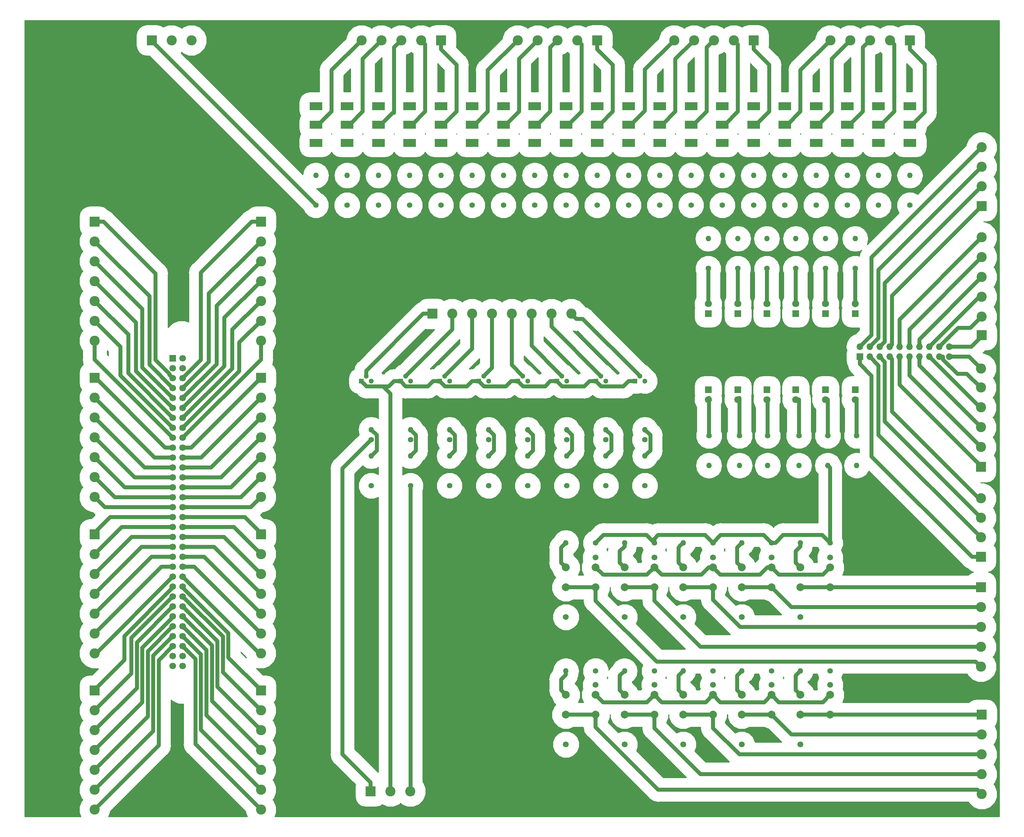
<source format=gbr>
G04 #@! TF.GenerationSoftware,KiCad,Pcbnew,(5.0.0)*
G04 #@! TF.CreationDate,2019-12-06T13:14:43+00:00*
G04 #@! TF.ProjectId,Board Tester,426F617264205465737465722E6B6963,rev?*
G04 #@! TF.SameCoordinates,Original*
G04 #@! TF.FileFunction,Copper,L2,Bot,Signal*
G04 #@! TF.FilePolarity,Positive*
%FSLAX46Y46*%
G04 Gerber Fmt 4.6, Leading zero omitted, Abs format (unit mm)*
G04 Created by KiCad (PCBNEW (5.0.0)) date 12/06/19 13:14:43*
%MOMM*%
%LPD*%
G01*
G04 APERTURE LIST*
G04 #@! TA.AperFunction,ComponentPad*
%ADD10C,2.000000*%
G04 #@! TD*
G04 #@! TA.AperFunction,ComponentPad*
%ADD11C,1.500000*%
G04 #@! TD*
G04 #@! TA.AperFunction,ComponentPad*
%ADD12R,2.600000X2.600000*%
G04 #@! TD*
G04 #@! TA.AperFunction,ComponentPad*
%ADD13C,2.600000*%
G04 #@! TD*
G04 #@! TA.AperFunction,ComponentPad*
%ADD14O,1.700000X1.700000*%
G04 #@! TD*
G04 #@! TA.AperFunction,ComponentPad*
%ADD15R,1.700000X1.700000*%
G04 #@! TD*
G04 #@! TA.AperFunction,ComponentPad*
%ADD16R,1.800000X1.800000*%
G04 #@! TD*
G04 #@! TA.AperFunction,ComponentPad*
%ADD17C,1.800000*%
G04 #@! TD*
G04 #@! TA.AperFunction,ComponentPad*
%ADD18C,1.700000*%
G04 #@! TD*
G04 #@! TA.AperFunction,ComponentPad*
%ADD19C,1.400000*%
G04 #@! TD*
G04 #@! TA.AperFunction,ComponentPad*
%ADD20O,1.400000X1.400000*%
G04 #@! TD*
G04 #@! TA.AperFunction,ComponentPad*
%ADD21R,3.302000X2.032000*%
G04 #@! TD*
G04 #@! TA.AperFunction,ComponentPad*
%ADD22C,1.300000*%
G04 #@! TD*
G04 #@! TA.AperFunction,ComponentPad*
%ADD23R,1.300000X1.300000*%
G04 #@! TD*
G04 #@! TA.AperFunction,Conductor*
%ADD24C,1.000000*%
G04 #@! TD*
G04 #@! TA.AperFunction,NonConductor*
%ADD25C,0.254000*%
G04 #@! TD*
G04 APERTURE END LIST*
D10*
G04 #@! TO.P,SW1,2*
G04 #@! TO.N,Net-(J10-Pad5)*
X224990000Y-186200000D03*
X232610000Y-186200000D03*
G04 #@! TO.P,SW1,1*
G04 #@! TO.N,Net-(R1-Pad2)*
X224990000Y-181120000D03*
G04 #@! TO.P,SW1,3*
G04 #@! TO.N,GND*
X232610000Y-181120000D03*
D11*
G04 #@! TO.P,SW1,*
G04 #@! TO.N,*
X224990000Y-193820000D03*
X232610000Y-178580000D03*
G04 #@! TD*
D10*
G04 #@! TO.P,SW2,2*
G04 #@! TO.N,Net-(J10-Pad4)*
X239990000Y-186200000D03*
X247610000Y-186200000D03*
G04 #@! TO.P,SW2,1*
G04 #@! TO.N,Net-(R2-Pad2)*
X239990000Y-181120000D03*
G04 #@! TO.P,SW2,3*
G04 #@! TO.N,GND*
X247610000Y-181120000D03*
D11*
G04 #@! TO.P,SW2,*
G04 #@! TO.N,*
X239990000Y-193820000D03*
X247610000Y-178580000D03*
G04 #@! TD*
D10*
G04 #@! TO.P,SW3,2*
G04 #@! TO.N,Net-(J10-Pad3)*
X254990000Y-186200000D03*
X262610000Y-186200000D03*
G04 #@! TO.P,SW3,1*
G04 #@! TO.N,Net-(R3-Pad2)*
X254990000Y-181120000D03*
G04 #@! TO.P,SW3,3*
G04 #@! TO.N,GND*
X262610000Y-181120000D03*
D11*
G04 #@! TO.P,SW3,*
G04 #@! TO.N,*
X254990000Y-193820000D03*
X262610000Y-178580000D03*
G04 #@! TD*
D10*
G04 #@! TO.P,SW4,2*
G04 #@! TO.N,Net-(J10-Pad2)*
X269990000Y-186200000D03*
X277610000Y-186200000D03*
G04 #@! TO.P,SW4,1*
G04 #@! TO.N,Net-(R4-Pad2)*
X269990000Y-181120000D03*
G04 #@! TO.P,SW4,3*
G04 #@! TO.N,GND*
X277610000Y-181120000D03*
D11*
G04 #@! TO.P,SW4,*
G04 #@! TO.N,*
X269990000Y-193820000D03*
X277610000Y-178580000D03*
G04 #@! TD*
D10*
G04 #@! TO.P,SW5,2*
G04 #@! TO.N,Net-(J10-Pad1)*
X284990000Y-186200000D03*
X292610000Y-186200000D03*
G04 #@! TO.P,SW5,1*
G04 #@! TO.N,Net-(R5-Pad2)*
X284990000Y-181120000D03*
G04 #@! TO.P,SW5,3*
G04 #@! TO.N,GND*
X292610000Y-181120000D03*
D11*
G04 #@! TO.P,SW5,*
G04 #@! TO.N,*
X284990000Y-193820000D03*
X292610000Y-178580000D03*
G04 #@! TD*
D10*
G04 #@! TO.P,SW6,2*
G04 #@! TO.N,Net-(J11-Pad5)*
X224990000Y-218800000D03*
X232610000Y-218800000D03*
G04 #@! TO.P,SW6,1*
G04 #@! TO.N,Net-(R6-Pad2)*
X224990000Y-213720000D03*
G04 #@! TO.P,SW6,3*
G04 #@! TO.N,GND*
X232610000Y-213720000D03*
D11*
G04 #@! TO.P,SW6,*
G04 #@! TO.N,*
X224990000Y-226420000D03*
X232610000Y-211180000D03*
G04 #@! TD*
D10*
G04 #@! TO.P,SW7,2*
G04 #@! TO.N,Net-(J11-Pad4)*
X239990000Y-218800000D03*
X247610000Y-218800000D03*
G04 #@! TO.P,SW7,1*
G04 #@! TO.N,Net-(R7-Pad2)*
X239990000Y-213720000D03*
G04 #@! TO.P,SW7,3*
G04 #@! TO.N,GND*
X247610000Y-213720000D03*
D11*
G04 #@! TO.P,SW7,*
G04 #@! TO.N,*
X239990000Y-226420000D03*
X247610000Y-211180000D03*
G04 #@! TD*
D10*
G04 #@! TO.P,SW8,2*
G04 #@! TO.N,Net-(J11-Pad3)*
X254990000Y-218800000D03*
X262610000Y-218800000D03*
G04 #@! TO.P,SW8,1*
G04 #@! TO.N,Net-(R8-Pad2)*
X254990000Y-213720000D03*
G04 #@! TO.P,SW8,3*
G04 #@! TO.N,GND*
X262610000Y-213720000D03*
D11*
G04 #@! TO.P,SW8,*
G04 #@! TO.N,*
X254990000Y-226420000D03*
X262610000Y-211180000D03*
G04 #@! TD*
D10*
G04 #@! TO.P,SW9,2*
G04 #@! TO.N,Net-(J11-Pad2)*
X269990000Y-218800000D03*
X277610000Y-218800000D03*
G04 #@! TO.P,SW9,1*
G04 #@! TO.N,Net-(R9-Pad2)*
X269990000Y-213720000D03*
G04 #@! TO.P,SW9,3*
G04 #@! TO.N,GND*
X277610000Y-213720000D03*
D11*
G04 #@! TO.P,SW9,*
G04 #@! TO.N,*
X269990000Y-226420000D03*
X277610000Y-211180000D03*
G04 #@! TD*
D10*
G04 #@! TO.P,SW10,2*
G04 #@! TO.N,Net-(J11-Pad1)*
X284990000Y-218800000D03*
X292610000Y-218800000D03*
G04 #@! TO.P,SW10,1*
G04 #@! TO.N,Net-(R10-Pad2)*
X284990000Y-213720000D03*
G04 #@! TO.P,SW10,3*
G04 #@! TO.N,GND*
X292610000Y-213720000D03*
D11*
G04 #@! TO.P,SW10,*
G04 #@! TO.N,*
X284990000Y-226420000D03*
X292610000Y-211180000D03*
G04 #@! TD*
D12*
G04 #@! TO.P,J21,1*
G04 #@! TO.N,Net-(J21-Pad1)*
X190800000Y-116200000D03*
D13*
G04 #@! TO.P,J21,2*
G04 #@! TO.N,Net-(J21-Pad2)*
X195880000Y-116200000D03*
G04 #@! TO.P,J21,3*
G04 #@! TO.N,Net-(J21-Pad3)*
X200960000Y-116200000D03*
G04 #@! TO.P,J21,4*
G04 #@! TO.N,Net-(J21-Pad4)*
X206040000Y-116200000D03*
G04 #@! TO.P,J21,5*
G04 #@! TO.N,Net-(J21-Pad5)*
X211120000Y-116200000D03*
G04 #@! TO.P,J21,6*
G04 #@! TO.N,Net-(J21-Pad6)*
X216200000Y-116200000D03*
G04 #@! TO.P,J21,7*
G04 #@! TO.N,Net-(J21-Pad7)*
X221280000Y-116200000D03*
G04 #@! TO.P,J21,8*
G04 #@! TO.N,Net-(J21-Pad8)*
X226360000Y-116200000D03*
G04 #@! TD*
D14*
G04 #@! TO.P,J18,20*
G04 #@! TO.N,Net-(D7-Pad1)*
X323060000Y-124660000D03*
G04 #@! TO.P,J18,19*
G04 #@! TO.N,Net-(D6-Pad1)*
X323060000Y-127200000D03*
G04 #@! TO.P,J18,18*
G04 #@! TO.N,Net-(D8-Pad1)*
X320520000Y-124660000D03*
G04 #@! TO.P,J18,17*
G04 #@! TO.N,Net-(D5-Pad1)*
X320520000Y-127200000D03*
G04 #@! TO.P,J18,16*
G04 #@! TO.N,Net-(D9-Pad1)*
X317980000Y-124660000D03*
G04 #@! TO.P,J18,15*
G04 #@! TO.N,Net-(D4-Pad1)*
X317980000Y-127200000D03*
G04 #@! TO.P,J18,14*
G04 #@! TO.N,Net-(D10-Pad1)*
X315440000Y-124660000D03*
G04 #@! TO.P,J18,13*
G04 #@! TO.N,Net-(D3-Pad1)*
X315440000Y-127200000D03*
G04 #@! TO.P,J18,12*
G04 #@! TO.N,Net-(D11-Pad1)*
X312900000Y-124660000D03*
G04 #@! TO.P,J18,11*
G04 #@! TO.N,Net-(D2-Pad1)*
X312900000Y-127200000D03*
G04 #@! TO.P,J18,10*
G04 #@! TO.N,Net-(D12-Pad1)*
X310360000Y-124660000D03*
G04 #@! TO.P,J18,9*
G04 #@! TO.N,Net-(D1-Pad1)*
X310360000Y-127200000D03*
G04 #@! TO.P,J18,8*
G04 #@! TO.N,Net-(J18-Pad8)*
X307820000Y-124660000D03*
G04 #@! TO.P,J18,7*
G04 #@! TO.N,Net-(J18-Pad7)*
X307820000Y-127200000D03*
G04 #@! TO.P,J18,6*
G04 #@! TO.N,Net-(J18-Pad6)*
X305280000Y-124660000D03*
G04 #@! TO.P,J18,5*
G04 #@! TO.N,Net-(J18-Pad5)*
X305280000Y-127200000D03*
G04 #@! TO.P,J18,4*
G04 #@! TO.N,Net-(J18-Pad4)*
X302740000Y-124660000D03*
G04 #@! TO.P,J18,3*
G04 #@! TO.N,Net-(J18-Pad3)*
X302740000Y-127200000D03*
G04 #@! TO.P,J18,2*
G04 #@! TO.N,Net-(J18-Pad2)*
X300200000Y-124660000D03*
D15*
G04 #@! TO.P,J18,1*
G04 #@! TO.N,Net-(J18-Pad1)*
X300200000Y-127200000D03*
G04 #@! TD*
D16*
G04 #@! TO.P,D1,1*
G04 #@! TO.N,Net-(D1-Pad1)*
X261400000Y-135600000D03*
D17*
G04 #@! TO.P,D1,2*
G04 #@! TO.N,Net-(D1-Pad2)*
X261400000Y-138140000D03*
G04 #@! TD*
G04 #@! TO.P,D2,2*
G04 #@! TO.N,Net-(D2-Pad2)*
X269000000Y-138140000D03*
D16*
G04 #@! TO.P,D2,1*
G04 #@! TO.N,Net-(D2-Pad1)*
X269000000Y-135600000D03*
G04 #@! TD*
D17*
G04 #@! TO.P,D3,2*
G04 #@! TO.N,Net-(D3-Pad2)*
X276400000Y-138140000D03*
D16*
G04 #@! TO.P,D3,1*
G04 #@! TO.N,Net-(D3-Pad1)*
X276400000Y-135600000D03*
G04 #@! TD*
D17*
G04 #@! TO.P,D4,2*
G04 #@! TO.N,Net-(D4-Pad2)*
X283800000Y-138140000D03*
D16*
G04 #@! TO.P,D4,1*
G04 #@! TO.N,Net-(D4-Pad1)*
X283800000Y-135600000D03*
G04 #@! TD*
G04 #@! TO.P,D5,1*
G04 #@! TO.N,Net-(D5-Pad1)*
X291400000Y-135600000D03*
D17*
G04 #@! TO.P,D5,2*
G04 #@! TO.N,Net-(D5-Pad2)*
X291400000Y-138140000D03*
G04 #@! TD*
D16*
G04 #@! TO.P,D6,1*
G04 #@! TO.N,Net-(D6-Pad1)*
X299000000Y-135600000D03*
D17*
G04 #@! TO.P,D6,2*
G04 #@! TO.N,Net-(D6-Pad2)*
X299000000Y-138140000D03*
G04 #@! TD*
G04 #@! TO.P,D7,2*
G04 #@! TO.N,Net-(D7-Pad2)*
X299000000Y-113660000D03*
D16*
G04 #@! TO.P,D7,1*
G04 #@! TO.N,Net-(D7-Pad1)*
X299000000Y-116200000D03*
G04 #@! TD*
G04 #@! TO.P,D8,1*
G04 #@! TO.N,Net-(D8-Pad1)*
X291400000Y-116200000D03*
D17*
G04 #@! TO.P,D8,2*
G04 #@! TO.N,Net-(D8-Pad2)*
X291400000Y-113660000D03*
G04 #@! TD*
D16*
G04 #@! TO.P,D9,1*
G04 #@! TO.N,Net-(D9-Pad1)*
X283800000Y-116200000D03*
D17*
G04 #@! TO.P,D9,2*
G04 #@! TO.N,Net-(D9-Pad2)*
X283800000Y-113660000D03*
G04 #@! TD*
G04 #@! TO.P,D10,2*
G04 #@! TO.N,Net-(D10-Pad2)*
X276400000Y-113660000D03*
D16*
G04 #@! TO.P,D10,1*
G04 #@! TO.N,Net-(D10-Pad1)*
X276400000Y-116200000D03*
G04 #@! TD*
G04 #@! TO.P,D11,1*
G04 #@! TO.N,Net-(D11-Pad1)*
X269000000Y-116200000D03*
D17*
G04 #@! TO.P,D11,2*
G04 #@! TO.N,Net-(D11-Pad2)*
X269000000Y-113660000D03*
G04 #@! TD*
G04 #@! TO.P,D12,2*
G04 #@! TO.N,Net-(D12-Pad2)*
X261400000Y-113660000D03*
D16*
G04 #@! TO.P,D12,1*
G04 #@! TO.N,Net-(D12-Pad1)*
X261400000Y-116200000D03*
G04 #@! TD*
D13*
G04 #@! TO.P,J0,3*
G04 #@! TO.N,-6v*
X129160000Y-46200000D03*
G04 #@! TO.P,J0,2*
G04 #@! TO.N,GND*
X124080000Y-46200000D03*
D12*
G04 #@! TO.P,J0,1*
G04 #@! TO.N,+6v*
X119000000Y-46200000D03*
G04 #@! TD*
D15*
G04 #@! TO.P,J1,1*
G04 #@! TO.N,GND*
X124400000Y-127600000D03*
D18*
G04 #@! TO.P,J1,A*
X126940000Y-127600000D03*
G04 #@! TO.P,J1,2*
G04 #@! TO.N,+6v*
X124400000Y-130140000D03*
G04 #@! TO.P,J1,B*
X126940000Y-130140000D03*
G04 #@! TO.P,J1,3*
G04 #@! TO.N,Net-(J1-Pad3)*
X124400000Y-132680000D03*
G04 #@! TO.P,J1,C*
G04 #@! TO.N,Net-(J1-PadC)*
X126940000Y-132680000D03*
G04 #@! TO.P,J1,4*
G04 #@! TO.N,Net-(J1-Pad4)*
X124400000Y-135220000D03*
G04 #@! TO.P,J1,D*
G04 #@! TO.N,Net-(J1-PadD)*
X126940000Y-135220000D03*
G04 #@! TO.P,J1,5*
G04 #@! TO.N,Net-(J1-Pad5)*
X124400000Y-137760000D03*
G04 #@! TO.P,J1,E*
G04 #@! TO.N,Net-(J1-PadE)*
X126940000Y-137760000D03*
G04 #@! TO.P,J1,6*
G04 #@! TO.N,Net-(J1-Pad6)*
X124400000Y-140300000D03*
G04 #@! TO.P,J1,F*
G04 #@! TO.N,Net-(J1-PadF)*
X126940000Y-140300000D03*
G04 #@! TO.P,J1,7*
G04 #@! TO.N,Net-(J1-Pad7)*
X124400000Y-142840000D03*
G04 #@! TO.P,J1,H*
G04 #@! TO.N,Net-(J1-PadH)*
X126940000Y-142840000D03*
G04 #@! TO.P,J1,8*
G04 #@! TO.N,Net-(J1-Pad8)*
X124400000Y-145380000D03*
G04 #@! TO.P,J1,J*
G04 #@! TO.N,Net-(J1-PadJ)*
X126940000Y-145380000D03*
G04 #@! TO.P,J1,9*
G04 #@! TO.N,Net-(J1-Pad9)*
X124400000Y-147920000D03*
G04 #@! TO.P,J1,K*
G04 #@! TO.N,Net-(J1-PadK)*
X126940000Y-147920000D03*
G04 #@! TO.P,J1,10*
G04 #@! TO.N,Net-(J1-Pad10)*
X124400000Y-150460000D03*
G04 #@! TO.P,J1,L*
G04 #@! TO.N,Net-(J1-PadL)*
X126940000Y-150460000D03*
G04 #@! TO.P,J1,11*
G04 #@! TO.N,Net-(J1-Pad11)*
X124400000Y-153000000D03*
G04 #@! TO.P,J1,M*
G04 #@! TO.N,Net-(J1-PadM)*
X126940000Y-153000000D03*
G04 #@! TO.P,J1,12*
G04 #@! TO.N,Net-(J1-Pad12)*
X124400000Y-155540000D03*
G04 #@! TO.P,J1,N*
G04 #@! TO.N,Net-(J1-PadN)*
X126940000Y-155540000D03*
G04 #@! TO.P,J1,13*
G04 #@! TO.N,Net-(J1-Pad13)*
X124400000Y-158080000D03*
G04 #@! TO.P,J1,P*
G04 #@! TO.N,Net-(J1-PadP)*
X126940000Y-158080000D03*
G04 #@! TO.P,J1,14*
G04 #@! TO.N,Net-(J1-Pad14)*
X124400000Y-160620000D03*
G04 #@! TO.P,J1,R*
G04 #@! TO.N,Net-(J1-PadR)*
X126940000Y-160620000D03*
G04 #@! TO.P,J1,15*
G04 #@! TO.N,Net-(J1-Pad15)*
X124400000Y-163160000D03*
G04 #@! TO.P,J1,S*
G04 #@! TO.N,Net-(J1-PadS)*
X126940000Y-163160000D03*
G04 #@! TO.P,J1,16*
G04 #@! TO.N,Net-(J1-Pad16)*
X124400000Y-165700000D03*
G04 #@! TO.P,J1,T*
G04 #@! TO.N,Net-(J1-PadT)*
X126940000Y-165700000D03*
G04 #@! TO.P,J1,17*
G04 #@! TO.N,Net-(J1-Pad17)*
X124400000Y-168240000D03*
G04 #@! TO.P,J1,U*
G04 #@! TO.N,Net-(J1-PadU)*
X126940000Y-168240000D03*
G04 #@! TO.P,J1,18*
G04 #@! TO.N,Net-(J1-Pad18)*
X124400000Y-170780000D03*
G04 #@! TO.P,J1,V*
G04 #@! TO.N,Net-(J1-PadV)*
X126940000Y-170780000D03*
G04 #@! TO.P,J1,19*
G04 #@! TO.N,Net-(J1-Pad19)*
X124400000Y-173320000D03*
G04 #@! TO.P,J1,W*
G04 #@! TO.N,Net-(J1-PadW)*
X126940000Y-173320000D03*
G04 #@! TO.P,J1,20*
G04 #@! TO.N,Net-(J1-Pad20)*
X124400000Y-175860000D03*
G04 #@! TO.P,J1,X*
G04 #@! TO.N,Net-(J1-PadX)*
X126940000Y-175860000D03*
G04 #@! TO.P,J1,21*
G04 #@! TO.N,Net-(J1-Pad21)*
X124400000Y-178400000D03*
G04 #@! TO.P,J1,Y*
G04 #@! TO.N,Net-(J1-PadY)*
X126940000Y-178400000D03*
G04 #@! TO.P,J1,22*
G04 #@! TO.N,Net-(J1-Pad22)*
X124400000Y-180940000D03*
G04 #@! TO.P,J1,Z*
G04 #@! TO.N,Net-(J1-PadZ)*
X126940000Y-180940000D03*
G04 #@! TO.P,J1,23*
G04 #@! TO.N,Net-(J1-Pad23)*
X124400000Y-183480000D03*
G04 #@! TO.P,J1,AA*
G04 #@! TO.N,Net-(J1-PadAA)*
X126940000Y-183480000D03*
G04 #@! TO.P,J1,24*
G04 #@! TO.N,Net-(J1-Pad24)*
X124400000Y-186020000D03*
G04 #@! TO.P,J1,AB*
G04 #@! TO.N,Net-(J1-PadAB)*
X126940000Y-186020000D03*
G04 #@! TO.P,J1,25*
G04 #@! TO.N,Net-(J1-Pad25)*
X124400000Y-188560000D03*
G04 #@! TO.P,J1,AC*
G04 #@! TO.N,Net-(J1-PadAC)*
X126940000Y-188560000D03*
G04 #@! TO.P,J1,26*
G04 #@! TO.N,Net-(J1-Pad26)*
X124400000Y-191100000D03*
G04 #@! TO.P,J1,AD*
G04 #@! TO.N,Net-(J1-PadAD)*
X126940000Y-191100000D03*
G04 #@! TO.P,J1,27*
G04 #@! TO.N,Net-(J1-Pad27)*
X124400000Y-193640000D03*
G04 #@! TO.P,J1,AE*
G04 #@! TO.N,Net-(J1-PadAE)*
X126940000Y-193640000D03*
G04 #@! TO.P,J1,28*
G04 #@! TO.N,Net-(J1-Pad28)*
X124400000Y-196180000D03*
G04 #@! TO.P,J1,AF*
G04 #@! TO.N,Net-(J1-PadAF)*
X126940000Y-196180000D03*
G04 #@! TO.P,J1,29*
G04 #@! TO.N,Net-(J1-Pad29)*
X124400000Y-198720000D03*
G04 #@! TO.P,J1,AH*
G04 #@! TO.N,Net-(J1-PadAH)*
X126940000Y-198720000D03*
G04 #@! TO.P,J1,30*
G04 #@! TO.N,Net-(J1-Pad30)*
X124400000Y-201260000D03*
G04 #@! TO.P,J1,AJ*
G04 #@! TO.N,Net-(J1-PadAJ)*
X126940000Y-201260000D03*
G04 #@! TO.P,J1,31*
G04 #@! TO.N,-6v*
X124400000Y-203800000D03*
G04 #@! TO.P,J1,AK*
X126940000Y-203800000D03*
G04 #@! TO.P,J1,32*
G04 #@! TO.N,GND*
X124400000Y-206340000D03*
G04 #@! TO.P,J1,AL*
X126940000Y-206340000D03*
G04 #@! TD*
D12*
G04 #@! TO.P,J2,1*
G04 #@! TO.N,Net-(J1-PadC)*
X146940000Y-92600000D03*
D13*
G04 #@! TO.P,J2,2*
G04 #@! TO.N,Net-(J1-PadD)*
X146940000Y-97680000D03*
G04 #@! TO.P,J2,3*
G04 #@! TO.N,Net-(J1-PadE)*
X146940000Y-102760000D03*
G04 #@! TO.P,J2,4*
G04 #@! TO.N,Net-(J1-PadF)*
X146940000Y-107840000D03*
G04 #@! TO.P,J2,5*
G04 #@! TO.N,Net-(J1-PadH)*
X146940000Y-112920000D03*
G04 #@! TO.P,J2,6*
G04 #@! TO.N,Net-(J1-PadJ)*
X146940000Y-118000000D03*
G04 #@! TO.P,J2,7*
G04 #@! TO.N,Net-(J1-PadK)*
X146940000Y-123080000D03*
G04 #@! TD*
G04 #@! TO.P,J3,7*
G04 #@! TO.N,Net-(J1-PadT)*
X146940000Y-163080000D03*
G04 #@! TO.P,J3,6*
G04 #@! TO.N,Net-(J1-PadS)*
X146940000Y-158000000D03*
G04 #@! TO.P,J3,5*
G04 #@! TO.N,Net-(J1-PadR)*
X146940000Y-152920000D03*
G04 #@! TO.P,J3,4*
G04 #@! TO.N,Net-(J1-PadP)*
X146940000Y-147840000D03*
G04 #@! TO.P,J3,3*
G04 #@! TO.N,Net-(J1-PadN)*
X146940000Y-142760000D03*
G04 #@! TO.P,J3,2*
G04 #@! TO.N,Net-(J1-PadM)*
X146940000Y-137680000D03*
D12*
G04 #@! TO.P,J3,1*
G04 #@! TO.N,Net-(J1-PadL)*
X146940000Y-132600000D03*
G04 #@! TD*
G04 #@! TO.P,J4,1*
G04 #@! TO.N,Net-(J1-PadU)*
X146940000Y-172600000D03*
D13*
G04 #@! TO.P,J4,2*
G04 #@! TO.N,Net-(J1-PadV)*
X146940000Y-177680000D03*
G04 #@! TO.P,J4,3*
G04 #@! TO.N,Net-(J1-PadW)*
X146940000Y-182760000D03*
G04 #@! TO.P,J4,4*
G04 #@! TO.N,Net-(J1-PadX)*
X146940000Y-187840000D03*
G04 #@! TO.P,J4,5*
G04 #@! TO.N,Net-(J1-PadY)*
X146940000Y-192920000D03*
G04 #@! TO.P,J4,6*
G04 #@! TO.N,Net-(J1-PadZ)*
X146940000Y-198000000D03*
G04 #@! TO.P,J4,7*
G04 #@! TO.N,Net-(J1-PadAA)*
X146940000Y-203080000D03*
G04 #@! TD*
G04 #@! TO.P,J5,7*
G04 #@! TO.N,Net-(J1-PadAJ)*
X146940000Y-243080000D03*
G04 #@! TO.P,J5,6*
G04 #@! TO.N,Net-(J1-PadAH)*
X146940000Y-238000000D03*
G04 #@! TO.P,J5,5*
G04 #@! TO.N,Net-(J1-PadAF)*
X146940000Y-232920000D03*
G04 #@! TO.P,J5,4*
G04 #@! TO.N,Net-(J1-PadAE)*
X146940000Y-227840000D03*
G04 #@! TO.P,J5,3*
G04 #@! TO.N,Net-(J1-PadAD)*
X146940000Y-222760000D03*
G04 #@! TO.P,J5,2*
G04 #@! TO.N,Net-(J1-PadAC)*
X146940000Y-217680000D03*
D12*
G04 #@! TO.P,J5,1*
G04 #@! TO.N,Net-(J1-PadAB)*
X146940000Y-212600000D03*
G04 #@! TD*
G04 #@! TO.P,J6,1*
G04 #@! TO.N,Net-(J1-Pad3)*
X104400000Y-92600000D03*
D13*
G04 #@! TO.P,J6,2*
G04 #@! TO.N,Net-(J1-Pad4)*
X104400000Y-97680000D03*
G04 #@! TO.P,J6,3*
G04 #@! TO.N,Net-(J1-Pad5)*
X104400000Y-102760000D03*
G04 #@! TO.P,J6,4*
G04 #@! TO.N,Net-(J1-Pad6)*
X104400000Y-107840000D03*
G04 #@! TO.P,J6,5*
G04 #@! TO.N,Net-(J1-Pad7)*
X104400000Y-112920000D03*
G04 #@! TO.P,J6,6*
G04 #@! TO.N,Net-(J1-Pad8)*
X104400000Y-118000000D03*
G04 #@! TO.P,J6,7*
G04 #@! TO.N,Net-(J1-Pad9)*
X104400000Y-123080000D03*
G04 #@! TD*
D12*
G04 #@! TO.P,J7,1*
G04 #@! TO.N,Net-(J1-Pad10)*
X104400000Y-132600000D03*
D13*
G04 #@! TO.P,J7,2*
G04 #@! TO.N,Net-(J1-Pad11)*
X104400000Y-137680000D03*
G04 #@! TO.P,J7,3*
G04 #@! TO.N,Net-(J1-Pad12)*
X104400000Y-142760000D03*
G04 #@! TO.P,J7,4*
G04 #@! TO.N,Net-(J1-Pad13)*
X104400000Y-147840000D03*
G04 #@! TO.P,J7,5*
G04 #@! TO.N,Net-(J1-Pad14)*
X104400000Y-152920000D03*
G04 #@! TO.P,J7,6*
G04 #@! TO.N,Net-(J1-Pad15)*
X104400000Y-158000000D03*
G04 #@! TO.P,J7,7*
G04 #@! TO.N,Net-(J1-Pad16)*
X104400000Y-163080000D03*
G04 #@! TD*
G04 #@! TO.P,J8,7*
G04 #@! TO.N,Net-(J1-Pad23)*
X104400000Y-203080000D03*
G04 #@! TO.P,J8,6*
G04 #@! TO.N,Net-(J1-Pad22)*
X104400000Y-198000000D03*
G04 #@! TO.P,J8,5*
G04 #@! TO.N,Net-(J1-Pad21)*
X104400000Y-192920000D03*
G04 #@! TO.P,J8,4*
G04 #@! TO.N,Net-(J1-Pad20)*
X104400000Y-187840000D03*
G04 #@! TO.P,J8,3*
G04 #@! TO.N,Net-(J1-Pad19)*
X104400000Y-182760000D03*
G04 #@! TO.P,J8,2*
G04 #@! TO.N,Net-(J1-Pad18)*
X104400000Y-177680000D03*
D12*
G04 #@! TO.P,J8,1*
G04 #@! TO.N,Net-(J1-Pad17)*
X104400000Y-172600000D03*
G04 #@! TD*
D13*
G04 #@! TO.P,J9,7*
G04 #@! TO.N,Net-(J1-Pad30)*
X104400000Y-243080000D03*
G04 #@! TO.P,J9,6*
G04 #@! TO.N,Net-(J1-Pad29)*
X104400000Y-238000000D03*
G04 #@! TO.P,J9,5*
G04 #@! TO.N,Net-(J1-Pad28)*
X104400000Y-232920000D03*
G04 #@! TO.P,J9,4*
G04 #@! TO.N,Net-(J1-Pad27)*
X104400000Y-227840000D03*
G04 #@! TO.P,J9,3*
G04 #@! TO.N,Net-(J1-Pad26)*
X104400000Y-222760000D03*
G04 #@! TO.P,J9,2*
G04 #@! TO.N,Net-(J1-Pad25)*
X104400000Y-217680000D03*
D12*
G04 #@! TO.P,J9,1*
G04 #@! TO.N,Net-(J1-Pad24)*
X104400000Y-212600000D03*
G04 #@! TD*
D19*
G04 #@! TO.P,R1,1*
G04 #@! TO.N,+6v*
X232600000Y-174800000D03*
D20*
G04 #@! TO.P,R1,2*
G04 #@! TO.N,Net-(R1-Pad2)*
X224980000Y-174800000D03*
G04 #@! TD*
G04 #@! TO.P,R2,2*
G04 #@! TO.N,Net-(R2-Pad2)*
X239980000Y-174800000D03*
D19*
G04 #@! TO.P,R2,1*
G04 #@! TO.N,+6v*
X247600000Y-174800000D03*
G04 #@! TD*
G04 #@! TO.P,R3,1*
G04 #@! TO.N,+6v*
X262600000Y-174800000D03*
D20*
G04 #@! TO.P,R3,2*
G04 #@! TO.N,Net-(R3-Pad2)*
X254980000Y-174800000D03*
G04 #@! TD*
G04 #@! TO.P,R4,2*
G04 #@! TO.N,Net-(R4-Pad2)*
X269980000Y-174800000D03*
D19*
G04 #@! TO.P,R4,1*
G04 #@! TO.N,+6v*
X277600000Y-174800000D03*
G04 #@! TD*
G04 #@! TO.P,R5,1*
G04 #@! TO.N,+6v*
X292600000Y-174800000D03*
D20*
G04 #@! TO.P,R5,2*
G04 #@! TO.N,Net-(R5-Pad2)*
X284980000Y-174800000D03*
G04 #@! TD*
G04 #@! TO.P,R6,2*
G04 #@! TO.N,Net-(R6-Pad2)*
X224980000Y-207600000D03*
D19*
G04 #@! TO.P,R6,1*
G04 #@! TO.N,+6v*
X232600000Y-207600000D03*
G04 #@! TD*
G04 #@! TO.P,R7,1*
G04 #@! TO.N,+6v*
X247600000Y-207600000D03*
D20*
G04 #@! TO.P,R7,2*
G04 #@! TO.N,Net-(R7-Pad2)*
X239980000Y-207600000D03*
G04 #@! TD*
G04 #@! TO.P,R8,2*
G04 #@! TO.N,Net-(R8-Pad2)*
X254980000Y-207600000D03*
D19*
G04 #@! TO.P,R8,1*
G04 #@! TO.N,+6v*
X262600000Y-207600000D03*
G04 #@! TD*
G04 #@! TO.P,R9,1*
G04 #@! TO.N,+6v*
X277600000Y-207600000D03*
D20*
G04 #@! TO.P,R9,2*
G04 #@! TO.N,Net-(R9-Pad2)*
X269980000Y-207600000D03*
G04 #@! TD*
G04 #@! TO.P,R10,2*
G04 #@! TO.N,Net-(R10-Pad2)*
X284980000Y-207600000D03*
D19*
G04 #@! TO.P,R10,1*
G04 #@! TO.N,+6v*
X292600000Y-207600000D03*
G04 #@! TD*
D20*
G04 #@! TO.P,R11,2*
G04 #@! TO.N,Net-(R11-Pad2)*
X241000000Y-80780000D03*
D19*
G04 #@! TO.P,R11,1*
G04 #@! TO.N,+6v*
X241000000Y-88400000D03*
G04 #@! TD*
D20*
G04 #@! TO.P,R12,2*
G04 #@! TO.N,Net-(R12-Pad2)*
X281000000Y-80780000D03*
D19*
G04 #@! TO.P,R12,1*
G04 #@! TO.N,+6v*
X281000000Y-88400000D03*
G04 #@! TD*
G04 #@! TO.P,R13,1*
G04 #@! TO.N,+6v*
X249000000Y-88400000D03*
D20*
G04 #@! TO.P,R13,2*
G04 #@! TO.N,Net-(R13-Pad2)*
X249000000Y-80780000D03*
G04 #@! TD*
D19*
G04 #@! TO.P,R14,1*
G04 #@! TO.N,+6v*
X289000000Y-88400000D03*
D20*
G04 #@! TO.P,R14,2*
G04 #@! TO.N,Net-(R14-Pad2)*
X289000000Y-80780000D03*
G04 #@! TD*
G04 #@! TO.P,R15,2*
G04 #@! TO.N,Net-(R15-Pad2)*
X257000000Y-80780000D03*
D19*
G04 #@! TO.P,R15,1*
G04 #@! TO.N,+6v*
X257000000Y-88400000D03*
G04 #@! TD*
D20*
G04 #@! TO.P,R16,2*
G04 #@! TO.N,Net-(R16-Pad2)*
X297000000Y-80780000D03*
D19*
G04 #@! TO.P,R16,1*
G04 #@! TO.N,+6v*
X297000000Y-88400000D03*
G04 #@! TD*
G04 #@! TO.P,R17,1*
G04 #@! TO.N,+6v*
X265000000Y-88400000D03*
D20*
G04 #@! TO.P,R17,2*
G04 #@! TO.N,Net-(R17-Pad2)*
X265000000Y-80780000D03*
G04 #@! TD*
D19*
G04 #@! TO.P,R18,1*
G04 #@! TO.N,+6v*
X305000000Y-88400000D03*
D20*
G04 #@! TO.P,R18,2*
G04 #@! TO.N,Net-(R18-Pad2)*
X305000000Y-80780000D03*
G04 #@! TD*
G04 #@! TO.P,R19,2*
G04 #@! TO.N,Net-(R19-Pad2)*
X273000000Y-80780000D03*
D19*
G04 #@! TO.P,R19,1*
G04 #@! TO.N,+6v*
X273000000Y-88400000D03*
G04 #@! TD*
G04 #@! TO.P,R20,1*
G04 #@! TO.N,+6v*
X313000000Y-88400000D03*
D20*
G04 #@! TO.P,R20,2*
G04 #@! TO.N,Net-(R20-Pad2)*
X313000000Y-80780000D03*
G04 #@! TD*
D19*
G04 #@! TO.P,R21,1*
G04 #@! TO.N,+6v*
X161000000Y-88400000D03*
D20*
G04 #@! TO.P,R21,2*
G04 #@! TO.N,Net-(R21-Pad2)*
X161000000Y-80780000D03*
G04 #@! TD*
D19*
G04 #@! TO.P,R22,1*
G04 #@! TO.N,+6v*
X201000000Y-88400000D03*
D20*
G04 #@! TO.P,R22,2*
G04 #@! TO.N,Net-(R22-Pad2)*
X201000000Y-80780000D03*
G04 #@! TD*
G04 #@! TO.P,R23,2*
G04 #@! TO.N,Net-(R23-Pad2)*
X169000000Y-80780000D03*
D19*
G04 #@! TO.P,R23,1*
G04 #@! TO.N,+6v*
X169000000Y-88400000D03*
G04 #@! TD*
D20*
G04 #@! TO.P,R24,2*
G04 #@! TO.N,Net-(R24-Pad2)*
X209000000Y-80780000D03*
D19*
G04 #@! TO.P,R24,1*
G04 #@! TO.N,+6v*
X209000000Y-88400000D03*
G04 #@! TD*
G04 #@! TO.P,R25,1*
G04 #@! TO.N,+6v*
X177000000Y-88400000D03*
D20*
G04 #@! TO.P,R25,2*
G04 #@! TO.N,Net-(R25-Pad2)*
X177000000Y-80780000D03*
G04 #@! TD*
D19*
G04 #@! TO.P,R26,1*
G04 #@! TO.N,+6v*
X217000000Y-88400000D03*
D20*
G04 #@! TO.P,R26,2*
G04 #@! TO.N,Net-(R26-Pad2)*
X217000000Y-80780000D03*
G04 #@! TD*
G04 #@! TO.P,R27,2*
G04 #@! TO.N,Net-(R27-Pad2)*
X185000000Y-80780000D03*
D19*
G04 #@! TO.P,R27,1*
G04 #@! TO.N,+6v*
X185000000Y-88400000D03*
G04 #@! TD*
D20*
G04 #@! TO.P,R28,2*
G04 #@! TO.N,Net-(R28-Pad2)*
X225000000Y-80780000D03*
D19*
G04 #@! TO.P,R28,1*
G04 #@! TO.N,+6v*
X225000000Y-88400000D03*
G04 #@! TD*
G04 #@! TO.P,R29,1*
G04 #@! TO.N,+6v*
X193000000Y-88400000D03*
D20*
G04 #@! TO.P,R29,2*
G04 #@! TO.N,Net-(R29-Pad2)*
X193000000Y-80780000D03*
G04 #@! TD*
D19*
G04 #@! TO.P,R30,1*
G04 #@! TO.N,+6v*
X233000000Y-88400000D03*
D20*
G04 #@! TO.P,R30,2*
G04 #@! TO.N,Net-(R30-Pad2)*
X233000000Y-80780000D03*
G04 #@! TD*
D19*
G04 #@! TO.P,R31,1*
G04 #@! TO.N,Net-(D1-Pad2)*
X261600000Y-147400000D03*
D20*
G04 #@! TO.P,R31,2*
G04 #@! TO.N,+6v*
X261600000Y-155020000D03*
G04 #@! TD*
G04 #@! TO.P,R32,2*
G04 #@! TO.N,+6v*
X269400000Y-155020000D03*
D19*
G04 #@! TO.P,R32,1*
G04 #@! TO.N,Net-(D2-Pad2)*
X269400000Y-147400000D03*
G04 #@! TD*
G04 #@! TO.P,R33,1*
G04 #@! TO.N,Net-(D3-Pad2)*
X276600000Y-147400000D03*
D20*
G04 #@! TO.P,R33,2*
G04 #@! TO.N,+6v*
X276600000Y-155020000D03*
G04 #@! TD*
G04 #@! TO.P,R34,2*
G04 #@! TO.N,+6v*
X284600000Y-155020000D03*
D19*
G04 #@! TO.P,R34,1*
G04 #@! TO.N,Net-(D4-Pad2)*
X284600000Y-147400000D03*
G04 #@! TD*
G04 #@! TO.P,R35,1*
G04 #@! TO.N,Net-(D5-Pad2)*
X292000000Y-147400000D03*
D20*
G04 #@! TO.P,R35,2*
G04 #@! TO.N,+6v*
X292000000Y-155020000D03*
G04 #@! TD*
G04 #@! TO.P,R36,2*
G04 #@! TO.N,+6v*
X299400000Y-155020000D03*
D19*
G04 #@! TO.P,R36,1*
G04 #@! TO.N,Net-(D6-Pad2)*
X299400000Y-147400000D03*
G04 #@! TD*
G04 #@! TO.P,R37,1*
G04 #@! TO.N,Net-(D7-Pad2)*
X299000000Y-104600000D03*
D20*
G04 #@! TO.P,R37,2*
G04 #@! TO.N,+6v*
X299000000Y-96980000D03*
G04 #@! TD*
G04 #@! TO.P,R38,2*
G04 #@! TO.N,+6v*
X291400000Y-96980000D03*
D19*
G04 #@! TO.P,R38,1*
G04 #@! TO.N,Net-(D8-Pad2)*
X291400000Y-104600000D03*
G04 #@! TD*
G04 #@! TO.P,R39,1*
G04 #@! TO.N,Net-(D9-Pad2)*
X283800000Y-104600000D03*
D20*
G04 #@! TO.P,R39,2*
G04 #@! TO.N,+6v*
X283800000Y-96980000D03*
G04 #@! TD*
G04 #@! TO.P,R40,2*
G04 #@! TO.N,+6v*
X276400000Y-96980000D03*
D19*
G04 #@! TO.P,R40,1*
G04 #@! TO.N,Net-(D10-Pad2)*
X276400000Y-104600000D03*
G04 #@! TD*
D20*
G04 #@! TO.P,R41,2*
G04 #@! TO.N,+6v*
X269000000Y-96980000D03*
D19*
G04 #@! TO.P,R41,1*
G04 #@! TO.N,Net-(D11-Pad2)*
X269000000Y-104600000D03*
G04 #@! TD*
D20*
G04 #@! TO.P,R42,2*
G04 #@! TO.N,+6v*
X261400000Y-96980000D03*
D19*
G04 #@! TO.P,R42,1*
G04 #@! TO.N,Net-(D12-Pad2)*
X261400000Y-104600000D03*
G04 #@! TD*
D21*
G04 #@! TO.P,SW11,3*
G04 #@! TO.N,GND*
X241000000Y-63101000D03*
G04 #@! TO.P,SW11,1*
G04 #@! TO.N,Net-(R11-Pad2)*
X241000000Y-72499000D03*
G04 #@! TO.P,SW11,2*
G04 #@! TO.N,Net-(J12-Pad5)*
X241000000Y-67800000D03*
G04 #@! TD*
G04 #@! TO.P,SW12,2*
G04 #@! TO.N,Net-(J13-Pad5)*
X281000000Y-67800000D03*
G04 #@! TO.P,SW12,1*
G04 #@! TO.N,Net-(R12-Pad2)*
X281000000Y-72499000D03*
G04 #@! TO.P,SW12,3*
G04 #@! TO.N,GND*
X281000000Y-63101000D03*
G04 #@! TD*
G04 #@! TO.P,SW13,2*
G04 #@! TO.N,Net-(J12-Pad4)*
X249000000Y-67800000D03*
G04 #@! TO.P,SW13,1*
G04 #@! TO.N,Net-(R13-Pad2)*
X249000000Y-72499000D03*
G04 #@! TO.P,SW13,3*
G04 #@! TO.N,GND*
X249000000Y-63101000D03*
G04 #@! TD*
G04 #@! TO.P,SW14,3*
G04 #@! TO.N,GND*
X289000000Y-63101000D03*
G04 #@! TO.P,SW14,1*
G04 #@! TO.N,Net-(R14-Pad2)*
X289000000Y-72499000D03*
G04 #@! TO.P,SW14,2*
G04 #@! TO.N,Net-(J13-Pad4)*
X289000000Y-67800000D03*
G04 #@! TD*
G04 #@! TO.P,SW15,3*
G04 #@! TO.N,GND*
X257000000Y-63101000D03*
G04 #@! TO.P,SW15,1*
G04 #@! TO.N,Net-(R15-Pad2)*
X257000000Y-72499000D03*
G04 #@! TO.P,SW15,2*
G04 #@! TO.N,Net-(J12-Pad3)*
X257000000Y-67800000D03*
G04 #@! TD*
G04 #@! TO.P,SW16,3*
G04 #@! TO.N,GND*
X297000000Y-63101000D03*
G04 #@! TO.P,SW16,1*
G04 #@! TO.N,Net-(R16-Pad2)*
X297000000Y-72499000D03*
G04 #@! TO.P,SW16,2*
G04 #@! TO.N,Net-(J13-Pad3)*
X297000000Y-67800000D03*
G04 #@! TD*
G04 #@! TO.P,SW17,2*
G04 #@! TO.N,Net-(J12-Pad2)*
X265000000Y-67800000D03*
G04 #@! TO.P,SW17,1*
G04 #@! TO.N,Net-(R17-Pad2)*
X265000000Y-72499000D03*
G04 #@! TO.P,SW17,3*
G04 #@! TO.N,GND*
X265000000Y-63101000D03*
G04 #@! TD*
G04 #@! TO.P,SW18,2*
G04 #@! TO.N,Net-(J13-Pad2)*
X305000000Y-67800000D03*
G04 #@! TO.P,SW18,1*
G04 #@! TO.N,Net-(R18-Pad2)*
X305000000Y-72499000D03*
G04 #@! TO.P,SW18,3*
G04 #@! TO.N,GND*
X305000000Y-63101000D03*
G04 #@! TD*
G04 #@! TO.P,SW19,3*
G04 #@! TO.N,GND*
X273000000Y-63101000D03*
G04 #@! TO.P,SW19,1*
G04 #@! TO.N,Net-(R19-Pad2)*
X273000000Y-72499000D03*
G04 #@! TO.P,SW19,2*
G04 #@! TO.N,Net-(J12-Pad1)*
X273000000Y-67800000D03*
G04 #@! TD*
G04 #@! TO.P,SW20,2*
G04 #@! TO.N,Net-(J13-Pad1)*
X313000000Y-67800000D03*
G04 #@! TO.P,SW20,1*
G04 #@! TO.N,Net-(R20-Pad2)*
X313000000Y-72499000D03*
G04 #@! TO.P,SW20,3*
G04 #@! TO.N,GND*
X313000000Y-63101000D03*
G04 #@! TD*
G04 #@! TO.P,SW21,2*
G04 #@! TO.N,Net-(J14-Pad5)*
X161000000Y-67800000D03*
G04 #@! TO.P,SW21,1*
G04 #@! TO.N,Net-(R21-Pad2)*
X161000000Y-72499000D03*
G04 #@! TO.P,SW21,3*
G04 #@! TO.N,GND*
X161000000Y-63101000D03*
G04 #@! TD*
G04 #@! TO.P,SW22,3*
G04 #@! TO.N,GND*
X201000000Y-63101000D03*
G04 #@! TO.P,SW22,1*
G04 #@! TO.N,Net-(R22-Pad2)*
X201000000Y-72499000D03*
G04 #@! TO.P,SW22,2*
G04 #@! TO.N,Net-(J15-Pad5)*
X201000000Y-67800000D03*
G04 #@! TD*
G04 #@! TO.P,SW23,3*
G04 #@! TO.N,GND*
X169000000Y-63101000D03*
G04 #@! TO.P,SW23,1*
G04 #@! TO.N,Net-(R23-Pad2)*
X169000000Y-72499000D03*
G04 #@! TO.P,SW23,2*
G04 #@! TO.N,Net-(J14-Pad4)*
X169000000Y-67800000D03*
G04 #@! TD*
G04 #@! TO.P,SW24,2*
G04 #@! TO.N,Net-(J15-Pad4)*
X209000000Y-67800000D03*
G04 #@! TO.P,SW24,1*
G04 #@! TO.N,Net-(R24-Pad2)*
X209000000Y-72499000D03*
G04 #@! TO.P,SW24,3*
G04 #@! TO.N,GND*
X209000000Y-63101000D03*
G04 #@! TD*
G04 #@! TO.P,SW25,2*
G04 #@! TO.N,Net-(J14-Pad3)*
X177000000Y-67800000D03*
G04 #@! TO.P,SW25,1*
G04 #@! TO.N,Net-(R25-Pad2)*
X177000000Y-72499000D03*
G04 #@! TO.P,SW25,3*
G04 #@! TO.N,GND*
X177000000Y-63101000D03*
G04 #@! TD*
G04 #@! TO.P,SW26,3*
G04 #@! TO.N,GND*
X217000000Y-63101000D03*
G04 #@! TO.P,SW26,1*
G04 #@! TO.N,Net-(R26-Pad2)*
X217000000Y-72499000D03*
G04 #@! TO.P,SW26,2*
G04 #@! TO.N,Net-(J15-Pad3)*
X217000000Y-67800000D03*
G04 #@! TD*
G04 #@! TO.P,SW27,2*
G04 #@! TO.N,Net-(J14-Pad2)*
X185000000Y-67800000D03*
G04 #@! TO.P,SW27,1*
G04 #@! TO.N,Net-(R27-Pad2)*
X185000000Y-72499000D03*
G04 #@! TO.P,SW27,3*
G04 #@! TO.N,GND*
X185000000Y-63101000D03*
G04 #@! TD*
G04 #@! TO.P,SW28,2*
G04 #@! TO.N,Net-(J15-Pad2)*
X225000000Y-67800000D03*
G04 #@! TO.P,SW28,1*
G04 #@! TO.N,Net-(R28-Pad2)*
X225000000Y-72499000D03*
G04 #@! TO.P,SW28,3*
G04 #@! TO.N,GND*
X225000000Y-63101000D03*
G04 #@! TD*
G04 #@! TO.P,SW29,3*
G04 #@! TO.N,GND*
X193000000Y-63101000D03*
G04 #@! TO.P,SW29,1*
G04 #@! TO.N,Net-(R29-Pad2)*
X193000000Y-72499000D03*
G04 #@! TO.P,SW29,2*
G04 #@! TO.N,Net-(J14-Pad1)*
X193000000Y-67800000D03*
G04 #@! TD*
G04 #@! TO.P,SW30,3*
G04 #@! TO.N,GND*
X233000000Y-63101000D03*
G04 #@! TO.P,SW30,1*
G04 #@! TO.N,Net-(R30-Pad2)*
X233000000Y-72499000D03*
G04 #@! TO.P,SW30,2*
G04 #@! TO.N,Net-(J15-Pad1)*
X233000000Y-67800000D03*
G04 #@! TD*
D13*
G04 #@! TO.P,J10,5*
G04 #@! TO.N,Net-(J10-Pad5)*
X331200000Y-206520000D03*
G04 #@! TO.P,J10,4*
G04 #@! TO.N,Net-(J10-Pad4)*
X331200000Y-201440000D03*
G04 #@! TO.P,J10,3*
G04 #@! TO.N,Net-(J10-Pad3)*
X331200000Y-196360000D03*
G04 #@! TO.P,J10,2*
G04 #@! TO.N,Net-(J10-Pad2)*
X331200000Y-191280000D03*
D12*
G04 #@! TO.P,J10,1*
G04 #@! TO.N,Net-(J10-Pad1)*
X331200000Y-186200000D03*
G04 #@! TD*
G04 #@! TO.P,J11,1*
G04 #@! TO.N,Net-(J11-Pad1)*
X331400000Y-218800000D03*
D13*
G04 #@! TO.P,J11,2*
G04 #@! TO.N,Net-(J11-Pad2)*
X331400000Y-223880000D03*
G04 #@! TO.P,J11,3*
G04 #@! TO.N,Net-(J11-Pad3)*
X331400000Y-228960000D03*
G04 #@! TO.P,J11,4*
G04 #@! TO.N,Net-(J11-Pad4)*
X331400000Y-234040000D03*
G04 #@! TO.P,J11,5*
G04 #@! TO.N,Net-(J11-Pad5)*
X331400000Y-239120000D03*
G04 #@! TD*
G04 #@! TO.P,J12,5*
G04 #@! TO.N,Net-(J12-Pad5)*
X252680000Y-46200000D03*
G04 #@! TO.P,J12,4*
G04 #@! TO.N,Net-(J12-Pad4)*
X257760000Y-46200000D03*
G04 #@! TO.P,J12,3*
G04 #@! TO.N,Net-(J12-Pad3)*
X262840000Y-46200000D03*
G04 #@! TO.P,J12,2*
G04 #@! TO.N,Net-(J12-Pad2)*
X267920000Y-46200000D03*
D12*
G04 #@! TO.P,J12,1*
G04 #@! TO.N,Net-(J12-Pad1)*
X273000000Y-46200000D03*
G04 #@! TD*
D13*
G04 #@! TO.P,J13,5*
G04 #@! TO.N,Net-(J13-Pad5)*
X292680000Y-46200000D03*
G04 #@! TO.P,J13,4*
G04 #@! TO.N,Net-(J13-Pad4)*
X297760000Y-46200000D03*
G04 #@! TO.P,J13,3*
G04 #@! TO.N,Net-(J13-Pad3)*
X302840000Y-46200000D03*
G04 #@! TO.P,J13,2*
G04 #@! TO.N,Net-(J13-Pad2)*
X307920000Y-46200000D03*
D12*
G04 #@! TO.P,J13,1*
G04 #@! TO.N,Net-(J13-Pad1)*
X313000000Y-46200000D03*
G04 #@! TD*
G04 #@! TO.P,J14,1*
G04 #@! TO.N,Net-(J14-Pad1)*
X193000000Y-46200000D03*
D13*
G04 #@! TO.P,J14,2*
G04 #@! TO.N,Net-(J14-Pad2)*
X187920000Y-46200000D03*
G04 #@! TO.P,J14,3*
G04 #@! TO.N,Net-(J14-Pad3)*
X182840000Y-46200000D03*
G04 #@! TO.P,J14,4*
G04 #@! TO.N,Net-(J14-Pad4)*
X177760000Y-46200000D03*
G04 #@! TO.P,J14,5*
G04 #@! TO.N,Net-(J14-Pad5)*
X172680000Y-46200000D03*
G04 #@! TD*
D12*
G04 #@! TO.P,J15,1*
G04 #@! TO.N,Net-(J15-Pad1)*
X233000000Y-46200000D03*
D13*
G04 #@! TO.P,J15,2*
G04 #@! TO.N,Net-(J15-Pad2)*
X227920000Y-46200000D03*
G04 #@! TO.P,J15,3*
G04 #@! TO.N,Net-(J15-Pad3)*
X222840000Y-46200000D03*
G04 #@! TO.P,J15,4*
G04 #@! TO.N,Net-(J15-Pad4)*
X217760000Y-46200000D03*
G04 #@! TO.P,J15,5*
G04 #@! TO.N,Net-(J15-Pad5)*
X212680000Y-46200000D03*
G04 #@! TD*
G04 #@! TO.P,J16,6*
G04 #@! TO.N,Net-(D6-Pad1)*
X331200000Y-130200000D03*
G04 #@! TO.P,J16,5*
G04 #@! TO.N,Net-(D5-Pad1)*
X331200000Y-135080000D03*
G04 #@! TO.P,J16,4*
G04 #@! TO.N,Net-(D4-Pad1)*
X331200000Y-140160000D03*
G04 #@! TO.P,J16,3*
G04 #@! TO.N,Net-(D3-Pad1)*
X331200000Y-145240000D03*
G04 #@! TO.P,J16,2*
G04 #@! TO.N,Net-(D2-Pad1)*
X331200000Y-150320000D03*
D12*
G04 #@! TO.P,J16,1*
G04 #@! TO.N,Net-(D1-Pad1)*
X331200000Y-155400000D03*
G04 #@! TD*
G04 #@! TO.P,J17,1*
G04 #@! TO.N,Net-(D7-Pad1)*
X331400000Y-121660000D03*
D13*
G04 #@! TO.P,J17,2*
G04 #@! TO.N,Net-(D8-Pad1)*
X331400000Y-116920000D03*
G04 #@! TO.P,J17,3*
G04 #@! TO.N,Net-(D9-Pad1)*
X331400000Y-111840000D03*
G04 #@! TO.P,J17,4*
G04 #@! TO.N,Net-(D10-Pad1)*
X331400000Y-106760000D03*
G04 #@! TO.P,J17,5*
G04 #@! TO.N,Net-(D11-Pad1)*
X331400000Y-101680000D03*
G04 #@! TO.P,J17,6*
G04 #@! TO.N,Net-(D12-Pad1)*
X331400000Y-96600000D03*
G04 #@! TD*
D12*
G04 #@! TO.P,J19,1*
G04 #@! TO.N,Net-(J18-Pad1)*
X331200000Y-178400000D03*
D13*
G04 #@! TO.P,J19,2*
G04 #@! TO.N,Net-(J18-Pad3)*
X331200000Y-173400000D03*
G04 #@! TO.P,J19,3*
G04 #@! TO.N,Net-(J18-Pad5)*
X331200000Y-168400000D03*
G04 #@! TO.P,J19,4*
G04 #@! TO.N,Net-(J18-Pad7)*
X331200000Y-163400000D03*
G04 #@! TD*
D12*
G04 #@! TO.P,J20,1*
G04 #@! TO.N,Net-(J18-Pad8)*
X331400000Y-88600000D03*
D13*
G04 #@! TO.P,J20,2*
G04 #@! TO.N,Net-(J18-Pad6)*
X331400000Y-83600000D03*
G04 #@! TO.P,J20,3*
G04 #@! TO.N,Net-(J18-Pad4)*
X331400000Y-78600000D03*
G04 #@! TO.P,J20,4*
G04 #@! TO.N,Net-(J18-Pad2)*
X331400000Y-73600000D03*
G04 #@! TD*
G04 #@! TO.P,J22,3*
G04 #@! TO.N,+70v*
X185160000Y-238400000D03*
G04 #@! TO.P,J22,2*
G04 #@! TO.N,0v*
X180080000Y-238400000D03*
D12*
G04 #@! TO.P,J22,1*
G04 #@! TO.N,-40v*
X175000000Y-238400000D03*
G04 #@! TD*
D20*
G04 #@! TO.P,NE1,2*
G04 #@! TO.N,Net-(NE1-Pad2)*
X175200000Y-145860000D03*
D19*
G04 #@! TO.P,NE1,1*
G04 #@! TO.N,-40v*
X175200000Y-148400000D03*
G04 #@! TD*
G04 #@! TO.P,NE2,1*
G04 #@! TO.N,-40v*
X185200000Y-148400000D03*
D20*
G04 #@! TO.P,NE2,2*
G04 #@! TO.N,Net-(NE2-Pad2)*
X185200000Y-145860000D03*
G04 #@! TD*
G04 #@! TO.P,NE3,2*
G04 #@! TO.N,Net-(NE3-Pad2)*
X195200000Y-145860000D03*
D19*
G04 #@! TO.P,NE3,1*
G04 #@! TO.N,-40v*
X195200000Y-148400000D03*
G04 #@! TD*
G04 #@! TO.P,NE4,1*
G04 #@! TO.N,-40v*
X205200000Y-148400000D03*
D20*
G04 #@! TO.P,NE4,2*
G04 #@! TO.N,Net-(NE4-Pad2)*
X205200000Y-145860000D03*
G04 #@! TD*
D19*
G04 #@! TO.P,NE5,1*
G04 #@! TO.N,-40v*
X215200000Y-148400000D03*
D20*
G04 #@! TO.P,NE5,2*
G04 #@! TO.N,Net-(NE5-Pad2)*
X215200000Y-145860000D03*
G04 #@! TD*
G04 #@! TO.P,NE6,2*
G04 #@! TO.N,Net-(NE6-Pad2)*
X225200000Y-145860000D03*
D19*
G04 #@! TO.P,NE6,1*
G04 #@! TO.N,-40v*
X225200000Y-148400000D03*
G04 #@! TD*
D20*
G04 #@! TO.P,NE7,2*
G04 #@! TO.N,Net-(NE7-Pad2)*
X235200000Y-145860000D03*
D19*
G04 #@! TO.P,NE7,1*
G04 #@! TO.N,-40v*
X235200000Y-148400000D03*
G04 #@! TD*
G04 #@! TO.P,NE8,1*
G04 #@! TO.N,-40v*
X245200000Y-148400000D03*
D20*
G04 #@! TO.P,NE8,2*
G04 #@! TO.N,Net-(NE8-Pad2)*
X245200000Y-145860000D03*
G04 #@! TD*
D22*
G04 #@! TO.P,Q1,2*
G04 #@! TO.N,Net-(J21-Pad1)*
X173930000Y-132130000D03*
G04 #@! TO.P,Q1,3*
G04 #@! TO.N,Net-(NE1-Pad2)*
X175200000Y-133400000D03*
D23*
G04 #@! TO.P,Q1,1*
G04 #@! TO.N,0v*
X172660000Y-133400000D03*
G04 #@! TD*
D22*
G04 #@! TO.P,Q2,2*
G04 #@! TO.N,Net-(J21-Pad2)*
X183930000Y-132130000D03*
G04 #@! TO.P,Q2,3*
G04 #@! TO.N,Net-(NE2-Pad2)*
X185200000Y-133400000D03*
D23*
G04 #@! TO.P,Q2,1*
G04 #@! TO.N,0v*
X182660000Y-133400000D03*
G04 #@! TD*
G04 #@! TO.P,Q3,1*
G04 #@! TO.N,0v*
X192660000Y-133400000D03*
D22*
G04 #@! TO.P,Q3,3*
G04 #@! TO.N,Net-(NE3-Pad2)*
X195200000Y-133400000D03*
G04 #@! TO.P,Q3,2*
G04 #@! TO.N,Net-(J21-Pad3)*
X193930000Y-132130000D03*
G04 #@! TD*
D23*
G04 #@! TO.P,Q4,1*
G04 #@! TO.N,0v*
X202660000Y-133400000D03*
D22*
G04 #@! TO.P,Q4,3*
G04 #@! TO.N,Net-(NE4-Pad2)*
X205200000Y-133400000D03*
G04 #@! TO.P,Q4,2*
G04 #@! TO.N,Net-(J21-Pad4)*
X203930000Y-132130000D03*
G04 #@! TD*
G04 #@! TO.P,Q5,2*
G04 #@! TO.N,Net-(J21-Pad5)*
X213930000Y-132130000D03*
G04 #@! TO.P,Q5,3*
G04 #@! TO.N,Net-(NE5-Pad2)*
X215200000Y-133400000D03*
D23*
G04 #@! TO.P,Q5,1*
G04 #@! TO.N,0v*
X212660000Y-133400000D03*
G04 #@! TD*
G04 #@! TO.P,Q6,1*
G04 #@! TO.N,0v*
X222660000Y-133400000D03*
D22*
G04 #@! TO.P,Q6,3*
G04 #@! TO.N,Net-(NE6-Pad2)*
X225200000Y-133400000D03*
G04 #@! TO.P,Q6,2*
G04 #@! TO.N,Net-(J21-Pad6)*
X223930000Y-132130000D03*
G04 #@! TD*
G04 #@! TO.P,Q7,2*
G04 #@! TO.N,Net-(J21-Pad7)*
X233930000Y-132130000D03*
G04 #@! TO.P,Q7,3*
G04 #@! TO.N,Net-(NE7-Pad2)*
X235200000Y-133400000D03*
D23*
G04 #@! TO.P,Q7,1*
G04 #@! TO.N,0v*
X232660000Y-133400000D03*
G04 #@! TD*
G04 #@! TO.P,Q8,1*
G04 #@! TO.N,0v*
X242660000Y-133400000D03*
D22*
G04 #@! TO.P,Q8,3*
G04 #@! TO.N,Net-(NE8-Pad2)*
X245200000Y-133400000D03*
G04 #@! TO.P,Q8,2*
G04 #@! TO.N,Net-(J21-Pad8)*
X243930000Y-132130000D03*
G04 #@! TD*
D20*
G04 #@! TO.P,R43,2*
G04 #@! TO.N,Net-(NE1-Pad2)*
X175200000Y-152580000D03*
D19*
G04 #@! TO.P,R43,1*
G04 #@! TO.N,+70v*
X175200000Y-160200000D03*
G04 #@! TD*
D20*
G04 #@! TO.P,R44,2*
G04 #@! TO.N,Net-(NE2-Pad2)*
X185200000Y-152580000D03*
D19*
G04 #@! TO.P,R44,1*
G04 #@! TO.N,+70v*
X185200000Y-160200000D03*
G04 #@! TD*
G04 #@! TO.P,R45,1*
G04 #@! TO.N,+70v*
X195200000Y-160200000D03*
D20*
G04 #@! TO.P,R45,2*
G04 #@! TO.N,Net-(NE3-Pad2)*
X195200000Y-152580000D03*
G04 #@! TD*
D19*
G04 #@! TO.P,R46,1*
G04 #@! TO.N,+70v*
X205200000Y-160200000D03*
D20*
G04 #@! TO.P,R46,2*
G04 #@! TO.N,Net-(NE4-Pad2)*
X205200000Y-152580000D03*
G04 #@! TD*
G04 #@! TO.P,R47,2*
G04 #@! TO.N,Net-(NE5-Pad2)*
X215200000Y-152580000D03*
D19*
G04 #@! TO.P,R47,1*
G04 #@! TO.N,+70v*
X215200000Y-160200000D03*
G04 #@! TD*
G04 #@! TO.P,R48,1*
G04 #@! TO.N,+70v*
X225200000Y-160200000D03*
D20*
G04 #@! TO.P,R48,2*
G04 #@! TO.N,Net-(NE6-Pad2)*
X225200000Y-152580000D03*
G04 #@! TD*
G04 #@! TO.P,R49,2*
G04 #@! TO.N,Net-(NE7-Pad2)*
X235200000Y-152580000D03*
D19*
G04 #@! TO.P,R49,1*
G04 #@! TO.N,+70v*
X235200000Y-160200000D03*
G04 #@! TD*
G04 #@! TO.P,R50,1*
G04 #@! TO.N,+70v*
X245200000Y-160200000D03*
D20*
G04 #@! TO.P,R50,2*
G04 #@! TO.N,Net-(NE8-Pad2)*
X245200000Y-152580000D03*
G04 #@! TD*
D24*
G04 #@! TO.N,Net-(D1-Pad2)*
X261600000Y-137740000D02*
X261600000Y-147400000D01*
G04 #@! TO.N,Net-(D2-Pad2)*
X269400000Y-137740000D02*
X269400000Y-147400000D01*
G04 #@! TO.N,Net-(D3-Pad2)*
X276600000Y-137940000D02*
X276600000Y-147400000D01*
G04 #@! TO.N,Net-(D4-Pad2)*
X284600000Y-138140000D02*
X284600000Y-147400000D01*
G04 #@! TO.N,Net-(D5-Pad2)*
X292000000Y-138140000D02*
X292000000Y-147400000D01*
G04 #@! TO.N,Net-(D6-Pad2)*
X299400000Y-138140000D02*
X299400000Y-147400000D01*
G04 #@! TO.N,Net-(D7-Pad2)*
X299000000Y-114060000D02*
X299000000Y-104600000D01*
G04 #@! TO.N,Net-(D8-Pad2)*
X291400000Y-104600000D02*
X291400000Y-113860000D01*
G04 #@! TO.N,Net-(D9-Pad2)*
X283800000Y-104600000D02*
X283800000Y-113860000D01*
G04 #@! TO.N,Net-(D10-Pad2)*
X276400000Y-104600000D02*
X276400000Y-113660000D01*
G04 #@! TO.N,Net-(D11-Pad2)*
X269000000Y-113660000D02*
X269000000Y-104600000D01*
G04 #@! TO.N,Net-(D12-Pad2)*
X261400000Y-104600000D02*
X261400000Y-113660000D01*
G04 #@! TO.N,GND*
X279490000Y-215600000D02*
X277610000Y-213720000D01*
X292610000Y-213720000D02*
X290730000Y-215600000D01*
X290730000Y-215600000D02*
X279490000Y-215600000D01*
X264490000Y-215600000D02*
X262610000Y-213720000D01*
X277610000Y-213720000D02*
X275730000Y-215600000D01*
X275730000Y-215600000D02*
X264490000Y-215600000D01*
X249490000Y-215600000D02*
X247610000Y-213720000D01*
X262610000Y-213720000D02*
X260730000Y-215600000D01*
X260730000Y-215600000D02*
X249490000Y-215600000D01*
X234490000Y-215600000D02*
X232610000Y-213720000D01*
X247610000Y-213720000D02*
X245730000Y-215600000D01*
X245730000Y-215600000D02*
X234490000Y-215600000D01*
X245730000Y-183000000D02*
X247610000Y-181120000D01*
X232610000Y-181120000D02*
X234490000Y-183000000D01*
X234490000Y-183000000D02*
X245730000Y-183000000D01*
X249490000Y-183000000D02*
X247610000Y-181120000D01*
X259652370Y-183000000D02*
X249490000Y-183000000D01*
X262610000Y-181120000D02*
X261532370Y-181120000D01*
X261532370Y-181120000D02*
X259652370Y-183000000D01*
X264490000Y-183000000D02*
X262610000Y-181120000D01*
X274652370Y-183000000D02*
X264490000Y-183000000D01*
X277610000Y-181120000D02*
X276532370Y-181120000D01*
X276532370Y-181120000D02*
X274652370Y-183000000D01*
X279490000Y-183000000D02*
X277610000Y-181120000D01*
X292610000Y-181120000D02*
X290730000Y-183000000D01*
X290730000Y-183000000D02*
X279490000Y-183000000D01*
G04 #@! TO.N,+6v*
X119000000Y-46400000D02*
X119000000Y-46200000D01*
X161000000Y-88400000D02*
X119000000Y-46400000D01*
X292600000Y-155620000D02*
X292000000Y-155020000D01*
X292600000Y-174800000D02*
X292600000Y-155620000D01*
X290600000Y-172800000D02*
X292600000Y-174800000D01*
X280589949Y-172800000D02*
X290600000Y-172800000D01*
X277600000Y-174800000D02*
X278589949Y-174800000D01*
X278589949Y-174800000D02*
X280589949Y-172800000D01*
X275600000Y-172800000D02*
X277600000Y-174800000D01*
X262600000Y-174800000D02*
X264600000Y-172800000D01*
X264600000Y-172800000D02*
X275600000Y-172800000D01*
X260600000Y-172800000D02*
X262600000Y-174800000D01*
X248610051Y-172800000D02*
X260600000Y-172800000D01*
X247600000Y-174800000D02*
X247600000Y-173810051D01*
X247600000Y-173810051D02*
X248610051Y-172800000D01*
X245600000Y-172800000D02*
X247600000Y-174800000D01*
X232600000Y-174800000D02*
X234600000Y-172800000D01*
X234600000Y-172800000D02*
X245600000Y-172800000D01*
G04 #@! TO.N,Net-(J1-Pad3)*
X106700000Y-92600000D02*
X104400000Y-92600000D01*
X120000000Y-105900000D02*
X106700000Y-92600000D01*
X120000000Y-128034002D02*
X120000000Y-105900000D01*
X123550001Y-131584003D02*
X120000000Y-128034002D01*
X124400000Y-132680000D02*
X123550001Y-131830001D01*
X123550001Y-131830001D02*
X123550001Y-131584003D01*
G04 #@! TO.N,Net-(J1-PadC)*
X144640000Y-92600000D02*
X146940000Y-92600000D01*
X131600000Y-105640000D02*
X144640000Y-92600000D01*
X126940000Y-132680000D02*
X131600000Y-128020000D01*
X131600000Y-128020000D02*
X131600000Y-105640000D01*
G04 #@! TO.N,Net-(J1-Pad4)*
X118400000Y-111680000D02*
X104400000Y-97680000D01*
X124400000Y-135220000D02*
X118400000Y-129220000D01*
X118400000Y-129220000D02*
X118400000Y-111680000D01*
G04 #@! TO.N,Net-(J1-PadD)*
X133600000Y-111020000D02*
X146940000Y-97680000D01*
X126940000Y-135220000D02*
X133600000Y-128560000D01*
X133600000Y-128560000D02*
X133600000Y-111020000D01*
G04 #@! TO.N,Net-(J1-Pad5)*
X116600000Y-114960000D02*
X104400000Y-102760000D01*
X124400000Y-137760000D02*
X116600000Y-129960000D01*
X116600000Y-129960000D02*
X116600000Y-114960000D01*
G04 #@! TO.N,Net-(J1-PadE)*
X135600000Y-114100000D02*
X146940000Y-102760000D01*
X126940000Y-137760000D02*
X135600000Y-129100000D01*
X135600000Y-129100000D02*
X135600000Y-114100000D01*
G04 #@! TO.N,Net-(J1-Pad6)*
X115000000Y-118440000D02*
X104400000Y-107840000D01*
X124400000Y-140300000D02*
X115000000Y-130900000D01*
X115000000Y-130900000D02*
X115000000Y-118440000D01*
G04 #@! TO.N,Net-(J1-PadF)*
X137600000Y-117180000D02*
X146940000Y-107840000D01*
X126940000Y-140300000D02*
X137600000Y-129640000D01*
X137600000Y-129640000D02*
X137600000Y-117180000D01*
G04 #@! TO.N,Net-(J1-Pad7)*
X113000000Y-121520000D02*
X104400000Y-112920000D01*
X124400000Y-142840000D02*
X113000000Y-131440000D01*
X113000000Y-131440000D02*
X113000000Y-121520000D01*
G04 #@! TO.N,Net-(J1-PadH)*
X139600000Y-120260000D02*
X146940000Y-112920000D01*
X126940000Y-142840000D02*
X139600000Y-130180000D01*
X139600000Y-130180000D02*
X139600000Y-120260000D01*
G04 #@! TO.N,Net-(J1-Pad8)*
X111000000Y-124600000D02*
X104400000Y-118000000D01*
X124400000Y-145380000D02*
X111000000Y-131980000D01*
X111000000Y-131980000D02*
X111000000Y-124600000D01*
G04 #@! TO.N,Net-(J1-PadJ)*
X141400000Y-123540000D02*
X146940000Y-118000000D01*
X126940000Y-145380000D02*
X141400000Y-130920000D01*
X141400000Y-130920000D02*
X141400000Y-123540000D01*
G04 #@! TO.N,Net-(J1-Pad9)*
X104400000Y-127920000D02*
X104400000Y-123080000D01*
X124400000Y-147920000D02*
X104400000Y-127920000D01*
G04 #@! TO.N,Net-(J1-PadK)*
X146940000Y-127920000D02*
X146940000Y-123080000D01*
X126940000Y-147920000D02*
X146940000Y-127920000D01*
G04 #@! TO.N,Net-(J1-Pad10)*
X104600000Y-132600000D02*
X104400000Y-132600000D01*
X124400000Y-150460000D02*
X122460000Y-150460000D01*
X122460000Y-150460000D02*
X104600000Y-132600000D01*
G04 #@! TO.N,Net-(J1-PadL)*
X129080000Y-150460000D02*
X146940000Y-132600000D01*
X126940000Y-150460000D02*
X129080000Y-150460000D01*
G04 #@! TO.N,Net-(J1-Pad11)*
X119720000Y-153000000D02*
X104400000Y-137680000D01*
X124400000Y-153000000D02*
X119720000Y-153000000D01*
G04 #@! TO.N,Net-(J1-PadM)*
X131620000Y-153000000D02*
X146940000Y-137680000D01*
X126940000Y-153000000D02*
X131620000Y-153000000D01*
G04 #@! TO.N,Net-(J1-Pad12)*
X117180000Y-155540000D02*
X104400000Y-142760000D01*
X124400000Y-155540000D02*
X117180000Y-155540000D01*
G04 #@! TO.N,Net-(J1-PadN)*
X134160000Y-155540000D02*
X146940000Y-142760000D01*
X126940000Y-155540000D02*
X134160000Y-155540000D01*
G04 #@! TO.N,Net-(J1-Pad13)*
X114640000Y-158080000D02*
X104400000Y-147840000D01*
X124400000Y-158080000D02*
X114640000Y-158080000D01*
G04 #@! TO.N,Net-(J1-PadP)*
X136700000Y-158080000D02*
X146940000Y-147840000D01*
X126940000Y-158080000D02*
X136700000Y-158080000D01*
G04 #@! TO.N,Net-(J1-Pad14)*
X112100000Y-160620000D02*
X104400000Y-152920000D01*
X124400000Y-160620000D02*
X112100000Y-160620000D01*
G04 #@! TO.N,Net-(J1-PadR)*
X139240000Y-160620000D02*
X146940000Y-152920000D01*
X126940000Y-160620000D02*
X139240000Y-160620000D01*
G04 #@! TO.N,Net-(J1-Pad15)*
X109560000Y-163160000D02*
X104400000Y-158000000D01*
X124400000Y-163160000D02*
X109560000Y-163160000D01*
G04 #@! TO.N,Net-(J1-PadS)*
X141780000Y-163160000D02*
X146940000Y-158000000D01*
X126940000Y-163160000D02*
X141780000Y-163160000D01*
G04 #@! TO.N,Net-(J1-Pad16)*
X107020000Y-165700000D02*
X104400000Y-163080000D01*
X124400000Y-165700000D02*
X107020000Y-165700000D01*
G04 #@! TO.N,Net-(J1-PadT)*
X144320000Y-165700000D02*
X146940000Y-163080000D01*
X126940000Y-165700000D02*
X144320000Y-165700000D01*
G04 #@! TO.N,Net-(J1-Pad17)*
X108360000Y-168240000D02*
X124400000Y-168240000D01*
X104400000Y-172600000D02*
X104400000Y-172200000D01*
X104400000Y-172200000D02*
X108360000Y-168240000D01*
G04 #@! TO.N,Net-(J1-PadU)*
X146940000Y-172340000D02*
X146940000Y-172600000D01*
X126940000Y-168240000D02*
X142840000Y-168240000D01*
X142840000Y-168240000D02*
X146940000Y-172340000D01*
G04 #@! TO.N,Net-(J1-Pad18)*
X111300000Y-170780000D02*
X104400000Y-177680000D01*
X124400000Y-170780000D02*
X111300000Y-170780000D01*
G04 #@! TO.N,Net-(J1-PadV)*
X140040000Y-170780000D02*
X146940000Y-177680000D01*
X126940000Y-170780000D02*
X140040000Y-170780000D01*
G04 #@! TO.N,Net-(J1-Pad19)*
X113840000Y-173320000D02*
X104400000Y-182760000D01*
X124400000Y-173320000D02*
X113840000Y-173320000D01*
G04 #@! TO.N,Net-(J1-PadW)*
X137500000Y-173320000D02*
X146940000Y-182760000D01*
X126940000Y-173320000D02*
X137500000Y-173320000D01*
G04 #@! TO.N,Net-(J1-Pad20)*
X116380000Y-175860000D02*
X104400000Y-187840000D01*
X124400000Y-175860000D02*
X116380000Y-175860000D01*
G04 #@! TO.N,Net-(J1-PadX)*
X134960000Y-175860000D02*
X146940000Y-187840000D01*
X126940000Y-175860000D02*
X134960000Y-175860000D01*
G04 #@! TO.N,Net-(J1-Pad21)*
X118920000Y-178400000D02*
X104400000Y-192920000D01*
X124400000Y-178400000D02*
X118920000Y-178400000D01*
G04 #@! TO.N,Net-(J1-PadY)*
X132420000Y-178400000D02*
X146940000Y-192920000D01*
X126940000Y-178400000D02*
X132420000Y-178400000D01*
G04 #@! TO.N,Net-(J1-Pad22)*
X121460000Y-180940000D02*
X104400000Y-198000000D01*
X124400000Y-180940000D02*
X121460000Y-180940000D01*
G04 #@! TO.N,Net-(J1-PadZ)*
X129880000Y-180940000D02*
X146940000Y-198000000D01*
X126940000Y-180940000D02*
X129880000Y-180940000D01*
G04 #@! TO.N,Net-(J1-Pad23)*
X104800000Y-203080000D02*
X104400000Y-203080000D01*
X124400000Y-183480000D02*
X104800000Y-203080000D01*
G04 #@! TO.N,Net-(J1-PadAA)*
X146540000Y-203080000D02*
X146940000Y-203080000D01*
X126940000Y-183480000D02*
X146540000Y-203080000D01*
G04 #@! TO.N,Net-(J1-Pad24)*
X104400000Y-212400000D02*
X104400000Y-212600000D01*
X112000000Y-204800000D02*
X104400000Y-212400000D01*
X112000000Y-198665998D02*
X112000000Y-204800000D01*
X124400000Y-186020000D02*
X124400000Y-186265998D01*
X124400000Y-186265998D02*
X112000000Y-198665998D01*
G04 #@! TO.N,Net-(J1-PadAB)*
X146940000Y-212540000D02*
X146940000Y-212600000D01*
X126940000Y-186140000D02*
X127200000Y-186400000D01*
X126940000Y-186020000D02*
X126940000Y-186140000D01*
X127200000Y-186400000D02*
X127200000Y-186525998D01*
X127200000Y-186525998D02*
X138600000Y-197925998D01*
X138600000Y-197925998D02*
X138600000Y-204200000D01*
X138600000Y-204200000D02*
X146940000Y-212540000D01*
G04 #@! TO.N,Net-(J1-Pad25)*
X113799978Y-199160022D02*
X113799978Y-208280022D01*
X113799978Y-208280022D02*
X104400000Y-217680000D01*
X124400000Y-188560000D02*
X113799978Y-199160022D01*
G04 #@! TO.N,Net-(J1-PadAC)*
X137200000Y-207940000D02*
X146940000Y-217680000D01*
X126940000Y-188560000D02*
X137200000Y-198820000D01*
X137200000Y-198820000D02*
X137200000Y-207940000D01*
G04 #@! TO.N,Net-(J1-Pad26)*
X115200000Y-211960000D02*
X104400000Y-222760000D01*
X124400000Y-191100000D02*
X115200000Y-200300000D01*
X115200000Y-200300000D02*
X115200000Y-211960000D01*
G04 #@! TO.N,Net-(J1-PadAD)*
X135800000Y-211620000D02*
X146940000Y-222760000D01*
X126940000Y-191100000D02*
X135800000Y-199960000D01*
X135800000Y-199960000D02*
X135800000Y-211620000D01*
G04 #@! TO.N,Net-(J1-Pad27)*
X116600000Y-215640000D02*
X104400000Y-227840000D01*
X116600000Y-201685998D02*
X116600000Y-215640000D01*
X124400000Y-193640000D02*
X124400000Y-193885998D01*
X124400000Y-193885998D02*
X116600000Y-201685998D01*
G04 #@! TO.N,Net-(J1-PadAE)*
X134400000Y-215300000D02*
X146940000Y-227840000D01*
X126940000Y-193640000D02*
X134400000Y-201100000D01*
X134400000Y-201100000D02*
X134400000Y-215300000D01*
G04 #@! TO.N,Net-(J1-Pad28)*
X118000000Y-219320000D02*
X104400000Y-232920000D01*
X124400000Y-196180000D02*
X118000000Y-202580000D01*
X118000000Y-202580000D02*
X118000000Y-219320000D01*
G04 #@! TO.N,Net-(J1-PadAF)*
X133000000Y-218980000D02*
X146940000Y-232920000D01*
X126940000Y-196180000D02*
X133000000Y-202240000D01*
X133000000Y-202240000D02*
X133000000Y-218980000D01*
G04 #@! TO.N,Net-(J1-Pad29)*
X119400000Y-223000000D02*
X104400000Y-238000000D01*
X124400000Y-198720000D02*
X119400000Y-203720000D01*
X119400000Y-203720000D02*
X119400000Y-223000000D01*
G04 #@! TO.N,Net-(J1-PadAH)*
X131600000Y-222660000D02*
X146940000Y-238000000D01*
X126940000Y-198720000D02*
X131600000Y-203380000D01*
X131600000Y-203380000D02*
X131600000Y-222660000D01*
G04 #@! TO.N,Net-(J1-Pad30)*
X120800000Y-226680000D02*
X104400000Y-243080000D01*
X124400000Y-201260000D02*
X120800000Y-204860000D01*
X120800000Y-204860000D02*
X120800000Y-226680000D01*
G04 #@! TO.N,Net-(J1-PadAJ)*
X130200000Y-226340000D02*
X146940000Y-243080000D01*
X126940000Y-201260000D02*
X130200000Y-204520000D01*
X130200000Y-204520000D02*
X130200000Y-226340000D01*
G04 #@! TO.N,Net-(R1-Pad2)*
X223789999Y-179919999D02*
X224990000Y-181120000D01*
X223789999Y-175990001D02*
X223789999Y-179919999D01*
X224980000Y-174800000D02*
X223789999Y-175990001D01*
G04 #@! TO.N,Net-(R2-Pad2)*
X238789999Y-179919999D02*
X239990000Y-181120000D01*
X238789999Y-176979950D02*
X238789999Y-179919999D01*
X239980000Y-175789949D02*
X238789999Y-176979950D01*
X239980000Y-174800000D02*
X239980000Y-175789949D01*
G04 #@! TO.N,Net-(R3-Pad2)*
X254280001Y-175499999D02*
X254980000Y-174800000D01*
X253789999Y-175990001D02*
X254280001Y-175499999D01*
X253789999Y-179919999D02*
X253789999Y-175990001D01*
X254990000Y-181120000D02*
X253789999Y-179919999D01*
G04 #@! TO.N,Net-(R4-Pad2)*
X268789999Y-179919999D02*
X269990000Y-181120000D01*
X268789999Y-175990001D02*
X268789999Y-179919999D01*
X269980000Y-174800000D02*
X268789999Y-175990001D01*
G04 #@! TO.N,Net-(R5-Pad2)*
X283789999Y-179919999D02*
X284990000Y-181120000D01*
X283789999Y-176979950D02*
X283789999Y-179919999D01*
X284980000Y-175789949D02*
X283789999Y-176979950D01*
X284980000Y-174800000D02*
X284980000Y-175789949D01*
G04 #@! TO.N,Net-(R6-Pad2)*
X223789999Y-212519999D02*
X224990000Y-213720000D01*
X223789999Y-209779950D02*
X223789999Y-212519999D01*
X224980000Y-208589949D02*
X223789999Y-209779950D01*
X224980000Y-207600000D02*
X224980000Y-208589949D01*
G04 #@! TO.N,Net-(R7-Pad2)*
X238789999Y-212519999D02*
X239990000Y-213720000D01*
X238789999Y-208790001D02*
X238789999Y-212519999D01*
X239980000Y-207600000D02*
X238789999Y-208790001D01*
G04 #@! TO.N,Net-(R8-Pad2)*
X253789999Y-212519999D02*
X254990000Y-213720000D01*
X253789999Y-208790001D02*
X253789999Y-212519999D01*
X254980000Y-207600000D02*
X253789999Y-208790001D01*
G04 #@! TO.N,Net-(R9-Pad2)*
X268789999Y-212519999D02*
X269990000Y-213720000D01*
X268789999Y-208790001D02*
X268789999Y-212519999D01*
X269980000Y-207600000D02*
X268789999Y-208790001D01*
G04 #@! TO.N,Net-(R10-Pad2)*
X283789999Y-212519999D02*
X284990000Y-213720000D01*
X283789999Y-208790001D02*
X283789999Y-212519999D01*
X284980000Y-207600000D02*
X283789999Y-208790001D01*
G04 #@! TO.N,Net-(D1-Pad1)*
X331200000Y-155200000D02*
X331200000Y-155400000D01*
X310360000Y-127200000D02*
X310360000Y-134360000D01*
X310360000Y-134360000D02*
X331200000Y-155200000D01*
G04 #@! TO.N,Net-(D2-Pad1)*
X312900000Y-132020000D02*
X331200000Y-150320000D01*
X312900000Y-127200000D02*
X312900000Y-132020000D01*
G04 #@! TO.N,Net-(D3-Pad1)*
X315440000Y-129480000D02*
X331200000Y-145240000D01*
X315440000Y-127200000D02*
X315440000Y-129480000D01*
G04 #@! TO.N,Net-(D4-Pad1)*
X330940000Y-140160000D02*
X331200000Y-140160000D01*
X317980000Y-127200000D02*
X330940000Y-140160000D01*
G04 #@! TO.N,Net-(D5-Pad1)*
X331080000Y-135080000D02*
X331200000Y-135080000D01*
X327600000Y-131600000D02*
X331080000Y-135080000D01*
X325165998Y-131600000D02*
X327600000Y-131600000D01*
X321509999Y-127944001D02*
X325165998Y-131600000D01*
X320520000Y-127200000D02*
X321509999Y-127200000D01*
X321509999Y-127200000D02*
X321509999Y-127944001D01*
G04 #@! TO.N,Net-(D6-Pad1)*
X328200000Y-127200000D02*
X331200000Y-130200000D01*
X323060000Y-127200000D02*
X328200000Y-127200000D01*
G04 #@! TO.N,Net-(D7-Pad1)*
X331400000Y-122000000D02*
X331400000Y-121660000D01*
X323060000Y-124660000D02*
X328740000Y-124660000D01*
X328740000Y-124660000D02*
X331400000Y-122000000D01*
G04 #@! TO.N,Net-(D8-Pad1)*
X328520000Y-119800000D02*
X331400000Y-116920000D01*
X320520000Y-124660000D02*
X325380000Y-119800000D01*
X325380000Y-119800000D02*
X328520000Y-119800000D01*
G04 #@! TO.N,Net-(D9-Pad1)*
X330800000Y-111840000D02*
X331400000Y-111840000D01*
X317980000Y-124660000D02*
X330800000Y-111840000D01*
G04 #@! TO.N,Net-(D10-Pad1)*
X315440000Y-122720000D02*
X331400000Y-106760000D01*
X315440000Y-124660000D02*
X315440000Y-122720000D01*
G04 #@! TO.N,Net-(D11-Pad1)*
X312900000Y-120180000D02*
X331400000Y-101680000D01*
X312900000Y-124660000D02*
X312900000Y-120180000D01*
G04 #@! TO.N,Net-(D12-Pad1)*
X310360000Y-117640000D02*
X331400000Y-96600000D01*
X310360000Y-124660000D02*
X310360000Y-117640000D01*
G04 #@! TO.N,Net-(J10-Pad5)*
X224990000Y-186200000D02*
X232610000Y-186200000D01*
X329880000Y-205200000D02*
X331200000Y-206520000D01*
X248200000Y-205200000D02*
X329880000Y-205200000D01*
X232610000Y-186200000D02*
X232610000Y-189610000D01*
X232610000Y-189610000D02*
X248200000Y-205200000D01*
G04 #@! TO.N,Net-(J10-Pad4)*
X239990000Y-186200000D02*
X247610000Y-186200000D01*
X259440000Y-201440000D02*
X331200000Y-201440000D01*
X247610000Y-186200000D02*
X247610000Y-189610000D01*
X247610000Y-189610000D02*
X259440000Y-201440000D01*
G04 #@! TO.N,Net-(J10-Pad3)*
X254990000Y-186200000D02*
X262610000Y-186200000D01*
X269560000Y-196360000D02*
X331200000Y-196360000D01*
X262610000Y-186200000D02*
X262610000Y-189410000D01*
X262610000Y-189410000D02*
X269560000Y-196360000D01*
G04 #@! TO.N,Net-(J10-Pad2)*
X269990000Y-186200000D02*
X277610000Y-186200000D01*
X282690000Y-191280000D02*
X331200000Y-191280000D01*
X277610000Y-186200000D02*
X282690000Y-191280000D01*
G04 #@! TO.N,Net-(J10-Pad1)*
X284990000Y-186200000D02*
X292610000Y-186200000D01*
X292610000Y-186200000D02*
X331200000Y-186200000D01*
G04 #@! TO.N,Net-(J11-Pad1)*
X284990000Y-218800000D02*
X292610000Y-218800000D01*
X292610000Y-218800000D02*
X331400000Y-218800000D01*
G04 #@! TO.N,Net-(J11-Pad2)*
X269990000Y-218800000D02*
X277610000Y-218800000D01*
X282690000Y-223880000D02*
X331400000Y-223880000D01*
X277610000Y-218800000D02*
X282690000Y-223880000D01*
G04 #@! TO.N,Net-(J11-Pad3)*
X254990000Y-218800000D02*
X262610000Y-218800000D01*
X269360000Y-228960000D02*
X331400000Y-228960000D01*
X262610000Y-218800000D02*
X262610000Y-222210000D01*
X262610000Y-222210000D02*
X269360000Y-228960000D01*
G04 #@! TO.N,Net-(J11-Pad4)*
X239990000Y-218800000D02*
X247610000Y-218800000D01*
X259440000Y-234040000D02*
X331400000Y-234040000D01*
X247610000Y-218800000D02*
X247610000Y-222210000D01*
X247610000Y-222210000D02*
X259440000Y-234040000D01*
G04 #@! TO.N,Net-(J11-Pad5)*
X224990000Y-218800000D02*
X232610000Y-218800000D01*
X330280000Y-238000000D02*
X331400000Y-239120000D01*
X248600000Y-238000000D02*
X330280000Y-238000000D01*
X232610000Y-218800000D02*
X232610000Y-222010000D01*
X232610000Y-222010000D02*
X248600000Y-238000000D01*
G04 #@! TO.N,Net-(J12-Pad5)*
X241635000Y-67800000D02*
X241000000Y-67800000D01*
X245200000Y-64235000D02*
X241635000Y-67800000D01*
X252680000Y-46200000D02*
X245200000Y-53680000D01*
X245200000Y-53680000D02*
X245200000Y-64235000D01*
G04 #@! TO.N,Net-(J12-Pad4)*
X249635000Y-67800000D02*
X249000000Y-67800000D01*
X253000000Y-64435000D02*
X249635000Y-67800000D01*
X257760000Y-46200000D02*
X253000000Y-50960000D01*
X253000000Y-50960000D02*
X253000000Y-64435000D01*
G04 #@! TO.N,Net-(J12-Pad3)*
X257635000Y-67800000D02*
X257000000Y-67800000D01*
X261000000Y-64435000D02*
X257635000Y-67800000D01*
X262840000Y-46200000D02*
X261000000Y-48040000D01*
X261000000Y-48040000D02*
X261000000Y-64435000D01*
G04 #@! TO.N,Net-(J12-Pad2)*
X265635000Y-67800000D02*
X265000000Y-67800000D01*
X269000000Y-64435000D02*
X265635000Y-67800000D01*
X267920000Y-46200000D02*
X269000000Y-47280000D01*
X269000000Y-47280000D02*
X269000000Y-64435000D01*
G04 #@! TO.N,Net-(J12-Pad1)*
X273635000Y-67800000D02*
X273000000Y-67800000D01*
X277000000Y-64435000D02*
X273635000Y-67800000D01*
X277000000Y-52500000D02*
X277000000Y-64435000D01*
X273000000Y-46200000D02*
X273000000Y-48500000D01*
X273000000Y-48500000D02*
X277000000Y-52500000D01*
G04 #@! TO.N,Net-(J13-Pad5)*
X281635000Y-67800000D02*
X281000000Y-67800000D01*
X285000000Y-64435000D02*
X281635000Y-67800000D01*
X292680000Y-46200000D02*
X285000000Y-53880000D01*
X285000000Y-53880000D02*
X285000000Y-64435000D01*
G04 #@! TO.N,Net-(J13-Pad4)*
X289635000Y-67800000D02*
X289000000Y-67800000D01*
X293000000Y-64435000D02*
X289635000Y-67800000D01*
X297760000Y-46200000D02*
X293000000Y-50960000D01*
X293000000Y-50960000D02*
X293000000Y-64435000D01*
G04 #@! TO.N,Net-(J13-Pad3)*
X296635000Y-67800000D02*
X296000000Y-67800000D01*
X297635000Y-67800000D02*
X297000000Y-67800000D01*
X301000000Y-64435000D02*
X297635000Y-67800000D01*
X302840000Y-46200000D02*
X301000000Y-48040000D01*
X301000000Y-48040000D02*
X301000000Y-64435000D01*
G04 #@! TO.N,Net-(J13-Pad2)*
X304365000Y-67800000D02*
X305000000Y-67800000D01*
X305635000Y-67800000D02*
X305000000Y-67800000D01*
X309000000Y-64435000D02*
X305635000Y-67800000D01*
X307920000Y-46200000D02*
X309000000Y-47280000D01*
X309000000Y-47280000D02*
X309000000Y-64435000D01*
G04 #@! TO.N,Net-(J13-Pad1)*
X313635000Y-67800000D02*
X313000000Y-67800000D01*
X316800000Y-64635000D02*
X313635000Y-67800000D01*
X316800000Y-52300000D02*
X316800000Y-64635000D01*
X313000000Y-46200000D02*
X313000000Y-48500000D01*
X313000000Y-48500000D02*
X316800000Y-52300000D01*
G04 #@! TO.N,Net-(J14-Pad1)*
X193635000Y-67800000D02*
X193000000Y-67800000D01*
X197000000Y-64435000D02*
X193635000Y-67800000D01*
X197000000Y-52500000D02*
X197000000Y-64435000D01*
X193000000Y-46200000D02*
X193000000Y-48500000D01*
X193000000Y-48500000D02*
X197000000Y-52500000D01*
G04 #@! TO.N,Net-(J14-Pad2)*
X185635000Y-67800000D02*
X185000000Y-67800000D01*
X189000000Y-64435000D02*
X185635000Y-67800000D01*
X187920000Y-46200000D02*
X189000000Y-47280000D01*
X189000000Y-47280000D02*
X189000000Y-64435000D01*
G04 #@! TO.N,Net-(J14-Pad3)*
X177635000Y-67800000D02*
X177000000Y-67800000D01*
X180635000Y-64800000D02*
X177635000Y-67800000D01*
X181000000Y-64800000D02*
X180635000Y-64800000D01*
X182840000Y-46200000D02*
X181000000Y-48040000D01*
X181000000Y-48040000D02*
X181000000Y-64800000D01*
G04 #@! TO.N,Net-(J14-Pad4)*
X169635000Y-67800000D02*
X169000000Y-67800000D01*
X173000000Y-64435000D02*
X169635000Y-67800000D01*
X177760000Y-46200000D02*
X173000000Y-50960000D01*
X173000000Y-50960000D02*
X173000000Y-64435000D01*
G04 #@! TO.N,Net-(J14-Pad5)*
X161635000Y-67800000D02*
X161000000Y-67800000D01*
X165000000Y-64435000D02*
X161635000Y-67800000D01*
X172680000Y-46200000D02*
X165000000Y-53880000D01*
X165000000Y-53880000D02*
X165000000Y-64435000D01*
G04 #@! TO.N,Net-(J15-Pad1)*
X233635000Y-67800000D02*
X233000000Y-67800000D01*
X237000000Y-64435000D02*
X233635000Y-67800000D01*
X237000000Y-52500000D02*
X237000000Y-64435000D01*
X233000000Y-46200000D02*
X233000000Y-48500000D01*
X233000000Y-48500000D02*
X237000000Y-52500000D01*
G04 #@! TO.N,Net-(J15-Pad2)*
X225635000Y-67800000D02*
X225000000Y-67800000D01*
X229000000Y-64435000D02*
X225635000Y-67800000D01*
X227920000Y-46200000D02*
X229000000Y-47280000D01*
X229000000Y-47280000D02*
X229000000Y-64435000D01*
G04 #@! TO.N,Net-(J15-Pad3)*
X217635000Y-67800000D02*
X217000000Y-67800000D01*
X221000000Y-64435000D02*
X217635000Y-67800000D01*
X222840000Y-46200000D02*
X221000000Y-48040000D01*
X221000000Y-48040000D02*
X221000000Y-64435000D01*
G04 #@! TO.N,Net-(J15-Pad4)*
X209635000Y-67800000D02*
X209000000Y-67800000D01*
X213000000Y-64435000D02*
X209635000Y-67800000D01*
X217760000Y-46200000D02*
X213000000Y-50960000D01*
X213000000Y-50960000D02*
X213000000Y-64435000D01*
G04 #@! TO.N,Net-(J15-Pad5)*
X201635000Y-67800000D02*
X201000000Y-67800000D01*
X205000000Y-64435000D02*
X201635000Y-67800000D01*
X212680000Y-46200000D02*
X205000000Y-53880000D01*
X205000000Y-53880000D02*
X205000000Y-64435000D01*
G04 #@! TO.N,Net-(J18-Pad1)*
X328900000Y-178400000D02*
X331200000Y-178400000D01*
X303200000Y-152700000D02*
X328900000Y-178400000D01*
X303200000Y-132050000D02*
X303200000Y-152700000D01*
X300200000Y-127200000D02*
X300200000Y-129050000D01*
X300200000Y-129050000D02*
X303200000Y-132050000D01*
G04 #@! TO.N,Net-(J18-Pad2)*
X303200000Y-101800000D02*
X331400000Y-73600000D01*
X300200000Y-124660000D02*
X303200000Y-121660000D01*
X303200000Y-121660000D02*
X303200000Y-101800000D01*
G04 #@! TO.N,Net-(J18-Pad3)*
X305000000Y-147200000D02*
X331200000Y-173400000D01*
X302740000Y-127200000D02*
X305000000Y-129460000D01*
X305000000Y-129460000D02*
X305000000Y-147200000D01*
G04 #@! TO.N,Net-(J18-Pad4)*
X305000000Y-105000000D02*
X331400000Y-78600000D01*
X302740000Y-124660000D02*
X305000000Y-122400000D01*
X305000000Y-122400000D02*
X305000000Y-105000000D01*
G04 #@! TO.N,Net-(J18-Pad5)*
X306600000Y-143800000D02*
X331200000Y-168400000D01*
X306600000Y-128520000D02*
X306600000Y-143800000D01*
X305280000Y-127200000D02*
X306600000Y-128520000D01*
G04 #@! TO.N,Net-(J18-Pad6)*
X306600000Y-108400000D02*
X331400000Y-83600000D01*
X305280000Y-124660000D02*
X306600000Y-123340000D01*
X306600000Y-123340000D02*
X306600000Y-108400000D01*
G04 #@! TO.N,Net-(J18-Pad7)*
X330600000Y-163400000D02*
X331200000Y-163400000D01*
X308400000Y-141200000D02*
X330600000Y-163400000D01*
X307820000Y-127200000D02*
X308400000Y-127780000D01*
X308400000Y-127780000D02*
X308400000Y-141200000D01*
G04 #@! TO.N,Net-(J18-Pad8)*
X308400000Y-111600000D02*
X331400000Y-88600000D01*
X307820000Y-124660000D02*
X308400000Y-124080000D01*
X308400000Y-124080000D02*
X308400000Y-111600000D01*
G04 #@! TO.N,Net-(J21-Pad1)*
X173930000Y-131210762D02*
X173930000Y-132130000D01*
X173930000Y-130770000D02*
X173930000Y-131210762D01*
X188500000Y-116200000D02*
X173930000Y-130770000D01*
X190800000Y-116200000D02*
X188500000Y-116200000D01*
G04 #@! TO.N,Net-(J21-Pad2)*
X195880000Y-120180000D02*
X183930000Y-132130000D01*
X195880000Y-116200000D02*
X195880000Y-120180000D01*
G04 #@! TO.N,Net-(J21-Pad3)*
X200960000Y-125100000D02*
X193930000Y-132130000D01*
X200960000Y-116200000D02*
X200960000Y-125100000D01*
G04 #@! TO.N,Net-(J21-Pad4)*
X206040000Y-116200000D02*
X206040000Y-130020000D01*
X206040000Y-130020000D02*
X203930000Y-132130000D01*
G04 #@! TO.N,Net-(J21-Pad5)*
X211120000Y-129320000D02*
X213930000Y-132130000D01*
X211120000Y-116200000D02*
X211120000Y-129320000D01*
G04 #@! TO.N,Net-(J21-Pad6)*
X223280001Y-131480001D02*
X223930000Y-132130000D01*
X216200000Y-124400000D02*
X223280001Y-131480001D01*
X216200000Y-116200000D02*
X216200000Y-124400000D01*
G04 #@! TO.N,Net-(J21-Pad7)*
X221280000Y-119480000D02*
X233930000Y-132130000D01*
X221280000Y-116200000D02*
X221280000Y-119480000D01*
G04 #@! TO.N,Net-(J21-Pad8)*
X243280001Y-131480001D02*
X243930000Y-132130000D01*
X229299999Y-117499999D02*
X243280001Y-131480001D01*
X227659999Y-117499999D02*
X229299999Y-117499999D01*
X226360000Y-116200000D02*
X227659999Y-117499999D01*
G04 #@! TO.N,+70v*
X185200000Y-238360000D02*
X185160000Y-238400000D01*
X185200000Y-160200000D02*
X185200000Y-238360000D01*
G04 #@! TO.N,0v*
X191010000Y-133400000D02*
X192660000Y-133400000D01*
X189659999Y-134750001D02*
X191010000Y-133400000D01*
X184010001Y-134750001D02*
X189659999Y-134750001D01*
X182660000Y-133400000D02*
X184010001Y-134750001D01*
X181010000Y-133400000D02*
X182660000Y-133400000D01*
X179659999Y-134750001D02*
X181010000Y-133400000D01*
X172660000Y-133400000D02*
X174010001Y-134750001D01*
X201010000Y-133400000D02*
X202660000Y-133400000D01*
X199659999Y-134750001D02*
X201010000Y-133400000D01*
X194010001Y-134750001D02*
X199659999Y-134750001D01*
X192660000Y-133400000D02*
X194010001Y-134750001D01*
X211010000Y-133400000D02*
X212660000Y-133400000D01*
X209659999Y-134750001D02*
X211010000Y-133400000D01*
X204010001Y-134750001D02*
X209659999Y-134750001D01*
X202660000Y-133400000D02*
X204010001Y-134750001D01*
X221010000Y-133400000D02*
X222660000Y-133400000D01*
X219659999Y-134750001D02*
X221010000Y-133400000D01*
X214010001Y-134750001D02*
X219659999Y-134750001D01*
X212660000Y-133400000D02*
X214010001Y-134750001D01*
X231010000Y-133400000D02*
X232660000Y-133400000D01*
X229659999Y-134750001D02*
X231010000Y-133400000D01*
X224010001Y-134750001D02*
X229659999Y-134750001D01*
X222660000Y-133400000D02*
X224010001Y-134750001D01*
X241010000Y-133400000D02*
X242660000Y-133400000D01*
X239659999Y-134750001D02*
X241010000Y-133400000D01*
X234010001Y-134750001D02*
X239659999Y-134750001D01*
X232660000Y-133400000D02*
X234010001Y-134750001D01*
X180080000Y-136630001D02*
X178200000Y-134750001D01*
X180080000Y-238400000D02*
X180080000Y-136630001D01*
X174010001Y-134750001D02*
X178200000Y-134750001D01*
X178200000Y-134750001D02*
X179659999Y-134750001D01*
G04 #@! TO.N,-40v*
X174500001Y-149099999D02*
X175200000Y-148400000D01*
X167800000Y-155800000D02*
X174500001Y-149099999D01*
X167800000Y-228900000D02*
X167800000Y-155800000D01*
X175000000Y-238400000D02*
X175000000Y-236100000D01*
X175000000Y-236100000D02*
X167800000Y-228900000D01*
G04 #@! TO.N,Net-(NE1-Pad2)*
X175899999Y-151880001D02*
X175200000Y-152580000D01*
X176600001Y-151179999D02*
X175899999Y-151880001D01*
X176600001Y-147260001D02*
X176600001Y-151179999D01*
X175200000Y-145860000D02*
X176600001Y-147260001D01*
G04 #@! TO.N,Net-(NE2-Pad2)*
X185899999Y-151880001D02*
X185200000Y-152580000D01*
X186600001Y-151179999D02*
X185899999Y-151880001D01*
X186600001Y-147260001D02*
X186600001Y-151179999D01*
X185200000Y-145860000D02*
X186600001Y-147260001D01*
G04 #@! TO.N,Net-(NE3-Pad2)*
X195899999Y-151880001D02*
X195200000Y-152580000D01*
X196600001Y-151179999D02*
X195899999Y-151880001D01*
X196600001Y-147260001D02*
X196600001Y-151179999D01*
X195200000Y-145860000D02*
X196600001Y-147260001D01*
G04 #@! TO.N,Net-(NE4-Pad2)*
X205899999Y-151880001D02*
X205200000Y-152580000D01*
X206600001Y-151179999D02*
X205899999Y-151880001D01*
X206600001Y-147260001D02*
X206600001Y-151179999D01*
X205200000Y-145860000D02*
X206600001Y-147260001D01*
G04 #@! TO.N,Net-(NE5-Pad2)*
X215899999Y-151880001D02*
X215200000Y-152580000D01*
X216600001Y-151179999D02*
X215899999Y-151880001D01*
X216600001Y-147260001D02*
X216600001Y-151179999D01*
X215200000Y-145860000D02*
X216600001Y-147260001D01*
G04 #@! TO.N,Net-(NE6-Pad2)*
X225899999Y-151880001D02*
X225200000Y-152580000D01*
X226600000Y-151180000D02*
X225899999Y-151880001D01*
X226600000Y-147260000D02*
X226600000Y-151180000D01*
X225200000Y-145860000D02*
X226600000Y-147260000D01*
G04 #@! TO.N,Net-(NE7-Pad2)*
X235899999Y-151880001D02*
X235200000Y-152580000D01*
X236600001Y-151179999D02*
X235899999Y-151880001D01*
X236600001Y-147260001D02*
X236600001Y-151179999D01*
X235200000Y-145860000D02*
X236600001Y-147260001D01*
G04 #@! TO.N,Net-(NE8-Pad2)*
X245899999Y-151880001D02*
X245200000Y-152580000D01*
X246600001Y-151179999D02*
X245899999Y-151880001D01*
X246600001Y-147260001D02*
X246600001Y-151179999D01*
X245200000Y-145860000D02*
X246600001Y-147260001D01*
G04 #@! TD*
D25*
G36*
X335873000Y-244873000D02*
X150491165Y-244873000D01*
X150907000Y-243869085D01*
X150907000Y-242290915D01*
X150303060Y-240832875D01*
X150010185Y-240540000D01*
X150303060Y-240247125D01*
X150907000Y-238789085D01*
X150907000Y-237210915D01*
X150303060Y-235752875D01*
X150010185Y-235460000D01*
X150303060Y-235167125D01*
X150907000Y-233709085D01*
X150907000Y-232130915D01*
X150303060Y-230672875D01*
X150010185Y-230380000D01*
X150303060Y-230087125D01*
X150907000Y-228629085D01*
X150907000Y-227050915D01*
X150303060Y-225592875D01*
X150010185Y-225300000D01*
X150303060Y-225007125D01*
X150907000Y-223549085D01*
X150907000Y-221970915D01*
X150303060Y-220512875D01*
X150010185Y-220220000D01*
X150303060Y-219927125D01*
X150907000Y-218469085D01*
X150907000Y-216890915D01*
X150349088Y-215543997D01*
X150752258Y-214940612D01*
X150959249Y-213900000D01*
X150959249Y-211300000D01*
X150752258Y-210259388D01*
X150162799Y-209377201D01*
X149280612Y-208787742D01*
X148240000Y-208580751D01*
X147459566Y-208580751D01*
X145766645Y-206887830D01*
X146150915Y-207047000D01*
X147729085Y-207047000D01*
X149187125Y-206443060D01*
X150303060Y-205327125D01*
X150907000Y-203869085D01*
X150907000Y-202290915D01*
X150303060Y-200832875D01*
X150010185Y-200540000D01*
X150303060Y-200247125D01*
X150907000Y-198789085D01*
X150907000Y-197210915D01*
X150303060Y-195752875D01*
X150010185Y-195460000D01*
X150303060Y-195167125D01*
X150907000Y-193709085D01*
X150907000Y-192130915D01*
X150303060Y-190672875D01*
X150010185Y-190380000D01*
X150303060Y-190087125D01*
X150907000Y-188629085D01*
X150907000Y-187050915D01*
X150303060Y-185592875D01*
X150010185Y-185300000D01*
X150303060Y-185007125D01*
X150907000Y-183549085D01*
X150907000Y-181970915D01*
X150303060Y-180512875D01*
X150010185Y-180220000D01*
X150303060Y-179927125D01*
X150907000Y-178469085D01*
X150907000Y-176890915D01*
X150349088Y-175543997D01*
X150752258Y-174940612D01*
X150959249Y-173900000D01*
X150959249Y-171300000D01*
X150752258Y-170259388D01*
X150162799Y-169377201D01*
X149280612Y-168787742D01*
X148240000Y-168580751D01*
X147659565Y-168580751D01*
X146788814Y-167710000D01*
X147451814Y-167047000D01*
X147729085Y-167047000D01*
X149187125Y-166443060D01*
X150303060Y-165327125D01*
X150907000Y-163869085D01*
X150907000Y-162290915D01*
X150303060Y-160832875D01*
X150010185Y-160540000D01*
X150303060Y-160247125D01*
X150907000Y-158789085D01*
X150907000Y-157210915D01*
X150322580Y-155800000D01*
X164570955Y-155800000D01*
X164633001Y-156111926D01*
X164633000Y-228588079D01*
X164570955Y-228900000D01*
X164633000Y-229211921D01*
X164816751Y-230135701D01*
X165516720Y-231183280D01*
X165781157Y-231359971D01*
X171070415Y-236649229D01*
X170980751Y-237100000D01*
X170980751Y-239700000D01*
X171187742Y-240740612D01*
X171777201Y-241622799D01*
X172659388Y-242212258D01*
X173700000Y-242419249D01*
X176300000Y-242419249D01*
X177340612Y-242212258D01*
X177943997Y-241809088D01*
X179290915Y-242367000D01*
X180869085Y-242367000D01*
X182327125Y-241763060D01*
X182620000Y-241470185D01*
X182912875Y-241763060D01*
X184370915Y-242367000D01*
X185949085Y-242367000D01*
X187407125Y-241763060D01*
X188523060Y-240647125D01*
X189127000Y-239189085D01*
X189127000Y-237610915D01*
X188523060Y-236152875D01*
X188367000Y-235996815D01*
X188367000Y-225740316D01*
X221573000Y-225740316D01*
X221573000Y-227099684D01*
X222093207Y-228355575D01*
X223054425Y-229316793D01*
X224310316Y-229837000D01*
X225669684Y-229837000D01*
X226925575Y-229316793D01*
X227886793Y-228355575D01*
X228407000Y-227099684D01*
X228407000Y-225740316D01*
X227886793Y-224484425D01*
X226925575Y-223523207D01*
X225669684Y-223003000D01*
X224310316Y-223003000D01*
X223054425Y-223523207D01*
X222093207Y-224484425D01*
X221573000Y-225740316D01*
X188367000Y-225740316D01*
X188367000Y-193140316D01*
X221573000Y-193140316D01*
X221573000Y-194499684D01*
X222093207Y-195755575D01*
X223054425Y-196716793D01*
X224310316Y-197237000D01*
X225669684Y-197237000D01*
X226925575Y-196716793D01*
X227886793Y-195755575D01*
X228407000Y-194499684D01*
X228407000Y-193140316D01*
X227886793Y-191884425D01*
X226925575Y-190923207D01*
X225669684Y-190403000D01*
X224310316Y-190403000D01*
X223054425Y-190923207D01*
X222093207Y-191884425D01*
X221573000Y-193140316D01*
X188367000Y-193140316D01*
X188367000Y-175990001D01*
X220560954Y-175990001D01*
X220622999Y-176301922D01*
X220623000Y-179608074D01*
X220560954Y-179919999D01*
X220806751Y-181155701D01*
X221315435Y-181917000D01*
X221408996Y-182057024D01*
X221881267Y-183197189D01*
X222344078Y-183660000D01*
X221881267Y-184122811D01*
X221323000Y-185470588D01*
X221323000Y-186929412D01*
X221881267Y-188277189D01*
X222912811Y-189308733D01*
X224260588Y-189867000D01*
X225719412Y-189867000D01*
X226926520Y-189367000D01*
X229429291Y-189367000D01*
X229380955Y-189610000D01*
X229626752Y-190845702D01*
X230016396Y-191428845D01*
X230326721Y-191893280D01*
X230591155Y-192069969D01*
X244589875Y-206068690D01*
X244233000Y-206930262D01*
X244233000Y-208269738D01*
X244674968Y-209336742D01*
X244193000Y-210500316D01*
X244193000Y-211859684D01*
X244302218Y-212123359D01*
X244173960Y-212433000D01*
X243426040Y-212433000D01*
X243098733Y-211642811D01*
X242067189Y-210611267D01*
X241956999Y-210565625D01*
X241956999Y-210328467D01*
X242407471Y-210027471D01*
X243151644Y-208913738D01*
X243412963Y-207600000D01*
X243151644Y-206286262D01*
X242407471Y-205172529D01*
X241293738Y-204428356D01*
X240311618Y-204233000D01*
X239648382Y-204233000D01*
X238666262Y-204428356D01*
X237552529Y-205172529D01*
X236808356Y-206286262D01*
X236806725Y-206294461D01*
X236771157Y-206330029D01*
X236506719Y-206506721D01*
X235967000Y-207314469D01*
X235967000Y-206930262D01*
X235454404Y-205692748D01*
X234507252Y-204745596D01*
X233269738Y-204233000D01*
X231930262Y-204233000D01*
X230692748Y-204745596D01*
X229745596Y-205692748D01*
X229233000Y-206930262D01*
X229233000Y-208269738D01*
X229674968Y-209336742D01*
X229193000Y-210500316D01*
X229193000Y-211859684D01*
X229302218Y-212123359D01*
X228943000Y-212990588D01*
X228943000Y-214449412D01*
X229433258Y-215633000D01*
X228166742Y-215633000D01*
X228657000Y-214449412D01*
X228657000Y-212990588D01*
X228098733Y-211642811D01*
X227289664Y-210833742D01*
X227963249Y-209825651D01*
X228034384Y-209468029D01*
X228141670Y-208928665D01*
X228151644Y-208913738D01*
X228412963Y-207600000D01*
X228151644Y-206286262D01*
X227407471Y-205172529D01*
X226293738Y-204428356D01*
X225311618Y-204233000D01*
X224648382Y-204233000D01*
X223666262Y-204428356D01*
X222552529Y-205172529D01*
X221808356Y-206286262D01*
X221576921Y-207449762D01*
X221506719Y-207496670D01*
X220806750Y-208544249D01*
X220654243Y-209310955D01*
X220560954Y-209779950D01*
X220622999Y-210091871D01*
X220622999Y-212208078D01*
X220560954Y-212519999D01*
X220622999Y-212831920D01*
X220622999Y-212831921D01*
X220772032Y-213581155D01*
X220806751Y-213755701D01*
X221270274Y-214449412D01*
X221408996Y-214657024D01*
X221881267Y-215797189D01*
X222344078Y-216260000D01*
X221881267Y-216722811D01*
X221323000Y-218070588D01*
X221323000Y-219529412D01*
X221881267Y-220877189D01*
X222912811Y-221908733D01*
X224260588Y-222467000D01*
X225719412Y-222467000D01*
X226926520Y-221967000D01*
X229389508Y-221967000D01*
X229380955Y-222010000D01*
X229443000Y-222321921D01*
X229443000Y-222321922D01*
X229626752Y-223245702D01*
X230326721Y-224293280D01*
X230591155Y-224469969D01*
X246140029Y-240018843D01*
X246316720Y-240283280D01*
X247364298Y-240983249D01*
X248288078Y-241167000D01*
X248288079Y-241167000D01*
X248600000Y-241229045D01*
X248911921Y-241167000D01*
X327954046Y-241167000D01*
X328036940Y-241367125D01*
X329152875Y-242483060D01*
X330610915Y-243087000D01*
X332189085Y-243087000D01*
X333647125Y-242483060D01*
X334763060Y-241367125D01*
X335367000Y-239909085D01*
X335367000Y-238330915D01*
X334763060Y-236872875D01*
X334470185Y-236580000D01*
X334763060Y-236287125D01*
X335367000Y-234829085D01*
X335367000Y-233250915D01*
X334763060Y-231792875D01*
X334470185Y-231500000D01*
X334763060Y-231207125D01*
X335367000Y-229749085D01*
X335367000Y-228170915D01*
X334763060Y-226712875D01*
X334470185Y-226420000D01*
X334763060Y-226127125D01*
X335367000Y-224669085D01*
X335367000Y-223090915D01*
X334809088Y-221743997D01*
X335212258Y-221140612D01*
X335419249Y-220100000D01*
X335419249Y-217500000D01*
X335212258Y-216459388D01*
X334622799Y-215577201D01*
X333740612Y-214987742D01*
X332700000Y-214780751D01*
X330100000Y-214780751D01*
X329059388Y-214987742D01*
X328177201Y-215577201D01*
X328139917Y-215633000D01*
X295786742Y-215633000D01*
X296277000Y-214449412D01*
X296277000Y-212990588D01*
X295917782Y-212123359D01*
X296027000Y-211859684D01*
X296027000Y-210500316D01*
X295535032Y-209312600D01*
X295926713Y-208367000D01*
X327671203Y-208367000D01*
X327836940Y-208767125D01*
X328952875Y-209883060D01*
X330410915Y-210487000D01*
X331989085Y-210487000D01*
X333447125Y-209883060D01*
X334563060Y-208767125D01*
X335167000Y-207309085D01*
X335167000Y-205730915D01*
X334563060Y-204272875D01*
X334270185Y-203980000D01*
X334563060Y-203687125D01*
X335167000Y-202229085D01*
X335167000Y-200650915D01*
X334563060Y-199192875D01*
X334270185Y-198900000D01*
X334563060Y-198607125D01*
X335167000Y-197149085D01*
X335167000Y-195570915D01*
X334563060Y-194112875D01*
X334270185Y-193820000D01*
X334563060Y-193527125D01*
X335167000Y-192069085D01*
X335167000Y-190490915D01*
X334609088Y-189143997D01*
X335012258Y-188540612D01*
X335219249Y-187500000D01*
X335219249Y-184900000D01*
X335012258Y-183859388D01*
X334422799Y-182977201D01*
X333540612Y-182387742D01*
X333099504Y-182300000D01*
X333540612Y-182212258D01*
X334422799Y-181622799D01*
X335012258Y-180740612D01*
X335219249Y-179700000D01*
X335219249Y-177100000D01*
X335012258Y-176059388D01*
X334629544Y-175486617D01*
X335167000Y-174189085D01*
X335167000Y-172610915D01*
X334563060Y-171152875D01*
X334310185Y-170900000D01*
X334563060Y-170647125D01*
X335167000Y-169189085D01*
X335167000Y-167610915D01*
X334563060Y-166152875D01*
X334310185Y-165900000D01*
X334563060Y-165647125D01*
X335167000Y-164189085D01*
X335167000Y-162610915D01*
X334563060Y-161152875D01*
X333447125Y-160036940D01*
X331989085Y-159433000D01*
X331111815Y-159433000D01*
X331098064Y-159419249D01*
X332500000Y-159419249D01*
X333540612Y-159212258D01*
X334422799Y-158622799D01*
X335012258Y-157740612D01*
X335219249Y-156700000D01*
X335219249Y-154100000D01*
X335012258Y-153059388D01*
X334609088Y-152456003D01*
X335167000Y-151109085D01*
X335167000Y-149530915D01*
X334563060Y-148072875D01*
X334270185Y-147780000D01*
X334563060Y-147487125D01*
X335167000Y-146029085D01*
X335167000Y-144450915D01*
X334563060Y-142992875D01*
X334270185Y-142700000D01*
X334563060Y-142407125D01*
X335167000Y-140949085D01*
X335167000Y-139370915D01*
X334563060Y-137912875D01*
X334270185Y-137620000D01*
X334563060Y-137327125D01*
X335167000Y-135869085D01*
X335167000Y-134290915D01*
X334563060Y-132832875D01*
X334370185Y-132640000D01*
X334563060Y-132447125D01*
X335167000Y-130989085D01*
X335167000Y-129410915D01*
X334563060Y-127952875D01*
X333447125Y-126836940D01*
X331989085Y-126233000D01*
X331711814Y-126233000D01*
X331678814Y-126200000D01*
X332199565Y-125679249D01*
X332700000Y-125679249D01*
X333740612Y-125472258D01*
X334622799Y-124882799D01*
X335212258Y-124000612D01*
X335419249Y-122960000D01*
X335419249Y-120360000D01*
X335212258Y-119319388D01*
X334896027Y-118846115D01*
X335367000Y-117709085D01*
X335367000Y-116130915D01*
X334763060Y-114672875D01*
X334470185Y-114380000D01*
X334763060Y-114087125D01*
X335367000Y-112629085D01*
X335367000Y-111050915D01*
X334763060Y-109592875D01*
X334470185Y-109300000D01*
X334763060Y-109007125D01*
X335367000Y-107549085D01*
X335367000Y-105970915D01*
X334763060Y-104512875D01*
X334470185Y-104220000D01*
X334763060Y-103927125D01*
X335367000Y-102469085D01*
X335367000Y-100890915D01*
X334763060Y-99432875D01*
X334470185Y-99140000D01*
X334763060Y-98847125D01*
X335367000Y-97389085D01*
X335367000Y-95810915D01*
X334763060Y-94352875D01*
X333647125Y-93236940D01*
X332189085Y-92633000D01*
X331845814Y-92633000D01*
X331859565Y-92619249D01*
X332700000Y-92619249D01*
X333740612Y-92412258D01*
X334622799Y-91822799D01*
X335212258Y-90940612D01*
X335419249Y-89900000D01*
X335419249Y-87300000D01*
X335212258Y-86259388D01*
X334829544Y-85686617D01*
X335367000Y-84389085D01*
X335367000Y-82810915D01*
X334763060Y-81352875D01*
X334510185Y-81100000D01*
X334763060Y-80847125D01*
X335367000Y-79389085D01*
X335367000Y-77810915D01*
X334763060Y-76352875D01*
X334510185Y-76100000D01*
X334763060Y-75847125D01*
X335367000Y-74389085D01*
X335367000Y-72810915D01*
X334763060Y-71352875D01*
X333647125Y-70236940D01*
X332189085Y-69633000D01*
X330610915Y-69633000D01*
X329152875Y-70236940D01*
X328036940Y-71352875D01*
X327433000Y-72810915D01*
X327433000Y-73088185D01*
X314941421Y-85579765D01*
X314907252Y-85545596D01*
X313669738Y-85033000D01*
X312330262Y-85033000D01*
X311092748Y-85545596D01*
X310145596Y-86492748D01*
X309633000Y-87730262D01*
X309633000Y-89069738D01*
X310145596Y-90307252D01*
X310179765Y-90341421D01*
X302059273Y-98461913D01*
X302171644Y-98293738D01*
X302432963Y-96980000D01*
X302171644Y-95666262D01*
X301427471Y-94552529D01*
X300313738Y-93808356D01*
X299331618Y-93613000D01*
X298668382Y-93613000D01*
X297686262Y-93808356D01*
X296572529Y-94552529D01*
X295828356Y-95666262D01*
X295567037Y-96980000D01*
X295828356Y-98293738D01*
X296572529Y-99407471D01*
X297686262Y-100151644D01*
X298668382Y-100347000D01*
X299331618Y-100347000D01*
X300313738Y-100151644D01*
X300636644Y-99935885D01*
X300216752Y-100564298D01*
X300052225Y-101391431D01*
X299669738Y-101233000D01*
X298330262Y-101233000D01*
X297092748Y-101745596D01*
X296145596Y-102692748D01*
X295633000Y-103930262D01*
X295633000Y-105269738D01*
X295833001Y-105752582D01*
X295833000Y-111984793D01*
X295433000Y-112950480D01*
X295433000Y-114369520D01*
X295522740Y-114586173D01*
X295380751Y-115300000D01*
X295380751Y-117100000D01*
X295587742Y-118140612D01*
X296177201Y-119022799D01*
X297059388Y-119612258D01*
X298100000Y-119819249D01*
X299900000Y-119819249D01*
X300033000Y-119792794D01*
X300033000Y-120348186D01*
X299085375Y-121295811D01*
X298827735Y-121347059D01*
X297664384Y-122124384D01*
X296887059Y-123287735D01*
X296614098Y-124660000D01*
X296790506Y-125546860D01*
X296630751Y-126350000D01*
X296630751Y-128050000D01*
X296837742Y-129090612D01*
X297038923Y-129391701D01*
X297216751Y-130285702D01*
X297916721Y-131333280D01*
X298181155Y-131509969D01*
X298651937Y-131980751D01*
X298100000Y-131980751D01*
X297059388Y-132187742D01*
X296177201Y-132777201D01*
X295587742Y-133659388D01*
X295380751Y-134700000D01*
X295380751Y-136500000D01*
X295522740Y-137213827D01*
X295433000Y-137430480D01*
X295433000Y-138849520D01*
X295976043Y-140160543D01*
X296233000Y-140417500D01*
X296233001Y-146247418D01*
X296033000Y-146730262D01*
X296033000Y-148069738D01*
X296545596Y-149307252D01*
X297492748Y-150254404D01*
X298730262Y-150767000D01*
X300033001Y-150767000D01*
X300033001Y-151712949D01*
X299731618Y-151653000D01*
X299068382Y-151653000D01*
X298086262Y-151848356D01*
X296972529Y-152592529D01*
X296228356Y-153706262D01*
X295967037Y-155020000D01*
X296228356Y-156333738D01*
X296972529Y-157447471D01*
X298086262Y-158191644D01*
X299068382Y-158387000D01*
X299731618Y-158387000D01*
X300713738Y-158191644D01*
X301827471Y-157447471D01*
X302484838Y-156463652D01*
X326440029Y-180418843D01*
X326616720Y-180683280D01*
X327062522Y-180981155D01*
X327664297Y-181383249D01*
X327840566Y-181418311D01*
X327977201Y-181622799D01*
X328859388Y-182212258D01*
X329300496Y-182300000D01*
X328859388Y-182387742D01*
X327977201Y-182977201D01*
X327939917Y-183033000D01*
X295786742Y-183033000D01*
X296277000Y-181849412D01*
X296277000Y-180390588D01*
X295917782Y-179523359D01*
X296027000Y-179259684D01*
X296027000Y-177900316D01*
X295506793Y-176644425D01*
X295488150Y-176625782D01*
X295967000Y-175469738D01*
X295967000Y-174130262D01*
X295767000Y-173647420D01*
X295767000Y-155931920D01*
X295829045Y-155619999D01*
X295745502Y-155200000D01*
X295583249Y-154384298D01*
X295189211Y-153794579D01*
X295171644Y-153706262D01*
X294427471Y-152592529D01*
X293313738Y-151848356D01*
X292331618Y-151653000D01*
X291668382Y-151653000D01*
X290686262Y-151848356D01*
X289572529Y-152592529D01*
X288828356Y-153706262D01*
X288567037Y-155020000D01*
X288828356Y-156333738D01*
X289433001Y-157238653D01*
X289433000Y-169633000D01*
X280901869Y-169633000D01*
X280589948Y-169570955D01*
X280278027Y-169633000D01*
X279354247Y-169816751D01*
X278306669Y-170516720D01*
X278129978Y-170781157D01*
X278094975Y-170816161D01*
X278059971Y-170781157D01*
X277883280Y-170516720D01*
X276835702Y-169816751D01*
X275911922Y-169633000D01*
X275911921Y-169633000D01*
X275600000Y-169570955D01*
X275288079Y-169633000D01*
X264911920Y-169633000D01*
X264599999Y-169570955D01*
X264288078Y-169633000D01*
X263364298Y-169816751D01*
X262600000Y-170327438D01*
X261835702Y-169816751D01*
X260911922Y-169633000D01*
X260911921Y-169633000D01*
X260600000Y-169570955D01*
X260288079Y-169633000D01*
X248921972Y-169633000D01*
X248610051Y-169570955D01*
X248298130Y-169633000D01*
X248298129Y-169633000D01*
X247374349Y-169816751D01*
X247105026Y-169996707D01*
X246835702Y-169816751D01*
X245911922Y-169633000D01*
X245911921Y-169633000D01*
X245600000Y-169570955D01*
X245288079Y-169633000D01*
X234911920Y-169633000D01*
X234599999Y-169570955D01*
X234288078Y-169633000D01*
X233364298Y-169816751D01*
X232316720Y-170516720D01*
X232140029Y-170781157D01*
X231175590Y-171745596D01*
X230692748Y-171945596D01*
X229745596Y-172892748D01*
X229233000Y-174130262D01*
X229233000Y-175469738D01*
X229717708Y-176639924D01*
X229713207Y-176644425D01*
X229193000Y-177900316D01*
X229193000Y-179259684D01*
X229302218Y-179523359D01*
X228943000Y-180390588D01*
X228943000Y-181849412D01*
X229433258Y-183033000D01*
X228166742Y-183033000D01*
X228657000Y-181849412D01*
X228657000Y-180390588D01*
X228098733Y-179042811D01*
X227067189Y-178011267D01*
X226956999Y-177965625D01*
X226956999Y-177528467D01*
X227407471Y-177227471D01*
X228151644Y-176113738D01*
X228412963Y-174800000D01*
X228151644Y-173486262D01*
X227407471Y-172372529D01*
X226293738Y-171628356D01*
X225311618Y-171433000D01*
X224648382Y-171433000D01*
X223666262Y-171628356D01*
X222552529Y-172372529D01*
X221808356Y-173486262D01*
X221806725Y-173494461D01*
X221771157Y-173530029D01*
X221506719Y-173706721D01*
X220806750Y-174754300D01*
X220641862Y-175583249D01*
X220560954Y-175990001D01*
X188367000Y-175990001D01*
X188367000Y-161352580D01*
X188567000Y-160869738D01*
X188567000Y-159530262D01*
X191833000Y-159530262D01*
X191833000Y-160869738D01*
X192345596Y-162107252D01*
X193292748Y-163054404D01*
X194530262Y-163567000D01*
X195869738Y-163567000D01*
X197107252Y-163054404D01*
X198054404Y-162107252D01*
X198567000Y-160869738D01*
X198567000Y-159530262D01*
X201833000Y-159530262D01*
X201833000Y-160869738D01*
X202345596Y-162107252D01*
X203292748Y-163054404D01*
X204530262Y-163567000D01*
X205869738Y-163567000D01*
X207107252Y-163054404D01*
X208054404Y-162107252D01*
X208567000Y-160869738D01*
X208567000Y-159530262D01*
X211833000Y-159530262D01*
X211833000Y-160869738D01*
X212345596Y-162107252D01*
X213292748Y-163054404D01*
X214530262Y-163567000D01*
X215869738Y-163567000D01*
X217107252Y-163054404D01*
X218054404Y-162107252D01*
X218567000Y-160869738D01*
X218567000Y-159530262D01*
X221833000Y-159530262D01*
X221833000Y-160869738D01*
X222345596Y-162107252D01*
X223292748Y-163054404D01*
X224530262Y-163567000D01*
X225869738Y-163567000D01*
X227107252Y-163054404D01*
X228054404Y-162107252D01*
X228567000Y-160869738D01*
X228567000Y-159530262D01*
X231833000Y-159530262D01*
X231833000Y-160869738D01*
X232345596Y-162107252D01*
X233292748Y-163054404D01*
X234530262Y-163567000D01*
X235869738Y-163567000D01*
X237107252Y-163054404D01*
X238054404Y-162107252D01*
X238567000Y-160869738D01*
X238567000Y-159530262D01*
X241833000Y-159530262D01*
X241833000Y-160869738D01*
X242345596Y-162107252D01*
X243292748Y-163054404D01*
X244530262Y-163567000D01*
X245869738Y-163567000D01*
X247107252Y-163054404D01*
X248054404Y-162107252D01*
X248567000Y-160869738D01*
X248567000Y-159530262D01*
X248054404Y-158292748D01*
X247107252Y-157345596D01*
X245869738Y-156833000D01*
X244530262Y-156833000D01*
X243292748Y-157345596D01*
X242345596Y-158292748D01*
X241833000Y-159530262D01*
X238567000Y-159530262D01*
X238054404Y-158292748D01*
X237107252Y-157345596D01*
X235869738Y-156833000D01*
X234530262Y-156833000D01*
X233292748Y-157345596D01*
X232345596Y-158292748D01*
X231833000Y-159530262D01*
X228567000Y-159530262D01*
X228054404Y-158292748D01*
X227107252Y-157345596D01*
X225869738Y-156833000D01*
X224530262Y-156833000D01*
X223292748Y-157345596D01*
X222345596Y-158292748D01*
X221833000Y-159530262D01*
X218567000Y-159530262D01*
X218054404Y-158292748D01*
X217107252Y-157345596D01*
X215869738Y-156833000D01*
X214530262Y-156833000D01*
X213292748Y-157345596D01*
X212345596Y-158292748D01*
X211833000Y-159530262D01*
X208567000Y-159530262D01*
X208054404Y-158292748D01*
X207107252Y-157345596D01*
X205869738Y-156833000D01*
X204530262Y-156833000D01*
X203292748Y-157345596D01*
X202345596Y-158292748D01*
X201833000Y-159530262D01*
X198567000Y-159530262D01*
X198054404Y-158292748D01*
X197107252Y-157345596D01*
X195869738Y-156833000D01*
X194530262Y-156833000D01*
X193292748Y-157345596D01*
X192345596Y-158292748D01*
X191833000Y-159530262D01*
X188567000Y-159530262D01*
X188054404Y-158292748D01*
X187107252Y-157345596D01*
X185869738Y-156833000D01*
X184530262Y-156833000D01*
X183292748Y-157345596D01*
X183247000Y-157391344D01*
X183247000Y-155324503D01*
X183886262Y-155751644D01*
X184868382Y-155947000D01*
X185531618Y-155947000D01*
X186513738Y-155751644D01*
X187627471Y-155007471D01*
X188371644Y-153893738D01*
X188373275Y-153885539D01*
X188618844Y-153639970D01*
X188883281Y-153463279D01*
X189583250Y-152415701D01*
X189767001Y-151491921D01*
X189767001Y-151491920D01*
X189829046Y-151180000D01*
X189767001Y-150868079D01*
X189767001Y-147571921D01*
X189829046Y-147260000D01*
X189734214Y-146783249D01*
X189583250Y-146024299D01*
X189473469Y-145860000D01*
X191767037Y-145860000D01*
X192028356Y-147173738D01*
X192050063Y-147206225D01*
X191833000Y-147730262D01*
X191833000Y-149069738D01*
X192345596Y-150307252D01*
X192539550Y-150501206D01*
X192028356Y-151266262D01*
X191767037Y-152580000D01*
X192028356Y-153893738D01*
X192772529Y-155007471D01*
X193886262Y-155751644D01*
X194868382Y-155947000D01*
X195531618Y-155947000D01*
X196513738Y-155751644D01*
X197627471Y-155007471D01*
X198371644Y-153893738D01*
X198373275Y-153885539D01*
X198618844Y-153639970D01*
X198883281Y-153463279D01*
X199583250Y-152415701D01*
X199767001Y-151491921D01*
X199767001Y-151491920D01*
X199829046Y-151180000D01*
X199767001Y-150868079D01*
X199767001Y-147571921D01*
X199829046Y-147260000D01*
X199734214Y-146783249D01*
X199583250Y-146024299D01*
X199473469Y-145860000D01*
X201767037Y-145860000D01*
X202028356Y-147173738D01*
X202050063Y-147206225D01*
X201833000Y-147730262D01*
X201833000Y-149069738D01*
X202345596Y-150307252D01*
X202539550Y-150501206D01*
X202028356Y-151266262D01*
X201767037Y-152580000D01*
X202028356Y-153893738D01*
X202772529Y-155007471D01*
X203886262Y-155751644D01*
X204868382Y-155947000D01*
X205531618Y-155947000D01*
X206513738Y-155751644D01*
X207627471Y-155007471D01*
X208371644Y-153893738D01*
X208373275Y-153885539D01*
X208618844Y-153639970D01*
X208883281Y-153463279D01*
X209583250Y-152415701D01*
X209767001Y-151491921D01*
X209767001Y-151491920D01*
X209829046Y-151180000D01*
X209767001Y-150868079D01*
X209767001Y-147571921D01*
X209829046Y-147260000D01*
X209734214Y-146783249D01*
X209583250Y-146024299D01*
X209473469Y-145860000D01*
X211767037Y-145860000D01*
X212028356Y-147173738D01*
X212050063Y-147206225D01*
X211833000Y-147730262D01*
X211833000Y-149069738D01*
X212345596Y-150307252D01*
X212539550Y-150501206D01*
X212028356Y-151266262D01*
X211767037Y-152580000D01*
X212028356Y-153893738D01*
X212772529Y-155007471D01*
X213886262Y-155751644D01*
X214868382Y-155947000D01*
X215531618Y-155947000D01*
X216513738Y-155751644D01*
X217627471Y-155007471D01*
X218371644Y-153893738D01*
X218373275Y-153885539D01*
X218618844Y-153639970D01*
X218883281Y-153463279D01*
X219583250Y-152415701D01*
X219767001Y-151491921D01*
X219767001Y-151491920D01*
X219829046Y-151180000D01*
X219767001Y-150868079D01*
X219767001Y-147571921D01*
X219829046Y-147260000D01*
X219734214Y-146783249D01*
X219583250Y-146024299D01*
X219473469Y-145860000D01*
X221767037Y-145860000D01*
X222028356Y-147173738D01*
X222050063Y-147206225D01*
X221833000Y-147730262D01*
X221833000Y-149069738D01*
X222345596Y-150307252D01*
X222539550Y-150501206D01*
X222028356Y-151266262D01*
X221767037Y-152580000D01*
X222028356Y-153893738D01*
X222772529Y-155007471D01*
X223886262Y-155751644D01*
X224868382Y-155947000D01*
X225531618Y-155947000D01*
X226513738Y-155751644D01*
X227627471Y-155007471D01*
X228371644Y-153893738D01*
X228373275Y-153885539D01*
X228618841Y-153639973D01*
X228883280Y-153463280D01*
X229583249Y-152415702D01*
X229767000Y-151491922D01*
X229767000Y-151491921D01*
X229829045Y-151180000D01*
X229767000Y-150868079D01*
X229767000Y-147571921D01*
X229829045Y-147260000D01*
X229740871Y-146816720D01*
X229583249Y-146024298D01*
X229473469Y-145860000D01*
X231767037Y-145860000D01*
X232028356Y-147173738D01*
X232050063Y-147206225D01*
X231833000Y-147730262D01*
X231833000Y-149069738D01*
X232345596Y-150307252D01*
X232539550Y-150501206D01*
X232028356Y-151266262D01*
X231767037Y-152580000D01*
X232028356Y-153893738D01*
X232772529Y-155007471D01*
X233886262Y-155751644D01*
X234868382Y-155947000D01*
X235531618Y-155947000D01*
X236513738Y-155751644D01*
X237627471Y-155007471D01*
X238371644Y-153893738D01*
X238373275Y-153885539D01*
X238618844Y-153639970D01*
X238883281Y-153463279D01*
X239583250Y-152415701D01*
X239767001Y-151491921D01*
X239767001Y-151491920D01*
X239829046Y-151180000D01*
X239767001Y-150868079D01*
X239767001Y-147571921D01*
X239829046Y-147260000D01*
X239734214Y-146783249D01*
X239583250Y-146024299D01*
X239473469Y-145860000D01*
X241767037Y-145860000D01*
X242028356Y-147173738D01*
X242050063Y-147206225D01*
X241833000Y-147730262D01*
X241833000Y-149069738D01*
X242345596Y-150307252D01*
X242539550Y-150501206D01*
X242028356Y-151266262D01*
X241767037Y-152580000D01*
X242028356Y-153893738D01*
X242772529Y-155007471D01*
X243886262Y-155751644D01*
X244868382Y-155947000D01*
X245531618Y-155947000D01*
X246513738Y-155751644D01*
X247608720Y-155020000D01*
X258167037Y-155020000D01*
X258428356Y-156333738D01*
X259172529Y-157447471D01*
X260286262Y-158191644D01*
X261268382Y-158387000D01*
X261931618Y-158387000D01*
X262913738Y-158191644D01*
X264027471Y-157447471D01*
X264771644Y-156333738D01*
X265032963Y-155020000D01*
X265967037Y-155020000D01*
X266228356Y-156333738D01*
X266972529Y-157447471D01*
X268086262Y-158191644D01*
X269068382Y-158387000D01*
X269731618Y-158387000D01*
X270713738Y-158191644D01*
X271827471Y-157447471D01*
X272571644Y-156333738D01*
X272832963Y-155020000D01*
X273167037Y-155020000D01*
X273428356Y-156333738D01*
X274172529Y-157447471D01*
X275286262Y-158191644D01*
X276268382Y-158387000D01*
X276931618Y-158387000D01*
X277913738Y-158191644D01*
X279027471Y-157447471D01*
X279771644Y-156333738D01*
X280032963Y-155020000D01*
X281167037Y-155020000D01*
X281428356Y-156333738D01*
X282172529Y-157447471D01*
X283286262Y-158191644D01*
X284268382Y-158387000D01*
X284931618Y-158387000D01*
X285913738Y-158191644D01*
X287027471Y-157447471D01*
X287771644Y-156333738D01*
X288032963Y-155020000D01*
X287771644Y-153706262D01*
X287027471Y-152592529D01*
X285913738Y-151848356D01*
X284931618Y-151653000D01*
X284268382Y-151653000D01*
X283286262Y-151848356D01*
X282172529Y-152592529D01*
X281428356Y-153706262D01*
X281167037Y-155020000D01*
X280032963Y-155020000D01*
X279771644Y-153706262D01*
X279027471Y-152592529D01*
X277913738Y-151848356D01*
X276931618Y-151653000D01*
X276268382Y-151653000D01*
X275286262Y-151848356D01*
X274172529Y-152592529D01*
X273428356Y-153706262D01*
X273167037Y-155020000D01*
X272832963Y-155020000D01*
X272571644Y-153706262D01*
X271827471Y-152592529D01*
X270713738Y-151848356D01*
X269731618Y-151653000D01*
X269068382Y-151653000D01*
X268086262Y-151848356D01*
X266972529Y-152592529D01*
X266228356Y-153706262D01*
X265967037Y-155020000D01*
X265032963Y-155020000D01*
X264771644Y-153706262D01*
X264027471Y-152592529D01*
X262913738Y-151848356D01*
X261931618Y-151653000D01*
X261268382Y-151653000D01*
X260286262Y-151848356D01*
X259172529Y-152592529D01*
X258428356Y-153706262D01*
X258167037Y-155020000D01*
X247608720Y-155020000D01*
X247627471Y-155007471D01*
X248371644Y-153893738D01*
X248373275Y-153885539D01*
X248618844Y-153639970D01*
X248883281Y-153463279D01*
X249583250Y-152415701D01*
X249767001Y-151491921D01*
X249767001Y-151491920D01*
X249829046Y-151180000D01*
X249767001Y-150868079D01*
X249767001Y-147571921D01*
X249829046Y-147260000D01*
X249734214Y-146783249D01*
X249583250Y-146024299D01*
X248883281Y-144976721D01*
X248618844Y-144800030D01*
X248373275Y-144554461D01*
X248371644Y-144546262D01*
X247627471Y-143432529D01*
X246513738Y-142688356D01*
X245531618Y-142493000D01*
X244868382Y-142493000D01*
X243886262Y-142688356D01*
X242772529Y-143432529D01*
X242028356Y-144546262D01*
X241767037Y-145860000D01*
X239473469Y-145860000D01*
X238883281Y-144976721D01*
X238618844Y-144800030D01*
X238373275Y-144554461D01*
X238371644Y-144546262D01*
X237627471Y-143432529D01*
X236513738Y-142688356D01*
X235531618Y-142493000D01*
X234868382Y-142493000D01*
X233886262Y-142688356D01*
X232772529Y-143432529D01*
X232028356Y-144546262D01*
X231767037Y-145860000D01*
X229473469Y-145860000D01*
X228883280Y-144976720D01*
X228618843Y-144800029D01*
X228373275Y-144554461D01*
X228371644Y-144546262D01*
X227627471Y-143432529D01*
X226513738Y-142688356D01*
X225531618Y-142493000D01*
X224868382Y-142493000D01*
X223886262Y-142688356D01*
X222772529Y-143432529D01*
X222028356Y-144546262D01*
X221767037Y-145860000D01*
X219473469Y-145860000D01*
X218883281Y-144976721D01*
X218618844Y-144800030D01*
X218373275Y-144554461D01*
X218371644Y-144546262D01*
X217627471Y-143432529D01*
X216513738Y-142688356D01*
X215531618Y-142493000D01*
X214868382Y-142493000D01*
X213886262Y-142688356D01*
X212772529Y-143432529D01*
X212028356Y-144546262D01*
X211767037Y-145860000D01*
X209473469Y-145860000D01*
X208883281Y-144976721D01*
X208618844Y-144800030D01*
X208373275Y-144554461D01*
X208371644Y-144546262D01*
X207627471Y-143432529D01*
X206513738Y-142688356D01*
X205531618Y-142493000D01*
X204868382Y-142493000D01*
X203886262Y-142688356D01*
X202772529Y-143432529D01*
X202028356Y-144546262D01*
X201767037Y-145860000D01*
X199473469Y-145860000D01*
X198883281Y-144976721D01*
X198618844Y-144800030D01*
X198373275Y-144554461D01*
X198371644Y-144546262D01*
X197627471Y-143432529D01*
X196513738Y-142688356D01*
X195531618Y-142493000D01*
X194868382Y-142493000D01*
X193886262Y-142688356D01*
X192772529Y-143432529D01*
X192028356Y-144546262D01*
X191767037Y-145860000D01*
X189473469Y-145860000D01*
X188883281Y-144976721D01*
X188618844Y-144800030D01*
X188373275Y-144554461D01*
X188371644Y-144546262D01*
X187627471Y-143432529D01*
X186513738Y-142688356D01*
X185531618Y-142493000D01*
X184868382Y-142493000D01*
X183886262Y-142688356D01*
X183247000Y-143115497D01*
X183247000Y-137827276D01*
X184010001Y-137979046D01*
X184321923Y-137917001D01*
X189348078Y-137917001D01*
X189659999Y-137979046D01*
X189971920Y-137917001D01*
X189971921Y-137917001D01*
X190895701Y-137733250D01*
X191835000Y-137105631D01*
X192485996Y-137540612D01*
X192774298Y-137733250D01*
X194010001Y-137979046D01*
X194321923Y-137917001D01*
X199348078Y-137917001D01*
X199659999Y-137979046D01*
X199971920Y-137917001D01*
X199971921Y-137917001D01*
X200895701Y-137733250D01*
X201835000Y-137105631D01*
X202485996Y-137540612D01*
X202774298Y-137733250D01*
X204010001Y-137979046D01*
X204321923Y-137917001D01*
X209348078Y-137917001D01*
X209659999Y-137979046D01*
X209971920Y-137917001D01*
X209971921Y-137917001D01*
X210895701Y-137733250D01*
X211835000Y-137105631D01*
X212485996Y-137540612D01*
X212774298Y-137733250D01*
X214010001Y-137979046D01*
X214321923Y-137917001D01*
X219348078Y-137917001D01*
X219659999Y-137979046D01*
X219971920Y-137917001D01*
X219971921Y-137917001D01*
X220895701Y-137733250D01*
X221835000Y-137105631D01*
X222485996Y-137540612D01*
X222774298Y-137733250D01*
X224010001Y-137979046D01*
X224321923Y-137917001D01*
X229348078Y-137917001D01*
X229659999Y-137979046D01*
X229971920Y-137917001D01*
X229971921Y-137917001D01*
X230895701Y-137733250D01*
X231835000Y-137105631D01*
X232485996Y-137540612D01*
X232774298Y-137733250D01*
X234010001Y-137979046D01*
X234321923Y-137917001D01*
X239348078Y-137917001D01*
X239659999Y-137979046D01*
X239971920Y-137917001D01*
X239971921Y-137917001D01*
X240895701Y-137733250D01*
X241943279Y-137033281D01*
X242119699Y-136769249D01*
X243310000Y-136769249D01*
X244226316Y-136586982D01*
X244540208Y-136717000D01*
X245859792Y-136717000D01*
X247078930Y-136212017D01*
X248012017Y-135278930D01*
X248251817Y-134700000D01*
X257780751Y-134700000D01*
X257780751Y-136500000D01*
X257922740Y-137213827D01*
X257833000Y-137430480D01*
X257833000Y-138849520D01*
X258376043Y-140160543D01*
X258433000Y-140217500D01*
X258433001Y-146247418D01*
X258233000Y-146730262D01*
X258233000Y-148069738D01*
X258745596Y-149307252D01*
X259692748Y-150254404D01*
X260930262Y-150767000D01*
X262269738Y-150767000D01*
X263507252Y-150254404D01*
X264454404Y-149307252D01*
X264967000Y-148069738D01*
X264967000Y-146730262D01*
X264767000Y-146247420D01*
X264767000Y-139332363D01*
X264967000Y-138849520D01*
X264967000Y-137430480D01*
X264877260Y-137213827D01*
X265019249Y-136500000D01*
X265019249Y-134700000D01*
X265380751Y-134700000D01*
X265380751Y-136500000D01*
X265522740Y-137213827D01*
X265433000Y-137430480D01*
X265433000Y-138849520D01*
X265976043Y-140160543D01*
X266233000Y-140417500D01*
X266233001Y-146247418D01*
X266033000Y-146730262D01*
X266033000Y-148069738D01*
X266545596Y-149307252D01*
X267492748Y-150254404D01*
X268730262Y-150767000D01*
X270069738Y-150767000D01*
X271307252Y-150254404D01*
X272254404Y-149307252D01*
X272767000Y-148069738D01*
X272767000Y-146730262D01*
X272567000Y-146247420D01*
X272567000Y-137428078D01*
X272500821Y-137095375D01*
X272619249Y-136500000D01*
X272619249Y-134700000D01*
X272780751Y-134700000D01*
X272780751Y-136500000D01*
X272922740Y-137213827D01*
X272833000Y-137430480D01*
X272833000Y-138849520D01*
X273376043Y-140160543D01*
X273433000Y-140217500D01*
X273433001Y-146247418D01*
X273233000Y-146730262D01*
X273233000Y-148069738D01*
X273745596Y-149307252D01*
X274692748Y-150254404D01*
X275930262Y-150767000D01*
X277269738Y-150767000D01*
X278507252Y-150254404D01*
X279454404Y-149307252D01*
X279967000Y-148069738D01*
X279967000Y-146730262D01*
X279767000Y-146247420D01*
X279767000Y-139332363D01*
X279967000Y-138849520D01*
X279967000Y-137430480D01*
X279877260Y-137213827D01*
X280019249Y-136500000D01*
X280019249Y-134700000D01*
X280180751Y-134700000D01*
X280180751Y-136500000D01*
X280322740Y-137213827D01*
X280233000Y-137430480D01*
X280233000Y-138849520D01*
X280776043Y-140160543D01*
X281433000Y-140817500D01*
X281433001Y-146247418D01*
X281233000Y-146730262D01*
X281233000Y-148069738D01*
X281745596Y-149307252D01*
X282692748Y-150254404D01*
X283930262Y-150767000D01*
X285269738Y-150767000D01*
X286507252Y-150254404D01*
X287454404Y-149307252D01*
X287967000Y-148069738D01*
X287967000Y-146730262D01*
X287767000Y-146247420D01*
X287767000Y-137828078D01*
X287583249Y-136904298D01*
X287394900Y-136622413D01*
X287419249Y-136500000D01*
X287419249Y-134700000D01*
X287780751Y-134700000D01*
X287780751Y-136500000D01*
X287922740Y-137213827D01*
X287833000Y-137430480D01*
X287833000Y-138849520D01*
X288376043Y-140160543D01*
X288833000Y-140617500D01*
X288833001Y-146247418D01*
X288633000Y-146730262D01*
X288633000Y-148069738D01*
X289145596Y-149307252D01*
X290092748Y-150254404D01*
X291330262Y-150767000D01*
X292669738Y-150767000D01*
X293907252Y-150254404D01*
X294854404Y-149307252D01*
X295367000Y-148069738D01*
X295367000Y-146730262D01*
X295167000Y-146247420D01*
X295167000Y-137828078D01*
X294983249Y-136904298D01*
X294949019Y-136853069D01*
X295019249Y-136500000D01*
X295019249Y-134700000D01*
X294812258Y-133659388D01*
X294222799Y-132777201D01*
X293340612Y-132187742D01*
X292300000Y-131980751D01*
X290500000Y-131980751D01*
X289459388Y-132187742D01*
X288577201Y-132777201D01*
X287987742Y-133659388D01*
X287780751Y-134700000D01*
X287419249Y-134700000D01*
X287212258Y-133659388D01*
X286622799Y-132777201D01*
X285740612Y-132187742D01*
X284700000Y-131980751D01*
X282900000Y-131980751D01*
X281859388Y-132187742D01*
X280977201Y-132777201D01*
X280387742Y-133659388D01*
X280180751Y-134700000D01*
X280019249Y-134700000D01*
X279812258Y-133659388D01*
X279222799Y-132777201D01*
X278340612Y-132187742D01*
X277300000Y-131980751D01*
X275500000Y-131980751D01*
X274459388Y-132187742D01*
X273577201Y-132777201D01*
X272987742Y-133659388D01*
X272780751Y-134700000D01*
X272619249Y-134700000D01*
X272412258Y-133659388D01*
X271822799Y-132777201D01*
X270940612Y-132187742D01*
X269900000Y-131980751D01*
X268100000Y-131980751D01*
X267059388Y-132187742D01*
X266177201Y-132777201D01*
X265587742Y-133659388D01*
X265380751Y-134700000D01*
X265019249Y-134700000D01*
X264812258Y-133659388D01*
X264222799Y-132777201D01*
X263340612Y-132187742D01*
X262300000Y-131980751D01*
X260500000Y-131980751D01*
X259459388Y-132187742D01*
X258577201Y-132777201D01*
X257987742Y-133659388D01*
X257780751Y-134700000D01*
X248251817Y-134700000D01*
X248517000Y-134059792D01*
X248517000Y-132740208D01*
X248012017Y-131521070D01*
X247078930Y-130587983D01*
X246840696Y-130489304D01*
X246742017Y-130251070D01*
X245808930Y-129317983D01*
X245446798Y-129167983D01*
X231759970Y-115481156D01*
X231638926Y-115300000D01*
X257780751Y-115300000D01*
X257780751Y-117100000D01*
X257987742Y-118140612D01*
X258577201Y-119022799D01*
X259459388Y-119612258D01*
X260500000Y-119819249D01*
X262300000Y-119819249D01*
X263340612Y-119612258D01*
X264222799Y-119022799D01*
X264812258Y-118140612D01*
X265019249Y-117100000D01*
X265019249Y-115300000D01*
X265380751Y-115300000D01*
X265380751Y-117100000D01*
X265587742Y-118140612D01*
X266177201Y-119022799D01*
X267059388Y-119612258D01*
X268100000Y-119819249D01*
X269900000Y-119819249D01*
X270940612Y-119612258D01*
X271822799Y-119022799D01*
X272412258Y-118140612D01*
X272619249Y-117100000D01*
X272619249Y-115300000D01*
X272780751Y-115300000D01*
X272780751Y-117100000D01*
X272987742Y-118140612D01*
X273577201Y-119022799D01*
X274459388Y-119612258D01*
X275500000Y-119819249D01*
X277300000Y-119819249D01*
X278340612Y-119612258D01*
X279222799Y-119022799D01*
X279812258Y-118140612D01*
X280019249Y-117100000D01*
X280019249Y-115300000D01*
X280180751Y-115300000D01*
X280180751Y-117100000D01*
X280387742Y-118140612D01*
X280977201Y-119022799D01*
X281859388Y-119612258D01*
X282900000Y-119819249D01*
X284700000Y-119819249D01*
X285740612Y-119612258D01*
X286622799Y-119022799D01*
X287212258Y-118140612D01*
X287419249Y-117100000D01*
X287419249Y-115300000D01*
X287780751Y-115300000D01*
X287780751Y-117100000D01*
X287987742Y-118140612D01*
X288577201Y-119022799D01*
X289459388Y-119612258D01*
X290500000Y-119819249D01*
X292300000Y-119819249D01*
X293340612Y-119612258D01*
X294222799Y-119022799D01*
X294812258Y-118140612D01*
X295019249Y-117100000D01*
X295019249Y-115300000D01*
X294877260Y-114586173D01*
X294967000Y-114369520D01*
X294967000Y-112950480D01*
X294567000Y-111984794D01*
X294567000Y-105752580D01*
X294767000Y-105269738D01*
X294767000Y-103930262D01*
X294254404Y-102692748D01*
X293307252Y-101745596D01*
X292069738Y-101233000D01*
X290730262Y-101233000D01*
X289492748Y-101745596D01*
X288545596Y-102692748D01*
X288033000Y-103930262D01*
X288033000Y-105269738D01*
X288233000Y-105752580D01*
X288233001Y-111984792D01*
X287833000Y-112950480D01*
X287833000Y-114369520D01*
X287922740Y-114586173D01*
X287780751Y-115300000D01*
X287419249Y-115300000D01*
X287277260Y-114586173D01*
X287367000Y-114369520D01*
X287367000Y-112950480D01*
X286967000Y-111984794D01*
X286967000Y-105752580D01*
X287167000Y-105269738D01*
X287167000Y-103930262D01*
X286654404Y-102692748D01*
X285707252Y-101745596D01*
X284469738Y-101233000D01*
X283130262Y-101233000D01*
X281892748Y-101745596D01*
X280945596Y-102692748D01*
X280433000Y-103930262D01*
X280433000Y-105269738D01*
X280633000Y-105752580D01*
X280633001Y-111984792D01*
X280233000Y-112950480D01*
X280233000Y-114369520D01*
X280322740Y-114586173D01*
X280180751Y-115300000D01*
X280019249Y-115300000D01*
X279877260Y-114586173D01*
X279967000Y-114369520D01*
X279967000Y-112950480D01*
X279567000Y-111984794D01*
X279567000Y-105752580D01*
X279767000Y-105269738D01*
X279767000Y-103930262D01*
X279254404Y-102692748D01*
X278307252Y-101745596D01*
X277069738Y-101233000D01*
X275730262Y-101233000D01*
X274492748Y-101745596D01*
X273545596Y-102692748D01*
X273033000Y-103930262D01*
X273033000Y-105269738D01*
X273233000Y-105752580D01*
X273233001Y-111984792D01*
X272833000Y-112950480D01*
X272833000Y-114369520D01*
X272922740Y-114586173D01*
X272780751Y-115300000D01*
X272619249Y-115300000D01*
X272477260Y-114586173D01*
X272567000Y-114369520D01*
X272567000Y-112950480D01*
X272167000Y-111984794D01*
X272167000Y-105752580D01*
X272367000Y-105269738D01*
X272367000Y-103930262D01*
X271854404Y-102692748D01*
X270907252Y-101745596D01*
X269669738Y-101233000D01*
X268330262Y-101233000D01*
X267092748Y-101745596D01*
X266145596Y-102692748D01*
X265633000Y-103930262D01*
X265633000Y-105269738D01*
X265833001Y-105752582D01*
X265833000Y-111984793D01*
X265433000Y-112950480D01*
X265433000Y-114369520D01*
X265522740Y-114586173D01*
X265380751Y-115300000D01*
X265019249Y-115300000D01*
X264877260Y-114586173D01*
X264967000Y-114369520D01*
X264967000Y-112950480D01*
X264567000Y-111984794D01*
X264567000Y-105752580D01*
X264767000Y-105269738D01*
X264767000Y-103930262D01*
X264254404Y-102692748D01*
X263307252Y-101745596D01*
X262069738Y-101233000D01*
X260730262Y-101233000D01*
X259492748Y-101745596D01*
X258545596Y-102692748D01*
X258033000Y-103930262D01*
X258033000Y-105269738D01*
X258233000Y-105752580D01*
X258233001Y-111984792D01*
X257833000Y-112950480D01*
X257833000Y-114369520D01*
X257922740Y-114586173D01*
X257780751Y-115300000D01*
X231638926Y-115300000D01*
X231583279Y-115216719D01*
X230535701Y-114516750D01*
X229904629Y-114391222D01*
X229723060Y-113952875D01*
X228607125Y-112836940D01*
X227149085Y-112233000D01*
X225570915Y-112233000D01*
X224112875Y-112836940D01*
X223820000Y-113129815D01*
X223527125Y-112836940D01*
X222069085Y-112233000D01*
X220490915Y-112233000D01*
X219032875Y-112836940D01*
X218740000Y-113129815D01*
X218447125Y-112836940D01*
X216989085Y-112233000D01*
X215410915Y-112233000D01*
X213952875Y-112836940D01*
X213660000Y-113129815D01*
X213367125Y-112836940D01*
X211909085Y-112233000D01*
X210330915Y-112233000D01*
X208872875Y-112836940D01*
X208580000Y-113129815D01*
X208287125Y-112836940D01*
X206829085Y-112233000D01*
X205250915Y-112233000D01*
X203792875Y-112836940D01*
X203500000Y-113129815D01*
X203207125Y-112836940D01*
X201749085Y-112233000D01*
X200170915Y-112233000D01*
X198712875Y-112836940D01*
X198420000Y-113129815D01*
X198127125Y-112836940D01*
X196669085Y-112233000D01*
X195090915Y-112233000D01*
X193743997Y-112790912D01*
X193140612Y-112387742D01*
X192100000Y-112180751D01*
X189500000Y-112180751D01*
X188459388Y-112387742D01*
X187577201Y-112977201D01*
X187440566Y-113181689D01*
X187264297Y-113216751D01*
X186897193Y-113462043D01*
X186216720Y-113916720D01*
X186040029Y-114181157D01*
X171911157Y-128310029D01*
X171646720Y-128486720D01*
X170946751Y-129534299D01*
X170781910Y-130363011D01*
X170087201Y-130827201D01*
X169497742Y-131709388D01*
X169290751Y-132750000D01*
X169290751Y-134050000D01*
X169497742Y-135090612D01*
X170087201Y-135972799D01*
X170969388Y-136562258D01*
X171436324Y-136655138D01*
X171550028Y-136768841D01*
X171726721Y-137033281D01*
X172485996Y-137540612D01*
X172774298Y-137733250D01*
X174010001Y-137979046D01*
X174321923Y-137917001D01*
X176888186Y-137917001D01*
X176913001Y-137941815D01*
X176913001Y-142955135D01*
X176513738Y-142688356D01*
X175531618Y-142493000D01*
X174868382Y-142493000D01*
X173886262Y-142688356D01*
X172772529Y-143432529D01*
X172028356Y-144546262D01*
X171767037Y-145860000D01*
X172014932Y-147106253D01*
X165781155Y-153340031D01*
X165516721Y-153516720D01*
X165340032Y-153781154D01*
X165340031Y-153781155D01*
X164816752Y-154564298D01*
X164570955Y-155800000D01*
X150322580Y-155800000D01*
X150303060Y-155752875D01*
X150010185Y-155460000D01*
X150303060Y-155167125D01*
X150907000Y-153709085D01*
X150907000Y-152130915D01*
X150303060Y-150672875D01*
X150010185Y-150380000D01*
X150303060Y-150087125D01*
X150907000Y-148629085D01*
X150907000Y-147050915D01*
X150303060Y-145592875D01*
X150010185Y-145300000D01*
X150303060Y-145007125D01*
X150907000Y-143549085D01*
X150907000Y-141970915D01*
X150303060Y-140512875D01*
X150010185Y-140220000D01*
X150303060Y-139927125D01*
X150907000Y-138469085D01*
X150907000Y-136890915D01*
X150349088Y-135543997D01*
X150752258Y-134940612D01*
X150959249Y-133900000D01*
X150959249Y-131300000D01*
X150752258Y-130259388D01*
X150162799Y-129377201D01*
X149894869Y-129198176D01*
X149923249Y-129155702D01*
X150107000Y-128231922D01*
X150107000Y-128231921D01*
X150169045Y-127920001D01*
X150107000Y-127608080D01*
X150107000Y-125523185D01*
X150303060Y-125327125D01*
X150907000Y-123869085D01*
X150907000Y-122290915D01*
X150303060Y-120832875D01*
X150010185Y-120540000D01*
X150303060Y-120247125D01*
X150907000Y-118789085D01*
X150907000Y-117210915D01*
X150303060Y-115752875D01*
X150010185Y-115460000D01*
X150303060Y-115167125D01*
X150907000Y-113709085D01*
X150907000Y-112130915D01*
X150303060Y-110672875D01*
X150010185Y-110380000D01*
X150303060Y-110087125D01*
X150907000Y-108629085D01*
X150907000Y-107050915D01*
X150303060Y-105592875D01*
X150010185Y-105300000D01*
X150303060Y-105007125D01*
X150907000Y-103549085D01*
X150907000Y-101970915D01*
X150303060Y-100512875D01*
X150010185Y-100220000D01*
X150303060Y-99927125D01*
X150907000Y-98469085D01*
X150907000Y-96980000D01*
X257967037Y-96980000D01*
X258228356Y-98293738D01*
X258972529Y-99407471D01*
X260086262Y-100151644D01*
X261068382Y-100347000D01*
X261731618Y-100347000D01*
X262713738Y-100151644D01*
X263827471Y-99407471D01*
X264571644Y-98293738D01*
X264832963Y-96980000D01*
X265567037Y-96980000D01*
X265828356Y-98293738D01*
X266572529Y-99407471D01*
X267686262Y-100151644D01*
X268668382Y-100347000D01*
X269331618Y-100347000D01*
X270313738Y-100151644D01*
X271427471Y-99407471D01*
X272171644Y-98293738D01*
X272432963Y-96980000D01*
X272967037Y-96980000D01*
X273228356Y-98293738D01*
X273972529Y-99407471D01*
X275086262Y-100151644D01*
X276068382Y-100347000D01*
X276731618Y-100347000D01*
X277713738Y-100151644D01*
X278827471Y-99407471D01*
X279571644Y-98293738D01*
X279832963Y-96980000D01*
X280367037Y-96980000D01*
X280628356Y-98293738D01*
X281372529Y-99407471D01*
X282486262Y-100151644D01*
X283468382Y-100347000D01*
X284131618Y-100347000D01*
X285113738Y-100151644D01*
X286227471Y-99407471D01*
X286971644Y-98293738D01*
X287232963Y-96980000D01*
X287967037Y-96980000D01*
X288228356Y-98293738D01*
X288972529Y-99407471D01*
X290086262Y-100151644D01*
X291068382Y-100347000D01*
X291731618Y-100347000D01*
X292713738Y-100151644D01*
X293827471Y-99407471D01*
X294571644Y-98293738D01*
X294832963Y-96980000D01*
X294571644Y-95666262D01*
X293827471Y-94552529D01*
X292713738Y-93808356D01*
X291731618Y-93613000D01*
X291068382Y-93613000D01*
X290086262Y-93808356D01*
X288972529Y-94552529D01*
X288228356Y-95666262D01*
X287967037Y-96980000D01*
X287232963Y-96980000D01*
X286971644Y-95666262D01*
X286227471Y-94552529D01*
X285113738Y-93808356D01*
X284131618Y-93613000D01*
X283468382Y-93613000D01*
X282486262Y-93808356D01*
X281372529Y-94552529D01*
X280628356Y-95666262D01*
X280367037Y-96980000D01*
X279832963Y-96980000D01*
X279571644Y-95666262D01*
X278827471Y-94552529D01*
X277713738Y-93808356D01*
X276731618Y-93613000D01*
X276068382Y-93613000D01*
X275086262Y-93808356D01*
X273972529Y-94552529D01*
X273228356Y-95666262D01*
X272967037Y-96980000D01*
X272432963Y-96980000D01*
X272171644Y-95666262D01*
X271427471Y-94552529D01*
X270313738Y-93808356D01*
X269331618Y-93613000D01*
X268668382Y-93613000D01*
X267686262Y-93808356D01*
X266572529Y-94552529D01*
X265828356Y-95666262D01*
X265567037Y-96980000D01*
X264832963Y-96980000D01*
X264571644Y-95666262D01*
X263827471Y-94552529D01*
X262713738Y-93808356D01*
X261731618Y-93613000D01*
X261068382Y-93613000D01*
X260086262Y-93808356D01*
X258972529Y-94552529D01*
X258228356Y-95666262D01*
X257967037Y-96980000D01*
X150907000Y-96980000D01*
X150907000Y-96890915D01*
X150349088Y-95543997D01*
X150752258Y-94940612D01*
X150959249Y-93900000D01*
X150959249Y-91300000D01*
X150752258Y-90259388D01*
X150162799Y-89377201D01*
X149280612Y-88787742D01*
X148240000Y-88580751D01*
X145640000Y-88580751D01*
X144599388Y-88787742D01*
X143717201Y-89377201D01*
X143580566Y-89581689D01*
X143404298Y-89616751D01*
X142356720Y-90316720D01*
X142180029Y-90581157D01*
X129581155Y-103180031D01*
X129316721Y-103356720D01*
X129140032Y-103621154D01*
X129140031Y-103621155D01*
X128616752Y-104404298D01*
X128370955Y-105640000D01*
X128433001Y-105951925D01*
X128433000Y-118310596D01*
X127448977Y-117903000D01*
X125831023Y-117903000D01*
X124336230Y-118522164D01*
X123192164Y-119666230D01*
X123167000Y-119726981D01*
X123167000Y-106211920D01*
X123229045Y-105899999D01*
X123058589Y-105043060D01*
X122983249Y-104664298D01*
X122283280Y-103616720D01*
X122018846Y-103440031D01*
X109159971Y-90581157D01*
X108983280Y-90316720D01*
X107935702Y-89616751D01*
X107759434Y-89581689D01*
X107622799Y-89377201D01*
X106740612Y-88787742D01*
X105700000Y-88580751D01*
X103100000Y-88580751D01*
X102059388Y-88787742D01*
X101177201Y-89377201D01*
X100587742Y-90259388D01*
X100380751Y-91300000D01*
X100380751Y-93900000D01*
X100587742Y-94940612D01*
X100990912Y-95543997D01*
X100433000Y-96890915D01*
X100433000Y-98469085D01*
X101036940Y-99927125D01*
X101329815Y-100220000D01*
X101036940Y-100512875D01*
X100433000Y-101970915D01*
X100433000Y-103549085D01*
X101036940Y-105007125D01*
X101329815Y-105300000D01*
X101036940Y-105592875D01*
X100433000Y-107050915D01*
X100433000Y-108629085D01*
X101036940Y-110087125D01*
X101329815Y-110380000D01*
X101036940Y-110672875D01*
X100433000Y-112130915D01*
X100433000Y-113709085D01*
X101036940Y-115167125D01*
X101329815Y-115460000D01*
X101036940Y-115752875D01*
X100433000Y-117210915D01*
X100433000Y-118789085D01*
X101036940Y-120247125D01*
X101329815Y-120540000D01*
X101036940Y-120832875D01*
X100433000Y-122290915D01*
X100433000Y-123869085D01*
X101036940Y-125327125D01*
X101233000Y-125523185D01*
X101233000Y-127608079D01*
X101170955Y-127920000D01*
X101233000Y-128231921D01*
X101416751Y-129155701D01*
X101445131Y-129198175D01*
X101177201Y-129377201D01*
X100587742Y-130259388D01*
X100380751Y-131300000D01*
X100380751Y-133900000D01*
X100587742Y-134940612D01*
X100990912Y-135543997D01*
X100433000Y-136890915D01*
X100433000Y-138469085D01*
X101036940Y-139927125D01*
X101329815Y-140220000D01*
X101036940Y-140512875D01*
X100433000Y-141970915D01*
X100433000Y-143549085D01*
X101036940Y-145007125D01*
X101329815Y-145300000D01*
X101036940Y-145592875D01*
X100433000Y-147050915D01*
X100433000Y-148629085D01*
X101036940Y-150087125D01*
X101329815Y-150380000D01*
X101036940Y-150672875D01*
X100433000Y-152130915D01*
X100433000Y-153709085D01*
X101036940Y-155167125D01*
X101329815Y-155460000D01*
X101036940Y-155752875D01*
X100433000Y-157210915D01*
X100433000Y-158789085D01*
X101036940Y-160247125D01*
X101329815Y-160540000D01*
X101036940Y-160832875D01*
X100433000Y-162290915D01*
X100433000Y-163869085D01*
X101036940Y-165327125D01*
X102152875Y-166443060D01*
X103610915Y-167047000D01*
X103888186Y-167047000D01*
X104481186Y-167640000D01*
X103540435Y-168580751D01*
X103100000Y-168580751D01*
X102059388Y-168787742D01*
X101177201Y-169377201D01*
X100587742Y-170259388D01*
X100380751Y-171300000D01*
X100380751Y-173900000D01*
X100587742Y-174940612D01*
X100990912Y-175543997D01*
X100433000Y-176890915D01*
X100433000Y-178469085D01*
X101036940Y-179927125D01*
X101329815Y-180220000D01*
X101036940Y-180512875D01*
X100433000Y-181970915D01*
X100433000Y-183549085D01*
X101036940Y-185007125D01*
X101329815Y-185300000D01*
X101036940Y-185592875D01*
X100433000Y-187050915D01*
X100433000Y-188629085D01*
X101036940Y-190087125D01*
X101329815Y-190380000D01*
X101036940Y-190672875D01*
X100433000Y-192130915D01*
X100433000Y-193709085D01*
X101036940Y-195167125D01*
X101329815Y-195460000D01*
X101036940Y-195752875D01*
X100433000Y-197210915D01*
X100433000Y-198789085D01*
X101036940Y-200247125D01*
X101329815Y-200540000D01*
X101036940Y-200832875D01*
X100433000Y-202290915D01*
X100433000Y-203869085D01*
X101036940Y-205327125D01*
X102152875Y-206443060D01*
X103610915Y-207047000D01*
X105189085Y-207047000D01*
X105334361Y-206986825D01*
X103740435Y-208580751D01*
X103100000Y-208580751D01*
X102059388Y-208787742D01*
X101177201Y-209377201D01*
X100587742Y-210259388D01*
X100380751Y-211300000D01*
X100380751Y-213900000D01*
X100587742Y-214940612D01*
X100990912Y-215543997D01*
X100433000Y-216890915D01*
X100433000Y-218469085D01*
X101036940Y-219927125D01*
X101329815Y-220220000D01*
X101036940Y-220512875D01*
X100433000Y-221970915D01*
X100433000Y-223549085D01*
X101036940Y-225007125D01*
X101329815Y-225300000D01*
X101036940Y-225592875D01*
X100433000Y-227050915D01*
X100433000Y-228629085D01*
X101036940Y-230087125D01*
X101329815Y-230380000D01*
X101036940Y-230672875D01*
X100433000Y-232130915D01*
X100433000Y-233709085D01*
X101036940Y-235167125D01*
X101329815Y-235460000D01*
X101036940Y-235752875D01*
X100433000Y-237210915D01*
X100433000Y-238789085D01*
X101036940Y-240247125D01*
X101329815Y-240540000D01*
X101036940Y-240832875D01*
X100433000Y-242290915D01*
X100433000Y-243869085D01*
X100848835Y-244873000D01*
X86537000Y-244873000D01*
X86537000Y-44900000D01*
X114980751Y-44900000D01*
X114980751Y-47500000D01*
X115187742Y-48540612D01*
X115777201Y-49422799D01*
X116659388Y-50012258D01*
X117700000Y-50219249D01*
X118340435Y-50219249D01*
X157945596Y-89824410D01*
X158145596Y-90307252D01*
X159092748Y-91254404D01*
X160330262Y-91767000D01*
X161669738Y-91767000D01*
X162907252Y-91254404D01*
X163854404Y-90307252D01*
X164367000Y-89069738D01*
X164367000Y-87730262D01*
X165633000Y-87730262D01*
X165633000Y-89069738D01*
X166145596Y-90307252D01*
X167092748Y-91254404D01*
X168330262Y-91767000D01*
X169669738Y-91767000D01*
X170907252Y-91254404D01*
X171854404Y-90307252D01*
X172367000Y-89069738D01*
X172367000Y-87730262D01*
X173633000Y-87730262D01*
X173633000Y-89069738D01*
X174145596Y-90307252D01*
X175092748Y-91254404D01*
X176330262Y-91767000D01*
X177669738Y-91767000D01*
X178907252Y-91254404D01*
X179854404Y-90307252D01*
X180367000Y-89069738D01*
X180367000Y-87730262D01*
X181633000Y-87730262D01*
X181633000Y-89069738D01*
X182145596Y-90307252D01*
X183092748Y-91254404D01*
X184330262Y-91767000D01*
X185669738Y-91767000D01*
X186907252Y-91254404D01*
X187854404Y-90307252D01*
X188367000Y-89069738D01*
X188367000Y-87730262D01*
X189633000Y-87730262D01*
X189633000Y-89069738D01*
X190145596Y-90307252D01*
X191092748Y-91254404D01*
X192330262Y-91767000D01*
X193669738Y-91767000D01*
X194907252Y-91254404D01*
X195854404Y-90307252D01*
X196367000Y-89069738D01*
X196367000Y-87730262D01*
X197633000Y-87730262D01*
X197633000Y-89069738D01*
X198145596Y-90307252D01*
X199092748Y-91254404D01*
X200330262Y-91767000D01*
X201669738Y-91767000D01*
X202907252Y-91254404D01*
X203854404Y-90307252D01*
X204367000Y-89069738D01*
X204367000Y-87730262D01*
X205633000Y-87730262D01*
X205633000Y-89069738D01*
X206145596Y-90307252D01*
X207092748Y-91254404D01*
X208330262Y-91767000D01*
X209669738Y-91767000D01*
X210907252Y-91254404D01*
X211854404Y-90307252D01*
X212367000Y-89069738D01*
X212367000Y-87730262D01*
X213633000Y-87730262D01*
X213633000Y-89069738D01*
X214145596Y-90307252D01*
X215092748Y-91254404D01*
X216330262Y-91767000D01*
X217669738Y-91767000D01*
X218907252Y-91254404D01*
X219854404Y-90307252D01*
X220367000Y-89069738D01*
X220367000Y-87730262D01*
X221633000Y-87730262D01*
X221633000Y-89069738D01*
X222145596Y-90307252D01*
X223092748Y-91254404D01*
X224330262Y-91767000D01*
X225669738Y-91767000D01*
X226907252Y-91254404D01*
X227854404Y-90307252D01*
X228367000Y-89069738D01*
X228367000Y-87730262D01*
X229633000Y-87730262D01*
X229633000Y-89069738D01*
X230145596Y-90307252D01*
X231092748Y-91254404D01*
X232330262Y-91767000D01*
X233669738Y-91767000D01*
X234907252Y-91254404D01*
X235854404Y-90307252D01*
X236367000Y-89069738D01*
X236367000Y-87730262D01*
X237633000Y-87730262D01*
X237633000Y-89069738D01*
X238145596Y-90307252D01*
X239092748Y-91254404D01*
X240330262Y-91767000D01*
X241669738Y-91767000D01*
X242907252Y-91254404D01*
X243854404Y-90307252D01*
X244367000Y-89069738D01*
X244367000Y-87730262D01*
X245633000Y-87730262D01*
X245633000Y-89069738D01*
X246145596Y-90307252D01*
X247092748Y-91254404D01*
X248330262Y-91767000D01*
X249669738Y-91767000D01*
X250907252Y-91254404D01*
X251854404Y-90307252D01*
X252367000Y-89069738D01*
X252367000Y-87730262D01*
X253633000Y-87730262D01*
X253633000Y-89069738D01*
X254145596Y-90307252D01*
X255092748Y-91254404D01*
X256330262Y-91767000D01*
X257669738Y-91767000D01*
X258907252Y-91254404D01*
X259854404Y-90307252D01*
X260367000Y-89069738D01*
X260367000Y-87730262D01*
X261633000Y-87730262D01*
X261633000Y-89069738D01*
X262145596Y-90307252D01*
X263092748Y-91254404D01*
X264330262Y-91767000D01*
X265669738Y-91767000D01*
X266907252Y-91254404D01*
X267854404Y-90307252D01*
X268367000Y-89069738D01*
X268367000Y-87730262D01*
X269633000Y-87730262D01*
X269633000Y-89069738D01*
X270145596Y-90307252D01*
X271092748Y-91254404D01*
X272330262Y-91767000D01*
X273669738Y-91767000D01*
X274907252Y-91254404D01*
X275854404Y-90307252D01*
X276367000Y-89069738D01*
X276367000Y-87730262D01*
X277633000Y-87730262D01*
X277633000Y-89069738D01*
X278145596Y-90307252D01*
X279092748Y-91254404D01*
X280330262Y-91767000D01*
X281669738Y-91767000D01*
X282907252Y-91254404D01*
X283854404Y-90307252D01*
X284367000Y-89069738D01*
X284367000Y-87730262D01*
X285633000Y-87730262D01*
X285633000Y-89069738D01*
X286145596Y-90307252D01*
X287092748Y-91254404D01*
X288330262Y-91767000D01*
X289669738Y-91767000D01*
X290907252Y-91254404D01*
X291854404Y-90307252D01*
X292367000Y-89069738D01*
X292367000Y-87730262D01*
X293633000Y-87730262D01*
X293633000Y-89069738D01*
X294145596Y-90307252D01*
X295092748Y-91254404D01*
X296330262Y-91767000D01*
X297669738Y-91767000D01*
X298907252Y-91254404D01*
X299854404Y-90307252D01*
X300367000Y-89069738D01*
X300367000Y-87730262D01*
X301633000Y-87730262D01*
X301633000Y-89069738D01*
X302145596Y-90307252D01*
X303092748Y-91254404D01*
X304330262Y-91767000D01*
X305669738Y-91767000D01*
X306907252Y-91254404D01*
X307854404Y-90307252D01*
X308367000Y-89069738D01*
X308367000Y-87730262D01*
X307854404Y-86492748D01*
X306907252Y-85545596D01*
X305669738Y-85033000D01*
X304330262Y-85033000D01*
X303092748Y-85545596D01*
X302145596Y-86492748D01*
X301633000Y-87730262D01*
X300367000Y-87730262D01*
X299854404Y-86492748D01*
X298907252Y-85545596D01*
X297669738Y-85033000D01*
X296330262Y-85033000D01*
X295092748Y-85545596D01*
X294145596Y-86492748D01*
X293633000Y-87730262D01*
X292367000Y-87730262D01*
X291854404Y-86492748D01*
X290907252Y-85545596D01*
X289669738Y-85033000D01*
X288330262Y-85033000D01*
X287092748Y-85545596D01*
X286145596Y-86492748D01*
X285633000Y-87730262D01*
X284367000Y-87730262D01*
X283854404Y-86492748D01*
X282907252Y-85545596D01*
X281669738Y-85033000D01*
X280330262Y-85033000D01*
X279092748Y-85545596D01*
X278145596Y-86492748D01*
X277633000Y-87730262D01*
X276367000Y-87730262D01*
X275854404Y-86492748D01*
X274907252Y-85545596D01*
X273669738Y-85033000D01*
X272330262Y-85033000D01*
X271092748Y-85545596D01*
X270145596Y-86492748D01*
X269633000Y-87730262D01*
X268367000Y-87730262D01*
X267854404Y-86492748D01*
X266907252Y-85545596D01*
X265669738Y-85033000D01*
X264330262Y-85033000D01*
X263092748Y-85545596D01*
X262145596Y-86492748D01*
X261633000Y-87730262D01*
X260367000Y-87730262D01*
X259854404Y-86492748D01*
X258907252Y-85545596D01*
X257669738Y-85033000D01*
X256330262Y-85033000D01*
X255092748Y-85545596D01*
X254145596Y-86492748D01*
X253633000Y-87730262D01*
X252367000Y-87730262D01*
X251854404Y-86492748D01*
X250907252Y-85545596D01*
X249669738Y-85033000D01*
X248330262Y-85033000D01*
X247092748Y-85545596D01*
X246145596Y-86492748D01*
X245633000Y-87730262D01*
X244367000Y-87730262D01*
X243854404Y-86492748D01*
X242907252Y-85545596D01*
X241669738Y-85033000D01*
X240330262Y-85033000D01*
X239092748Y-85545596D01*
X238145596Y-86492748D01*
X237633000Y-87730262D01*
X236367000Y-87730262D01*
X235854404Y-86492748D01*
X234907252Y-85545596D01*
X233669738Y-85033000D01*
X232330262Y-85033000D01*
X231092748Y-85545596D01*
X230145596Y-86492748D01*
X229633000Y-87730262D01*
X228367000Y-87730262D01*
X227854404Y-86492748D01*
X226907252Y-85545596D01*
X225669738Y-85033000D01*
X224330262Y-85033000D01*
X223092748Y-85545596D01*
X222145596Y-86492748D01*
X221633000Y-87730262D01*
X220367000Y-87730262D01*
X219854404Y-86492748D01*
X218907252Y-85545596D01*
X217669738Y-85033000D01*
X216330262Y-85033000D01*
X215092748Y-85545596D01*
X214145596Y-86492748D01*
X213633000Y-87730262D01*
X212367000Y-87730262D01*
X211854404Y-86492748D01*
X210907252Y-85545596D01*
X209669738Y-85033000D01*
X208330262Y-85033000D01*
X207092748Y-85545596D01*
X206145596Y-86492748D01*
X205633000Y-87730262D01*
X204367000Y-87730262D01*
X203854404Y-86492748D01*
X202907252Y-85545596D01*
X201669738Y-85033000D01*
X200330262Y-85033000D01*
X199092748Y-85545596D01*
X198145596Y-86492748D01*
X197633000Y-87730262D01*
X196367000Y-87730262D01*
X195854404Y-86492748D01*
X194907252Y-85545596D01*
X193669738Y-85033000D01*
X192330262Y-85033000D01*
X191092748Y-85545596D01*
X190145596Y-86492748D01*
X189633000Y-87730262D01*
X188367000Y-87730262D01*
X187854404Y-86492748D01*
X186907252Y-85545596D01*
X185669738Y-85033000D01*
X184330262Y-85033000D01*
X183092748Y-85545596D01*
X182145596Y-86492748D01*
X181633000Y-87730262D01*
X180367000Y-87730262D01*
X179854404Y-86492748D01*
X178907252Y-85545596D01*
X177669738Y-85033000D01*
X176330262Y-85033000D01*
X175092748Y-85545596D01*
X174145596Y-86492748D01*
X173633000Y-87730262D01*
X172367000Y-87730262D01*
X171854404Y-86492748D01*
X170907252Y-85545596D01*
X169669738Y-85033000D01*
X168330262Y-85033000D01*
X167092748Y-85545596D01*
X166145596Y-86492748D01*
X165633000Y-87730262D01*
X164367000Y-87730262D01*
X163854404Y-86492748D01*
X162907252Y-85545596D01*
X162424410Y-85345596D01*
X161225814Y-84147000D01*
X161331618Y-84147000D01*
X162313738Y-83951644D01*
X163427471Y-83207471D01*
X164171644Y-82093738D01*
X164432963Y-80780000D01*
X165567037Y-80780000D01*
X165828356Y-82093738D01*
X166572529Y-83207471D01*
X167686262Y-83951644D01*
X168668382Y-84147000D01*
X169331618Y-84147000D01*
X170313738Y-83951644D01*
X171427471Y-83207471D01*
X172171644Y-82093738D01*
X172432963Y-80780000D01*
X173567037Y-80780000D01*
X173828356Y-82093738D01*
X174572529Y-83207471D01*
X175686262Y-83951644D01*
X176668382Y-84147000D01*
X177331618Y-84147000D01*
X178313738Y-83951644D01*
X179427471Y-83207471D01*
X180171644Y-82093738D01*
X180432963Y-80780000D01*
X181567037Y-80780000D01*
X181828356Y-82093738D01*
X182572529Y-83207471D01*
X183686262Y-83951644D01*
X184668382Y-84147000D01*
X185331618Y-84147000D01*
X186313738Y-83951644D01*
X187427471Y-83207471D01*
X188171644Y-82093738D01*
X188432963Y-80780000D01*
X189567037Y-80780000D01*
X189828356Y-82093738D01*
X190572529Y-83207471D01*
X191686262Y-83951644D01*
X192668382Y-84147000D01*
X193331618Y-84147000D01*
X194313738Y-83951644D01*
X195427471Y-83207471D01*
X196171644Y-82093738D01*
X196432963Y-80780000D01*
X197567037Y-80780000D01*
X197828356Y-82093738D01*
X198572529Y-83207471D01*
X199686262Y-83951644D01*
X200668382Y-84147000D01*
X201331618Y-84147000D01*
X202313738Y-83951644D01*
X203427471Y-83207471D01*
X204171644Y-82093738D01*
X204432963Y-80780000D01*
X205567037Y-80780000D01*
X205828356Y-82093738D01*
X206572529Y-83207471D01*
X207686262Y-83951644D01*
X208668382Y-84147000D01*
X209331618Y-84147000D01*
X210313738Y-83951644D01*
X211427471Y-83207471D01*
X212171644Y-82093738D01*
X212432963Y-80780000D01*
X213567037Y-80780000D01*
X213828356Y-82093738D01*
X214572529Y-83207471D01*
X215686262Y-83951644D01*
X216668382Y-84147000D01*
X217331618Y-84147000D01*
X218313738Y-83951644D01*
X219427471Y-83207471D01*
X220171644Y-82093738D01*
X220432963Y-80780000D01*
X221567037Y-80780000D01*
X221828356Y-82093738D01*
X222572529Y-83207471D01*
X223686262Y-83951644D01*
X224668382Y-84147000D01*
X225331618Y-84147000D01*
X226313738Y-83951644D01*
X227427471Y-83207471D01*
X228171644Y-82093738D01*
X228432963Y-80780000D01*
X229567037Y-80780000D01*
X229828356Y-82093738D01*
X230572529Y-83207471D01*
X231686262Y-83951644D01*
X232668382Y-84147000D01*
X233331618Y-84147000D01*
X234313738Y-83951644D01*
X235427471Y-83207471D01*
X236171644Y-82093738D01*
X236432963Y-80780000D01*
X237567037Y-80780000D01*
X237828356Y-82093738D01*
X238572529Y-83207471D01*
X239686262Y-83951644D01*
X240668382Y-84147000D01*
X241331618Y-84147000D01*
X242313738Y-83951644D01*
X243427471Y-83207471D01*
X244171644Y-82093738D01*
X244432963Y-80780000D01*
X245567037Y-80780000D01*
X245828356Y-82093738D01*
X246572529Y-83207471D01*
X247686262Y-83951644D01*
X248668382Y-84147000D01*
X249331618Y-84147000D01*
X250313738Y-83951644D01*
X251427471Y-83207471D01*
X252171644Y-82093738D01*
X252432963Y-80780000D01*
X253567037Y-80780000D01*
X253828356Y-82093738D01*
X254572529Y-83207471D01*
X255686262Y-83951644D01*
X256668382Y-84147000D01*
X257331618Y-84147000D01*
X258313738Y-83951644D01*
X259427471Y-83207471D01*
X260171644Y-82093738D01*
X260432963Y-80780000D01*
X261567037Y-80780000D01*
X261828356Y-82093738D01*
X262572529Y-83207471D01*
X263686262Y-83951644D01*
X264668382Y-84147000D01*
X265331618Y-84147000D01*
X266313738Y-83951644D01*
X267427471Y-83207471D01*
X268171644Y-82093738D01*
X268432963Y-80780000D01*
X269567037Y-80780000D01*
X269828356Y-82093738D01*
X270572529Y-83207471D01*
X271686262Y-83951644D01*
X272668382Y-84147000D01*
X273331618Y-84147000D01*
X274313738Y-83951644D01*
X275427471Y-83207471D01*
X276171644Y-82093738D01*
X276432963Y-80780000D01*
X277567037Y-80780000D01*
X277828356Y-82093738D01*
X278572529Y-83207471D01*
X279686262Y-83951644D01*
X280668382Y-84147000D01*
X281331618Y-84147000D01*
X282313738Y-83951644D01*
X283427471Y-83207471D01*
X284171644Y-82093738D01*
X284432963Y-80780000D01*
X285567037Y-80780000D01*
X285828356Y-82093738D01*
X286572529Y-83207471D01*
X287686262Y-83951644D01*
X288668382Y-84147000D01*
X289331618Y-84147000D01*
X290313738Y-83951644D01*
X291427471Y-83207471D01*
X292171644Y-82093738D01*
X292432963Y-80780000D01*
X293567037Y-80780000D01*
X293828356Y-82093738D01*
X294572529Y-83207471D01*
X295686262Y-83951644D01*
X296668382Y-84147000D01*
X297331618Y-84147000D01*
X298313738Y-83951644D01*
X299427471Y-83207471D01*
X300171644Y-82093738D01*
X300432963Y-80780000D01*
X301567037Y-80780000D01*
X301828356Y-82093738D01*
X302572529Y-83207471D01*
X303686262Y-83951644D01*
X304668382Y-84147000D01*
X305331618Y-84147000D01*
X306313738Y-83951644D01*
X307427471Y-83207471D01*
X308171644Y-82093738D01*
X308432963Y-80780000D01*
X309567037Y-80780000D01*
X309828356Y-82093738D01*
X310572529Y-83207471D01*
X311686262Y-83951644D01*
X312668382Y-84147000D01*
X313331618Y-84147000D01*
X314313738Y-83951644D01*
X315427471Y-83207471D01*
X316171644Y-82093738D01*
X316432963Y-80780000D01*
X316171644Y-79466262D01*
X315427471Y-78352529D01*
X314313738Y-77608356D01*
X313331618Y-77413000D01*
X312668382Y-77413000D01*
X311686262Y-77608356D01*
X310572529Y-78352529D01*
X309828356Y-79466262D01*
X309567037Y-80780000D01*
X308432963Y-80780000D01*
X308171644Y-79466262D01*
X307427471Y-78352529D01*
X306313738Y-77608356D01*
X305331618Y-77413000D01*
X304668382Y-77413000D01*
X303686262Y-77608356D01*
X302572529Y-78352529D01*
X301828356Y-79466262D01*
X301567037Y-80780000D01*
X300432963Y-80780000D01*
X300171644Y-79466262D01*
X299427471Y-78352529D01*
X298313738Y-77608356D01*
X297331618Y-77413000D01*
X296668382Y-77413000D01*
X295686262Y-77608356D01*
X294572529Y-78352529D01*
X293828356Y-79466262D01*
X293567037Y-80780000D01*
X292432963Y-80780000D01*
X292171644Y-79466262D01*
X291427471Y-78352529D01*
X290313738Y-77608356D01*
X289331618Y-77413000D01*
X288668382Y-77413000D01*
X287686262Y-77608356D01*
X286572529Y-78352529D01*
X285828356Y-79466262D01*
X285567037Y-80780000D01*
X284432963Y-80780000D01*
X284171644Y-79466262D01*
X283427471Y-78352529D01*
X282313738Y-77608356D01*
X281331618Y-77413000D01*
X280668382Y-77413000D01*
X279686262Y-77608356D01*
X278572529Y-78352529D01*
X277828356Y-79466262D01*
X277567037Y-80780000D01*
X276432963Y-80780000D01*
X276171644Y-79466262D01*
X275427471Y-78352529D01*
X274313738Y-77608356D01*
X273331618Y-77413000D01*
X272668382Y-77413000D01*
X271686262Y-77608356D01*
X270572529Y-78352529D01*
X269828356Y-79466262D01*
X269567037Y-80780000D01*
X268432963Y-80780000D01*
X268171644Y-79466262D01*
X267427471Y-78352529D01*
X266313738Y-77608356D01*
X265331618Y-77413000D01*
X264668382Y-77413000D01*
X263686262Y-77608356D01*
X262572529Y-78352529D01*
X261828356Y-79466262D01*
X261567037Y-80780000D01*
X260432963Y-80780000D01*
X260171644Y-79466262D01*
X259427471Y-78352529D01*
X258313738Y-77608356D01*
X257331618Y-77413000D01*
X256668382Y-77413000D01*
X255686262Y-77608356D01*
X254572529Y-78352529D01*
X253828356Y-79466262D01*
X253567037Y-80780000D01*
X252432963Y-80780000D01*
X252171644Y-79466262D01*
X251427471Y-78352529D01*
X250313738Y-77608356D01*
X249331618Y-77413000D01*
X248668382Y-77413000D01*
X247686262Y-77608356D01*
X246572529Y-78352529D01*
X245828356Y-79466262D01*
X245567037Y-80780000D01*
X244432963Y-80780000D01*
X244171644Y-79466262D01*
X243427471Y-78352529D01*
X242313738Y-77608356D01*
X241331618Y-77413000D01*
X240668382Y-77413000D01*
X239686262Y-77608356D01*
X238572529Y-78352529D01*
X237828356Y-79466262D01*
X237567037Y-80780000D01*
X236432963Y-80780000D01*
X236171644Y-79466262D01*
X235427471Y-78352529D01*
X234313738Y-77608356D01*
X233331618Y-77413000D01*
X232668382Y-77413000D01*
X231686262Y-77608356D01*
X230572529Y-78352529D01*
X229828356Y-79466262D01*
X229567037Y-80780000D01*
X228432963Y-80780000D01*
X228171644Y-79466262D01*
X227427471Y-78352529D01*
X226313738Y-77608356D01*
X225331618Y-77413000D01*
X224668382Y-77413000D01*
X223686262Y-77608356D01*
X222572529Y-78352529D01*
X221828356Y-79466262D01*
X221567037Y-80780000D01*
X220432963Y-80780000D01*
X220171644Y-79466262D01*
X219427471Y-78352529D01*
X218313738Y-77608356D01*
X217331618Y-77413000D01*
X216668382Y-77413000D01*
X215686262Y-77608356D01*
X214572529Y-78352529D01*
X213828356Y-79466262D01*
X213567037Y-80780000D01*
X212432963Y-80780000D01*
X212171644Y-79466262D01*
X211427471Y-78352529D01*
X210313738Y-77608356D01*
X209331618Y-77413000D01*
X208668382Y-77413000D01*
X207686262Y-77608356D01*
X206572529Y-78352529D01*
X205828356Y-79466262D01*
X205567037Y-80780000D01*
X204432963Y-80780000D01*
X204171644Y-79466262D01*
X203427471Y-78352529D01*
X202313738Y-77608356D01*
X201331618Y-77413000D01*
X200668382Y-77413000D01*
X199686262Y-77608356D01*
X198572529Y-78352529D01*
X197828356Y-79466262D01*
X197567037Y-80780000D01*
X196432963Y-80780000D01*
X196171644Y-79466262D01*
X195427471Y-78352529D01*
X194313738Y-77608356D01*
X193331618Y-77413000D01*
X192668382Y-77413000D01*
X191686262Y-77608356D01*
X190572529Y-78352529D01*
X189828356Y-79466262D01*
X189567037Y-80780000D01*
X188432963Y-80780000D01*
X188171644Y-79466262D01*
X187427471Y-78352529D01*
X186313738Y-77608356D01*
X185331618Y-77413000D01*
X184668382Y-77413000D01*
X183686262Y-77608356D01*
X182572529Y-78352529D01*
X181828356Y-79466262D01*
X181567037Y-80780000D01*
X180432963Y-80780000D01*
X180171644Y-79466262D01*
X179427471Y-78352529D01*
X178313738Y-77608356D01*
X177331618Y-77413000D01*
X176668382Y-77413000D01*
X175686262Y-77608356D01*
X174572529Y-78352529D01*
X173828356Y-79466262D01*
X173567037Y-80780000D01*
X172432963Y-80780000D01*
X172171644Y-79466262D01*
X171427471Y-78352529D01*
X170313738Y-77608356D01*
X169331618Y-77413000D01*
X168668382Y-77413000D01*
X167686262Y-77608356D01*
X166572529Y-78352529D01*
X165828356Y-79466262D01*
X165567037Y-80780000D01*
X164432963Y-80780000D01*
X164171644Y-79466262D01*
X163427471Y-78352529D01*
X162313738Y-77608356D01*
X161331618Y-77413000D01*
X160668382Y-77413000D01*
X159686262Y-77608356D01*
X158572529Y-78352529D01*
X157828356Y-79466262D01*
X157615446Y-80536632D01*
X139163814Y-62085000D01*
X156629751Y-62085000D01*
X156629751Y-64117000D01*
X156836742Y-65157612D01*
X157032444Y-65450500D01*
X156836742Y-65743388D01*
X156629751Y-66784000D01*
X156629751Y-68816000D01*
X156836742Y-69856612D01*
X157032444Y-70149500D01*
X156836742Y-70442388D01*
X156629751Y-71483000D01*
X156629751Y-73515000D01*
X156836742Y-74555612D01*
X157426201Y-75437799D01*
X158308388Y-76027258D01*
X159349000Y-76234249D01*
X162651000Y-76234249D01*
X163691612Y-76027258D01*
X164573799Y-75437799D01*
X165000000Y-74799945D01*
X165426201Y-75437799D01*
X166308388Y-76027258D01*
X167349000Y-76234249D01*
X170651000Y-76234249D01*
X171691612Y-76027258D01*
X172573799Y-75437799D01*
X173000000Y-74799945D01*
X173426201Y-75437799D01*
X174308388Y-76027258D01*
X175349000Y-76234249D01*
X178651000Y-76234249D01*
X179691612Y-76027258D01*
X180573799Y-75437799D01*
X181000000Y-74799945D01*
X181426201Y-75437799D01*
X182308388Y-76027258D01*
X183349000Y-76234249D01*
X186651000Y-76234249D01*
X187691612Y-76027258D01*
X188573799Y-75437799D01*
X189000000Y-74799945D01*
X189426201Y-75437799D01*
X190308388Y-76027258D01*
X191349000Y-76234249D01*
X194651000Y-76234249D01*
X195691612Y-76027258D01*
X196573799Y-75437799D01*
X197000000Y-74799945D01*
X197426201Y-75437799D01*
X198308388Y-76027258D01*
X199349000Y-76234249D01*
X202651000Y-76234249D01*
X203691612Y-76027258D01*
X204573799Y-75437799D01*
X205000000Y-74799945D01*
X205426201Y-75437799D01*
X206308388Y-76027258D01*
X207349000Y-76234249D01*
X210651000Y-76234249D01*
X211691612Y-76027258D01*
X212573799Y-75437799D01*
X213000000Y-74799945D01*
X213426201Y-75437799D01*
X214308388Y-76027258D01*
X215349000Y-76234249D01*
X218651000Y-76234249D01*
X219691612Y-76027258D01*
X220573799Y-75437799D01*
X221000000Y-74799945D01*
X221426201Y-75437799D01*
X222308388Y-76027258D01*
X223349000Y-76234249D01*
X226651000Y-76234249D01*
X227691612Y-76027258D01*
X228573799Y-75437799D01*
X229000000Y-74799945D01*
X229426201Y-75437799D01*
X230308388Y-76027258D01*
X231349000Y-76234249D01*
X234651000Y-76234249D01*
X235691612Y-76027258D01*
X236573799Y-75437799D01*
X237000000Y-74799945D01*
X237426201Y-75437799D01*
X238308388Y-76027258D01*
X239349000Y-76234249D01*
X242651000Y-76234249D01*
X243691612Y-76027258D01*
X244573799Y-75437799D01*
X245000000Y-74799945D01*
X245426201Y-75437799D01*
X246308388Y-76027258D01*
X247349000Y-76234249D01*
X250651000Y-76234249D01*
X251691612Y-76027258D01*
X252573799Y-75437799D01*
X253000000Y-74799945D01*
X253426201Y-75437799D01*
X254308388Y-76027258D01*
X255349000Y-76234249D01*
X258651000Y-76234249D01*
X259691612Y-76027258D01*
X260573799Y-75437799D01*
X261000000Y-74799945D01*
X261426201Y-75437799D01*
X262308388Y-76027258D01*
X263349000Y-76234249D01*
X266651000Y-76234249D01*
X267691612Y-76027258D01*
X268573799Y-75437799D01*
X269000000Y-74799945D01*
X269426201Y-75437799D01*
X270308388Y-76027258D01*
X271349000Y-76234249D01*
X274651000Y-76234249D01*
X275691612Y-76027258D01*
X276573799Y-75437799D01*
X277000000Y-74799945D01*
X277426201Y-75437799D01*
X278308388Y-76027258D01*
X279349000Y-76234249D01*
X282651000Y-76234249D01*
X283691612Y-76027258D01*
X284573799Y-75437799D01*
X285000000Y-74799945D01*
X285426201Y-75437799D01*
X286308388Y-76027258D01*
X287349000Y-76234249D01*
X290651000Y-76234249D01*
X291691612Y-76027258D01*
X292573799Y-75437799D01*
X293000000Y-74799945D01*
X293426201Y-75437799D01*
X294308388Y-76027258D01*
X295349000Y-76234249D01*
X298651000Y-76234249D01*
X299691612Y-76027258D01*
X300573799Y-75437799D01*
X301000000Y-74799945D01*
X301426201Y-75437799D01*
X302308388Y-76027258D01*
X303349000Y-76234249D01*
X306651000Y-76234249D01*
X307691612Y-76027258D01*
X308573799Y-75437799D01*
X309000000Y-74799945D01*
X309426201Y-75437799D01*
X310308388Y-76027258D01*
X311349000Y-76234249D01*
X314651000Y-76234249D01*
X315691612Y-76027258D01*
X316573799Y-75437799D01*
X317163258Y-74555612D01*
X317370249Y-73515000D01*
X317370249Y-71483000D01*
X317163258Y-70442388D01*
X316967556Y-70149500D01*
X317163258Y-69856612D01*
X317370249Y-68816000D01*
X317370249Y-68543565D01*
X318818843Y-67094971D01*
X319083280Y-66918280D01*
X319783249Y-65870702D01*
X319967000Y-64946922D01*
X319967000Y-64946921D01*
X320029045Y-64635000D01*
X319967000Y-64323079D01*
X319967000Y-52611922D01*
X320029045Y-52300000D01*
X319783249Y-51064297D01*
X319412241Y-50509045D01*
X319083280Y-50016720D01*
X318818843Y-49840029D01*
X316929585Y-47950771D01*
X317019249Y-47500000D01*
X317019249Y-44900000D01*
X316812258Y-43859388D01*
X316222799Y-42977201D01*
X315340612Y-42387742D01*
X314300000Y-42180751D01*
X311700000Y-42180751D01*
X310659388Y-42387742D01*
X310056003Y-42790912D01*
X308709085Y-42233000D01*
X307130915Y-42233000D01*
X305672875Y-42836940D01*
X305380000Y-43129815D01*
X305087125Y-42836940D01*
X303629085Y-42233000D01*
X302050915Y-42233000D01*
X300592875Y-42836940D01*
X300300000Y-43129815D01*
X300007125Y-42836940D01*
X298549085Y-42233000D01*
X296970915Y-42233000D01*
X295512875Y-42836940D01*
X295220000Y-43129815D01*
X294927125Y-42836940D01*
X293469085Y-42233000D01*
X291890915Y-42233000D01*
X290432875Y-42836940D01*
X289316940Y-43952875D01*
X288713000Y-45410915D01*
X288713000Y-45688185D01*
X282981157Y-51420029D01*
X282716720Y-51596720D01*
X282016751Y-52644299D01*
X281862461Y-53419969D01*
X281770955Y-53880000D01*
X281833000Y-54191921D01*
X281833001Y-59365751D01*
X280167000Y-59365751D01*
X280167000Y-52811920D01*
X280229045Y-52499999D01*
X280127218Y-51988079D01*
X279983249Y-51264298D01*
X279283280Y-50216720D01*
X279018846Y-50040031D01*
X276929585Y-47950771D01*
X277019249Y-47500000D01*
X277019249Y-44900000D01*
X276812258Y-43859388D01*
X276222799Y-42977201D01*
X275340612Y-42387742D01*
X274300000Y-42180751D01*
X271700000Y-42180751D01*
X270659388Y-42387742D01*
X270056003Y-42790912D01*
X268709085Y-42233000D01*
X267130915Y-42233000D01*
X265672875Y-42836940D01*
X265380000Y-43129815D01*
X265087125Y-42836940D01*
X263629085Y-42233000D01*
X262050915Y-42233000D01*
X260592875Y-42836940D01*
X260300000Y-43129815D01*
X260007125Y-42836940D01*
X258549085Y-42233000D01*
X256970915Y-42233000D01*
X255512875Y-42836940D01*
X255220000Y-43129815D01*
X254927125Y-42836940D01*
X253469085Y-42233000D01*
X251890915Y-42233000D01*
X250432875Y-42836940D01*
X249316940Y-43952875D01*
X248713000Y-45410915D01*
X248713000Y-45688185D01*
X243181157Y-51220029D01*
X242916720Y-51396720D01*
X242216751Y-52444299D01*
X242205672Y-52499999D01*
X241970955Y-53680000D01*
X242033000Y-53991921D01*
X242033001Y-59365751D01*
X240167000Y-59365751D01*
X240167000Y-52811920D01*
X240229045Y-52499999D01*
X240127218Y-51988079D01*
X239983249Y-51264298D01*
X239283280Y-50216720D01*
X239018846Y-50040031D01*
X236929585Y-47950771D01*
X237019249Y-47500000D01*
X237019249Y-44900000D01*
X236812258Y-43859388D01*
X236222799Y-42977201D01*
X235340612Y-42387742D01*
X234300000Y-42180751D01*
X231700000Y-42180751D01*
X230659388Y-42387742D01*
X230056003Y-42790912D01*
X228709085Y-42233000D01*
X227130915Y-42233000D01*
X225672875Y-42836940D01*
X225380000Y-43129815D01*
X225087125Y-42836940D01*
X223629085Y-42233000D01*
X222050915Y-42233000D01*
X220592875Y-42836940D01*
X220300000Y-43129815D01*
X220007125Y-42836940D01*
X218549085Y-42233000D01*
X216970915Y-42233000D01*
X215512875Y-42836940D01*
X215220000Y-43129815D01*
X214927125Y-42836940D01*
X213469085Y-42233000D01*
X211890915Y-42233000D01*
X210432875Y-42836940D01*
X209316940Y-43952875D01*
X208713000Y-45410915D01*
X208713000Y-45688185D01*
X202981157Y-51420029D01*
X202716720Y-51596720D01*
X202016751Y-52644299D01*
X201862461Y-53419969D01*
X201770955Y-53880000D01*
X201833000Y-54191921D01*
X201833001Y-59365751D01*
X200167000Y-59365751D01*
X200167000Y-52811920D01*
X200229045Y-52499999D01*
X200127218Y-51988079D01*
X199983249Y-51264298D01*
X199283280Y-50216720D01*
X199018846Y-50040031D01*
X196929585Y-47950771D01*
X197019249Y-47500000D01*
X197019249Y-44900000D01*
X196812258Y-43859388D01*
X196222799Y-42977201D01*
X195340612Y-42387742D01*
X194300000Y-42180751D01*
X191700000Y-42180751D01*
X190659388Y-42387742D01*
X190056003Y-42790912D01*
X188709085Y-42233000D01*
X187130915Y-42233000D01*
X185672875Y-42836940D01*
X185380000Y-43129815D01*
X185087125Y-42836940D01*
X183629085Y-42233000D01*
X182050915Y-42233000D01*
X180592875Y-42836940D01*
X180300000Y-43129815D01*
X180007125Y-42836940D01*
X178549085Y-42233000D01*
X176970915Y-42233000D01*
X175512875Y-42836940D01*
X175220000Y-43129815D01*
X174927125Y-42836940D01*
X173469085Y-42233000D01*
X171890915Y-42233000D01*
X170432875Y-42836940D01*
X169316940Y-43952875D01*
X168713000Y-45410915D01*
X168713000Y-45688185D01*
X162981157Y-51420029D01*
X162716720Y-51596720D01*
X162016751Y-52644299D01*
X161862461Y-53419969D01*
X161770955Y-53880000D01*
X161833000Y-54191921D01*
X161833001Y-59365751D01*
X159349000Y-59365751D01*
X158308388Y-59572742D01*
X157426201Y-60162201D01*
X156836742Y-61044388D01*
X156629751Y-62085000D01*
X139163814Y-62085000D01*
X126484500Y-49405686D01*
X126620000Y-49270185D01*
X126912875Y-49563060D01*
X128370915Y-50167000D01*
X129949085Y-50167000D01*
X131407125Y-49563060D01*
X132523060Y-48447125D01*
X133127000Y-46989085D01*
X133127000Y-45410915D01*
X132523060Y-43952875D01*
X131407125Y-42836940D01*
X129949085Y-42233000D01*
X128370915Y-42233000D01*
X126912875Y-42836940D01*
X126620000Y-43129815D01*
X126327125Y-42836940D01*
X124869085Y-42233000D01*
X123290915Y-42233000D01*
X121943997Y-42790912D01*
X121340612Y-42387742D01*
X120300000Y-42180751D01*
X117700000Y-42180751D01*
X116659388Y-42387742D01*
X115777201Y-42977201D01*
X115187742Y-43859388D01*
X114980751Y-44900000D01*
X86537000Y-44900000D01*
X86537000Y-41127000D01*
X335873000Y-41127000D01*
X335873000Y-244873000D01*
X335873000Y-244873000D01*
G37*
X335873000Y-244873000D02*
X150491165Y-244873000D01*
X150907000Y-243869085D01*
X150907000Y-242290915D01*
X150303060Y-240832875D01*
X150010185Y-240540000D01*
X150303060Y-240247125D01*
X150907000Y-238789085D01*
X150907000Y-237210915D01*
X150303060Y-235752875D01*
X150010185Y-235460000D01*
X150303060Y-235167125D01*
X150907000Y-233709085D01*
X150907000Y-232130915D01*
X150303060Y-230672875D01*
X150010185Y-230380000D01*
X150303060Y-230087125D01*
X150907000Y-228629085D01*
X150907000Y-227050915D01*
X150303060Y-225592875D01*
X150010185Y-225300000D01*
X150303060Y-225007125D01*
X150907000Y-223549085D01*
X150907000Y-221970915D01*
X150303060Y-220512875D01*
X150010185Y-220220000D01*
X150303060Y-219927125D01*
X150907000Y-218469085D01*
X150907000Y-216890915D01*
X150349088Y-215543997D01*
X150752258Y-214940612D01*
X150959249Y-213900000D01*
X150959249Y-211300000D01*
X150752258Y-210259388D01*
X150162799Y-209377201D01*
X149280612Y-208787742D01*
X148240000Y-208580751D01*
X147459566Y-208580751D01*
X145766645Y-206887830D01*
X146150915Y-207047000D01*
X147729085Y-207047000D01*
X149187125Y-206443060D01*
X150303060Y-205327125D01*
X150907000Y-203869085D01*
X150907000Y-202290915D01*
X150303060Y-200832875D01*
X150010185Y-200540000D01*
X150303060Y-200247125D01*
X150907000Y-198789085D01*
X150907000Y-197210915D01*
X150303060Y-195752875D01*
X150010185Y-195460000D01*
X150303060Y-195167125D01*
X150907000Y-193709085D01*
X150907000Y-192130915D01*
X150303060Y-190672875D01*
X150010185Y-190380000D01*
X150303060Y-190087125D01*
X150907000Y-188629085D01*
X150907000Y-187050915D01*
X150303060Y-185592875D01*
X150010185Y-185300000D01*
X150303060Y-185007125D01*
X150907000Y-183549085D01*
X150907000Y-181970915D01*
X150303060Y-180512875D01*
X150010185Y-180220000D01*
X150303060Y-179927125D01*
X150907000Y-178469085D01*
X150907000Y-176890915D01*
X150349088Y-175543997D01*
X150752258Y-174940612D01*
X150959249Y-173900000D01*
X150959249Y-171300000D01*
X150752258Y-170259388D01*
X150162799Y-169377201D01*
X149280612Y-168787742D01*
X148240000Y-168580751D01*
X147659565Y-168580751D01*
X146788814Y-167710000D01*
X147451814Y-167047000D01*
X147729085Y-167047000D01*
X149187125Y-166443060D01*
X150303060Y-165327125D01*
X150907000Y-163869085D01*
X150907000Y-162290915D01*
X150303060Y-160832875D01*
X150010185Y-160540000D01*
X150303060Y-160247125D01*
X150907000Y-158789085D01*
X150907000Y-157210915D01*
X150322580Y-155800000D01*
X164570955Y-155800000D01*
X164633001Y-156111926D01*
X164633000Y-228588079D01*
X164570955Y-228900000D01*
X164633000Y-229211921D01*
X164816751Y-230135701D01*
X165516720Y-231183280D01*
X165781157Y-231359971D01*
X171070415Y-236649229D01*
X170980751Y-237100000D01*
X170980751Y-239700000D01*
X171187742Y-240740612D01*
X171777201Y-241622799D01*
X172659388Y-242212258D01*
X173700000Y-242419249D01*
X176300000Y-242419249D01*
X177340612Y-242212258D01*
X177943997Y-241809088D01*
X179290915Y-242367000D01*
X180869085Y-242367000D01*
X182327125Y-241763060D01*
X182620000Y-241470185D01*
X182912875Y-241763060D01*
X184370915Y-242367000D01*
X185949085Y-242367000D01*
X187407125Y-241763060D01*
X188523060Y-240647125D01*
X189127000Y-239189085D01*
X189127000Y-237610915D01*
X188523060Y-236152875D01*
X188367000Y-235996815D01*
X188367000Y-225740316D01*
X221573000Y-225740316D01*
X221573000Y-227099684D01*
X222093207Y-228355575D01*
X223054425Y-229316793D01*
X224310316Y-229837000D01*
X225669684Y-229837000D01*
X226925575Y-229316793D01*
X227886793Y-228355575D01*
X228407000Y-227099684D01*
X228407000Y-225740316D01*
X227886793Y-224484425D01*
X226925575Y-223523207D01*
X225669684Y-223003000D01*
X224310316Y-223003000D01*
X223054425Y-223523207D01*
X222093207Y-224484425D01*
X221573000Y-225740316D01*
X188367000Y-225740316D01*
X188367000Y-193140316D01*
X221573000Y-193140316D01*
X221573000Y-194499684D01*
X222093207Y-195755575D01*
X223054425Y-196716793D01*
X224310316Y-197237000D01*
X225669684Y-197237000D01*
X226925575Y-196716793D01*
X227886793Y-195755575D01*
X228407000Y-194499684D01*
X228407000Y-193140316D01*
X227886793Y-191884425D01*
X226925575Y-190923207D01*
X225669684Y-190403000D01*
X224310316Y-190403000D01*
X223054425Y-190923207D01*
X222093207Y-191884425D01*
X221573000Y-193140316D01*
X188367000Y-193140316D01*
X188367000Y-175990001D01*
X220560954Y-175990001D01*
X220622999Y-176301922D01*
X220623000Y-179608074D01*
X220560954Y-179919999D01*
X220806751Y-181155701D01*
X221315435Y-181917000D01*
X221408996Y-182057024D01*
X221881267Y-183197189D01*
X222344078Y-183660000D01*
X221881267Y-184122811D01*
X221323000Y-185470588D01*
X221323000Y-186929412D01*
X221881267Y-188277189D01*
X222912811Y-189308733D01*
X224260588Y-189867000D01*
X225719412Y-189867000D01*
X226926520Y-189367000D01*
X229429291Y-189367000D01*
X229380955Y-189610000D01*
X229626752Y-190845702D01*
X230016396Y-191428845D01*
X230326721Y-191893280D01*
X230591155Y-192069969D01*
X244589875Y-206068690D01*
X244233000Y-206930262D01*
X244233000Y-208269738D01*
X244674968Y-209336742D01*
X244193000Y-210500316D01*
X244193000Y-211859684D01*
X244302218Y-212123359D01*
X244173960Y-212433000D01*
X243426040Y-212433000D01*
X243098733Y-211642811D01*
X242067189Y-210611267D01*
X241956999Y-210565625D01*
X241956999Y-210328467D01*
X242407471Y-210027471D01*
X243151644Y-208913738D01*
X243412963Y-207600000D01*
X243151644Y-206286262D01*
X242407471Y-205172529D01*
X241293738Y-204428356D01*
X240311618Y-204233000D01*
X239648382Y-204233000D01*
X238666262Y-204428356D01*
X237552529Y-205172529D01*
X236808356Y-206286262D01*
X236806725Y-206294461D01*
X236771157Y-206330029D01*
X236506719Y-206506721D01*
X235967000Y-207314469D01*
X235967000Y-206930262D01*
X235454404Y-205692748D01*
X234507252Y-204745596D01*
X233269738Y-204233000D01*
X231930262Y-204233000D01*
X230692748Y-204745596D01*
X229745596Y-205692748D01*
X229233000Y-206930262D01*
X229233000Y-208269738D01*
X229674968Y-209336742D01*
X229193000Y-210500316D01*
X229193000Y-211859684D01*
X229302218Y-212123359D01*
X228943000Y-212990588D01*
X228943000Y-214449412D01*
X229433258Y-215633000D01*
X228166742Y-215633000D01*
X228657000Y-214449412D01*
X228657000Y-212990588D01*
X228098733Y-211642811D01*
X227289664Y-210833742D01*
X227963249Y-209825651D01*
X228034384Y-209468029D01*
X228141670Y-208928665D01*
X228151644Y-208913738D01*
X228412963Y-207600000D01*
X228151644Y-206286262D01*
X227407471Y-205172529D01*
X226293738Y-204428356D01*
X225311618Y-204233000D01*
X224648382Y-204233000D01*
X223666262Y-204428356D01*
X222552529Y-205172529D01*
X221808356Y-206286262D01*
X221576921Y-207449762D01*
X221506719Y-207496670D01*
X220806750Y-208544249D01*
X220654243Y-209310955D01*
X220560954Y-209779950D01*
X220622999Y-210091871D01*
X220622999Y-212208078D01*
X220560954Y-212519999D01*
X220622999Y-212831920D01*
X220622999Y-212831921D01*
X220772032Y-213581155D01*
X220806751Y-213755701D01*
X221270274Y-214449412D01*
X221408996Y-214657024D01*
X221881267Y-215797189D01*
X222344078Y-216260000D01*
X221881267Y-216722811D01*
X221323000Y-218070588D01*
X221323000Y-219529412D01*
X221881267Y-220877189D01*
X222912811Y-221908733D01*
X224260588Y-222467000D01*
X225719412Y-222467000D01*
X226926520Y-221967000D01*
X229389508Y-221967000D01*
X229380955Y-222010000D01*
X229443000Y-222321921D01*
X229443000Y-222321922D01*
X229626752Y-223245702D01*
X230326721Y-224293280D01*
X230591155Y-224469969D01*
X246140029Y-240018843D01*
X246316720Y-240283280D01*
X247364298Y-240983249D01*
X248288078Y-241167000D01*
X248288079Y-241167000D01*
X248600000Y-241229045D01*
X248911921Y-241167000D01*
X327954046Y-241167000D01*
X328036940Y-241367125D01*
X329152875Y-242483060D01*
X330610915Y-243087000D01*
X332189085Y-243087000D01*
X333647125Y-242483060D01*
X334763060Y-241367125D01*
X335367000Y-239909085D01*
X335367000Y-238330915D01*
X334763060Y-236872875D01*
X334470185Y-236580000D01*
X334763060Y-236287125D01*
X335367000Y-234829085D01*
X335367000Y-233250915D01*
X334763060Y-231792875D01*
X334470185Y-231500000D01*
X334763060Y-231207125D01*
X335367000Y-229749085D01*
X335367000Y-228170915D01*
X334763060Y-226712875D01*
X334470185Y-226420000D01*
X334763060Y-226127125D01*
X335367000Y-224669085D01*
X335367000Y-223090915D01*
X334809088Y-221743997D01*
X335212258Y-221140612D01*
X335419249Y-220100000D01*
X335419249Y-217500000D01*
X335212258Y-216459388D01*
X334622799Y-215577201D01*
X333740612Y-214987742D01*
X332700000Y-214780751D01*
X330100000Y-214780751D01*
X329059388Y-214987742D01*
X328177201Y-215577201D01*
X328139917Y-215633000D01*
X295786742Y-215633000D01*
X296277000Y-214449412D01*
X296277000Y-212990588D01*
X295917782Y-212123359D01*
X296027000Y-211859684D01*
X296027000Y-210500316D01*
X295535032Y-209312600D01*
X295926713Y-208367000D01*
X327671203Y-208367000D01*
X327836940Y-208767125D01*
X328952875Y-209883060D01*
X330410915Y-210487000D01*
X331989085Y-210487000D01*
X333447125Y-209883060D01*
X334563060Y-208767125D01*
X335167000Y-207309085D01*
X335167000Y-205730915D01*
X334563060Y-204272875D01*
X334270185Y-203980000D01*
X334563060Y-203687125D01*
X335167000Y-202229085D01*
X335167000Y-200650915D01*
X334563060Y-199192875D01*
X334270185Y-198900000D01*
X334563060Y-198607125D01*
X335167000Y-197149085D01*
X335167000Y-195570915D01*
X334563060Y-194112875D01*
X334270185Y-193820000D01*
X334563060Y-193527125D01*
X335167000Y-192069085D01*
X335167000Y-190490915D01*
X334609088Y-189143997D01*
X335012258Y-188540612D01*
X335219249Y-187500000D01*
X335219249Y-184900000D01*
X335012258Y-183859388D01*
X334422799Y-182977201D01*
X333540612Y-182387742D01*
X333099504Y-182300000D01*
X333540612Y-182212258D01*
X334422799Y-181622799D01*
X335012258Y-180740612D01*
X335219249Y-179700000D01*
X335219249Y-177100000D01*
X335012258Y-176059388D01*
X334629544Y-175486617D01*
X335167000Y-174189085D01*
X335167000Y-172610915D01*
X334563060Y-171152875D01*
X334310185Y-170900000D01*
X334563060Y-170647125D01*
X335167000Y-169189085D01*
X335167000Y-167610915D01*
X334563060Y-166152875D01*
X334310185Y-165900000D01*
X334563060Y-165647125D01*
X335167000Y-164189085D01*
X335167000Y-162610915D01*
X334563060Y-161152875D01*
X333447125Y-160036940D01*
X331989085Y-159433000D01*
X331111815Y-159433000D01*
X331098064Y-159419249D01*
X332500000Y-159419249D01*
X333540612Y-159212258D01*
X334422799Y-158622799D01*
X335012258Y-157740612D01*
X335219249Y-156700000D01*
X335219249Y-154100000D01*
X335012258Y-153059388D01*
X334609088Y-152456003D01*
X335167000Y-151109085D01*
X335167000Y-149530915D01*
X334563060Y-148072875D01*
X334270185Y-147780000D01*
X334563060Y-147487125D01*
X335167000Y-146029085D01*
X335167000Y-144450915D01*
X334563060Y-142992875D01*
X334270185Y-142700000D01*
X334563060Y-142407125D01*
X335167000Y-140949085D01*
X335167000Y-139370915D01*
X334563060Y-137912875D01*
X334270185Y-137620000D01*
X334563060Y-137327125D01*
X335167000Y-135869085D01*
X335167000Y-134290915D01*
X334563060Y-132832875D01*
X334370185Y-132640000D01*
X334563060Y-132447125D01*
X335167000Y-130989085D01*
X335167000Y-129410915D01*
X334563060Y-127952875D01*
X333447125Y-126836940D01*
X331989085Y-126233000D01*
X331711814Y-126233000D01*
X331678814Y-126200000D01*
X332199565Y-125679249D01*
X332700000Y-125679249D01*
X333740612Y-125472258D01*
X334622799Y-124882799D01*
X335212258Y-124000612D01*
X335419249Y-122960000D01*
X335419249Y-120360000D01*
X335212258Y-119319388D01*
X334896027Y-118846115D01*
X335367000Y-117709085D01*
X335367000Y-116130915D01*
X334763060Y-114672875D01*
X334470185Y-114380000D01*
X334763060Y-114087125D01*
X335367000Y-112629085D01*
X335367000Y-111050915D01*
X334763060Y-109592875D01*
X334470185Y-109300000D01*
X334763060Y-109007125D01*
X335367000Y-107549085D01*
X335367000Y-105970915D01*
X334763060Y-104512875D01*
X334470185Y-104220000D01*
X334763060Y-103927125D01*
X335367000Y-102469085D01*
X335367000Y-100890915D01*
X334763060Y-99432875D01*
X334470185Y-99140000D01*
X334763060Y-98847125D01*
X335367000Y-97389085D01*
X335367000Y-95810915D01*
X334763060Y-94352875D01*
X333647125Y-93236940D01*
X332189085Y-92633000D01*
X331845814Y-92633000D01*
X331859565Y-92619249D01*
X332700000Y-92619249D01*
X333740612Y-92412258D01*
X334622799Y-91822799D01*
X335212258Y-90940612D01*
X335419249Y-89900000D01*
X335419249Y-87300000D01*
X335212258Y-86259388D01*
X334829544Y-85686617D01*
X335367000Y-84389085D01*
X335367000Y-82810915D01*
X334763060Y-81352875D01*
X334510185Y-81100000D01*
X334763060Y-80847125D01*
X335367000Y-79389085D01*
X335367000Y-77810915D01*
X334763060Y-76352875D01*
X334510185Y-76100000D01*
X334763060Y-75847125D01*
X335367000Y-74389085D01*
X335367000Y-72810915D01*
X334763060Y-71352875D01*
X333647125Y-70236940D01*
X332189085Y-69633000D01*
X330610915Y-69633000D01*
X329152875Y-70236940D01*
X328036940Y-71352875D01*
X327433000Y-72810915D01*
X327433000Y-73088185D01*
X314941421Y-85579765D01*
X314907252Y-85545596D01*
X313669738Y-85033000D01*
X312330262Y-85033000D01*
X311092748Y-85545596D01*
X310145596Y-86492748D01*
X309633000Y-87730262D01*
X309633000Y-89069738D01*
X310145596Y-90307252D01*
X310179765Y-90341421D01*
X302059273Y-98461913D01*
X302171644Y-98293738D01*
X302432963Y-96980000D01*
X302171644Y-95666262D01*
X301427471Y-94552529D01*
X300313738Y-93808356D01*
X299331618Y-93613000D01*
X298668382Y-93613000D01*
X297686262Y-93808356D01*
X296572529Y-94552529D01*
X295828356Y-95666262D01*
X295567037Y-96980000D01*
X295828356Y-98293738D01*
X296572529Y-99407471D01*
X297686262Y-100151644D01*
X298668382Y-100347000D01*
X299331618Y-100347000D01*
X300313738Y-100151644D01*
X300636644Y-99935885D01*
X300216752Y-100564298D01*
X300052225Y-101391431D01*
X299669738Y-101233000D01*
X298330262Y-101233000D01*
X297092748Y-101745596D01*
X296145596Y-102692748D01*
X295633000Y-103930262D01*
X295633000Y-105269738D01*
X295833001Y-105752582D01*
X295833000Y-111984793D01*
X295433000Y-112950480D01*
X295433000Y-114369520D01*
X295522740Y-114586173D01*
X295380751Y-115300000D01*
X295380751Y-117100000D01*
X295587742Y-118140612D01*
X296177201Y-119022799D01*
X297059388Y-119612258D01*
X298100000Y-119819249D01*
X299900000Y-119819249D01*
X300033000Y-119792794D01*
X300033000Y-120348186D01*
X299085375Y-121295811D01*
X298827735Y-121347059D01*
X297664384Y-122124384D01*
X296887059Y-123287735D01*
X296614098Y-124660000D01*
X296790506Y-125546860D01*
X296630751Y-126350000D01*
X296630751Y-128050000D01*
X296837742Y-129090612D01*
X297038923Y-129391701D01*
X297216751Y-130285702D01*
X297916721Y-131333280D01*
X298181155Y-131509969D01*
X298651937Y-131980751D01*
X298100000Y-131980751D01*
X297059388Y-132187742D01*
X296177201Y-132777201D01*
X295587742Y-133659388D01*
X295380751Y-134700000D01*
X295380751Y-136500000D01*
X295522740Y-137213827D01*
X295433000Y-137430480D01*
X295433000Y-138849520D01*
X295976043Y-140160543D01*
X296233000Y-140417500D01*
X296233001Y-146247418D01*
X296033000Y-146730262D01*
X296033000Y-148069738D01*
X296545596Y-149307252D01*
X297492748Y-150254404D01*
X298730262Y-150767000D01*
X300033001Y-150767000D01*
X300033001Y-151712949D01*
X299731618Y-151653000D01*
X299068382Y-151653000D01*
X298086262Y-151848356D01*
X296972529Y-152592529D01*
X296228356Y-153706262D01*
X295967037Y-155020000D01*
X296228356Y-156333738D01*
X296972529Y-157447471D01*
X298086262Y-158191644D01*
X299068382Y-158387000D01*
X299731618Y-158387000D01*
X300713738Y-158191644D01*
X301827471Y-157447471D01*
X302484838Y-156463652D01*
X326440029Y-180418843D01*
X326616720Y-180683280D01*
X327062522Y-180981155D01*
X327664297Y-181383249D01*
X327840566Y-181418311D01*
X327977201Y-181622799D01*
X328859388Y-182212258D01*
X329300496Y-182300000D01*
X328859388Y-182387742D01*
X327977201Y-182977201D01*
X327939917Y-183033000D01*
X295786742Y-183033000D01*
X296277000Y-181849412D01*
X296277000Y-180390588D01*
X295917782Y-179523359D01*
X296027000Y-179259684D01*
X296027000Y-177900316D01*
X295506793Y-176644425D01*
X295488150Y-176625782D01*
X295967000Y-175469738D01*
X295967000Y-174130262D01*
X295767000Y-173647420D01*
X295767000Y-155931920D01*
X295829045Y-155619999D01*
X295745502Y-155200000D01*
X295583249Y-154384298D01*
X295189211Y-153794579D01*
X295171644Y-153706262D01*
X294427471Y-152592529D01*
X293313738Y-151848356D01*
X292331618Y-151653000D01*
X291668382Y-151653000D01*
X290686262Y-151848356D01*
X289572529Y-152592529D01*
X288828356Y-153706262D01*
X288567037Y-155020000D01*
X288828356Y-156333738D01*
X289433001Y-157238653D01*
X289433000Y-169633000D01*
X280901869Y-169633000D01*
X280589948Y-169570955D01*
X280278027Y-169633000D01*
X279354247Y-169816751D01*
X278306669Y-170516720D01*
X278129978Y-170781157D01*
X278094975Y-170816161D01*
X278059971Y-170781157D01*
X277883280Y-170516720D01*
X276835702Y-169816751D01*
X275911922Y-169633000D01*
X275911921Y-169633000D01*
X275600000Y-169570955D01*
X275288079Y-169633000D01*
X264911920Y-169633000D01*
X264599999Y-169570955D01*
X264288078Y-169633000D01*
X263364298Y-169816751D01*
X262600000Y-170327438D01*
X261835702Y-169816751D01*
X260911922Y-169633000D01*
X260911921Y-169633000D01*
X260600000Y-169570955D01*
X260288079Y-169633000D01*
X248921972Y-169633000D01*
X248610051Y-169570955D01*
X248298130Y-169633000D01*
X248298129Y-169633000D01*
X247374349Y-169816751D01*
X247105026Y-169996707D01*
X246835702Y-169816751D01*
X245911922Y-169633000D01*
X245911921Y-169633000D01*
X245600000Y-169570955D01*
X245288079Y-169633000D01*
X234911920Y-169633000D01*
X234599999Y-169570955D01*
X234288078Y-169633000D01*
X233364298Y-169816751D01*
X232316720Y-170516720D01*
X232140029Y-170781157D01*
X231175590Y-171745596D01*
X230692748Y-171945596D01*
X229745596Y-172892748D01*
X229233000Y-174130262D01*
X229233000Y-175469738D01*
X229717708Y-176639924D01*
X229713207Y-176644425D01*
X229193000Y-177900316D01*
X229193000Y-179259684D01*
X229302218Y-179523359D01*
X228943000Y-180390588D01*
X228943000Y-181849412D01*
X229433258Y-183033000D01*
X228166742Y-183033000D01*
X228657000Y-181849412D01*
X228657000Y-180390588D01*
X228098733Y-179042811D01*
X227067189Y-178011267D01*
X226956999Y-177965625D01*
X226956999Y-177528467D01*
X227407471Y-177227471D01*
X228151644Y-176113738D01*
X228412963Y-174800000D01*
X228151644Y-173486262D01*
X227407471Y-172372529D01*
X226293738Y-171628356D01*
X225311618Y-171433000D01*
X224648382Y-171433000D01*
X223666262Y-171628356D01*
X222552529Y-172372529D01*
X221808356Y-173486262D01*
X221806725Y-173494461D01*
X221771157Y-173530029D01*
X221506719Y-173706721D01*
X220806750Y-174754300D01*
X220641862Y-175583249D01*
X220560954Y-175990001D01*
X188367000Y-175990001D01*
X188367000Y-161352580D01*
X188567000Y-160869738D01*
X188567000Y-159530262D01*
X191833000Y-159530262D01*
X191833000Y-160869738D01*
X192345596Y-162107252D01*
X193292748Y-163054404D01*
X194530262Y-163567000D01*
X195869738Y-163567000D01*
X197107252Y-163054404D01*
X198054404Y-162107252D01*
X198567000Y-160869738D01*
X198567000Y-159530262D01*
X201833000Y-159530262D01*
X201833000Y-160869738D01*
X202345596Y-162107252D01*
X203292748Y-163054404D01*
X204530262Y-163567000D01*
X205869738Y-163567000D01*
X207107252Y-163054404D01*
X208054404Y-162107252D01*
X208567000Y-160869738D01*
X208567000Y-159530262D01*
X211833000Y-159530262D01*
X211833000Y-160869738D01*
X212345596Y-162107252D01*
X213292748Y-163054404D01*
X214530262Y-163567000D01*
X215869738Y-163567000D01*
X217107252Y-163054404D01*
X218054404Y-162107252D01*
X218567000Y-160869738D01*
X218567000Y-159530262D01*
X221833000Y-159530262D01*
X221833000Y-160869738D01*
X222345596Y-162107252D01*
X223292748Y-163054404D01*
X224530262Y-163567000D01*
X225869738Y-163567000D01*
X227107252Y-163054404D01*
X228054404Y-162107252D01*
X228567000Y-160869738D01*
X228567000Y-159530262D01*
X231833000Y-159530262D01*
X231833000Y-160869738D01*
X232345596Y-162107252D01*
X233292748Y-163054404D01*
X234530262Y-163567000D01*
X235869738Y-163567000D01*
X237107252Y-163054404D01*
X238054404Y-162107252D01*
X238567000Y-160869738D01*
X238567000Y-159530262D01*
X241833000Y-159530262D01*
X241833000Y-160869738D01*
X242345596Y-162107252D01*
X243292748Y-163054404D01*
X244530262Y-163567000D01*
X245869738Y-163567000D01*
X247107252Y-163054404D01*
X248054404Y-162107252D01*
X248567000Y-160869738D01*
X248567000Y-159530262D01*
X248054404Y-158292748D01*
X247107252Y-157345596D01*
X245869738Y-156833000D01*
X244530262Y-156833000D01*
X243292748Y-157345596D01*
X242345596Y-158292748D01*
X241833000Y-159530262D01*
X238567000Y-159530262D01*
X238054404Y-158292748D01*
X237107252Y-157345596D01*
X235869738Y-156833000D01*
X234530262Y-156833000D01*
X233292748Y-157345596D01*
X232345596Y-158292748D01*
X231833000Y-159530262D01*
X228567000Y-159530262D01*
X228054404Y-158292748D01*
X227107252Y-157345596D01*
X225869738Y-156833000D01*
X224530262Y-156833000D01*
X223292748Y-157345596D01*
X222345596Y-158292748D01*
X221833000Y-159530262D01*
X218567000Y-159530262D01*
X218054404Y-158292748D01*
X217107252Y-157345596D01*
X215869738Y-156833000D01*
X214530262Y-156833000D01*
X213292748Y-157345596D01*
X212345596Y-158292748D01*
X211833000Y-159530262D01*
X208567000Y-159530262D01*
X208054404Y-158292748D01*
X207107252Y-157345596D01*
X205869738Y-156833000D01*
X204530262Y-156833000D01*
X203292748Y-157345596D01*
X202345596Y-158292748D01*
X201833000Y-159530262D01*
X198567000Y-159530262D01*
X198054404Y-158292748D01*
X197107252Y-157345596D01*
X195869738Y-156833000D01*
X194530262Y-156833000D01*
X193292748Y-157345596D01*
X192345596Y-158292748D01*
X191833000Y-159530262D01*
X188567000Y-159530262D01*
X188054404Y-158292748D01*
X187107252Y-157345596D01*
X185869738Y-156833000D01*
X184530262Y-156833000D01*
X183292748Y-157345596D01*
X183247000Y-157391344D01*
X183247000Y-155324503D01*
X183886262Y-155751644D01*
X184868382Y-155947000D01*
X185531618Y-155947000D01*
X186513738Y-155751644D01*
X187627471Y-155007471D01*
X188371644Y-153893738D01*
X188373275Y-153885539D01*
X188618844Y-153639970D01*
X188883281Y-153463279D01*
X189583250Y-152415701D01*
X189767001Y-151491921D01*
X189767001Y-151491920D01*
X189829046Y-151180000D01*
X189767001Y-150868079D01*
X189767001Y-147571921D01*
X189829046Y-147260000D01*
X189734214Y-146783249D01*
X189583250Y-146024299D01*
X189473469Y-145860000D01*
X191767037Y-145860000D01*
X192028356Y-147173738D01*
X192050063Y-147206225D01*
X191833000Y-147730262D01*
X191833000Y-149069738D01*
X192345596Y-150307252D01*
X192539550Y-150501206D01*
X192028356Y-151266262D01*
X191767037Y-152580000D01*
X192028356Y-153893738D01*
X192772529Y-155007471D01*
X193886262Y-155751644D01*
X194868382Y-155947000D01*
X195531618Y-155947000D01*
X196513738Y-155751644D01*
X197627471Y-155007471D01*
X198371644Y-153893738D01*
X198373275Y-153885539D01*
X198618844Y-153639970D01*
X198883281Y-153463279D01*
X199583250Y-152415701D01*
X199767001Y-151491921D01*
X199767001Y-151491920D01*
X199829046Y-151180000D01*
X199767001Y-150868079D01*
X199767001Y-147571921D01*
X199829046Y-147260000D01*
X199734214Y-146783249D01*
X199583250Y-146024299D01*
X199473469Y-145860000D01*
X201767037Y-145860000D01*
X202028356Y-147173738D01*
X202050063Y-147206225D01*
X201833000Y-147730262D01*
X201833000Y-149069738D01*
X202345596Y-150307252D01*
X202539550Y-150501206D01*
X202028356Y-151266262D01*
X201767037Y-152580000D01*
X202028356Y-153893738D01*
X202772529Y-155007471D01*
X203886262Y-155751644D01*
X204868382Y-155947000D01*
X205531618Y-155947000D01*
X206513738Y-155751644D01*
X207627471Y-155007471D01*
X208371644Y-153893738D01*
X208373275Y-153885539D01*
X208618844Y-153639970D01*
X208883281Y-153463279D01*
X209583250Y-152415701D01*
X209767001Y-151491921D01*
X209767001Y-151491920D01*
X209829046Y-151180000D01*
X209767001Y-150868079D01*
X209767001Y-147571921D01*
X209829046Y-147260000D01*
X209734214Y-146783249D01*
X209583250Y-146024299D01*
X209473469Y-145860000D01*
X211767037Y-145860000D01*
X212028356Y-147173738D01*
X212050063Y-147206225D01*
X211833000Y-147730262D01*
X211833000Y-149069738D01*
X212345596Y-150307252D01*
X212539550Y-150501206D01*
X212028356Y-151266262D01*
X211767037Y-152580000D01*
X212028356Y-153893738D01*
X212772529Y-155007471D01*
X213886262Y-155751644D01*
X214868382Y-155947000D01*
X215531618Y-155947000D01*
X216513738Y-155751644D01*
X217627471Y-155007471D01*
X218371644Y-153893738D01*
X218373275Y-153885539D01*
X218618844Y-153639970D01*
X218883281Y-153463279D01*
X219583250Y-152415701D01*
X219767001Y-151491921D01*
X219767001Y-151491920D01*
X219829046Y-151180000D01*
X219767001Y-150868079D01*
X219767001Y-147571921D01*
X219829046Y-147260000D01*
X219734214Y-146783249D01*
X219583250Y-146024299D01*
X219473469Y-145860000D01*
X221767037Y-145860000D01*
X222028356Y-147173738D01*
X222050063Y-147206225D01*
X221833000Y-147730262D01*
X221833000Y-149069738D01*
X222345596Y-150307252D01*
X222539550Y-150501206D01*
X222028356Y-151266262D01*
X221767037Y-152580000D01*
X222028356Y-153893738D01*
X222772529Y-155007471D01*
X223886262Y-155751644D01*
X224868382Y-155947000D01*
X225531618Y-155947000D01*
X226513738Y-155751644D01*
X227627471Y-155007471D01*
X228371644Y-153893738D01*
X228373275Y-153885539D01*
X228618841Y-153639973D01*
X228883280Y-153463280D01*
X229583249Y-152415702D01*
X229767000Y-151491922D01*
X229767000Y-151491921D01*
X229829045Y-151180000D01*
X229767000Y-150868079D01*
X229767000Y-147571921D01*
X229829045Y-147260000D01*
X229740871Y-146816720D01*
X229583249Y-146024298D01*
X229473469Y-145860000D01*
X231767037Y-145860000D01*
X232028356Y-147173738D01*
X232050063Y-147206225D01*
X231833000Y-147730262D01*
X231833000Y-149069738D01*
X232345596Y-150307252D01*
X232539550Y-150501206D01*
X232028356Y-151266262D01*
X231767037Y-152580000D01*
X232028356Y-153893738D01*
X232772529Y-155007471D01*
X233886262Y-155751644D01*
X234868382Y-155947000D01*
X235531618Y-155947000D01*
X236513738Y-155751644D01*
X237627471Y-155007471D01*
X238371644Y-153893738D01*
X238373275Y-153885539D01*
X238618844Y-153639970D01*
X238883281Y-153463279D01*
X239583250Y-152415701D01*
X239767001Y-151491921D01*
X239767001Y-151491920D01*
X239829046Y-151180000D01*
X239767001Y-150868079D01*
X239767001Y-147571921D01*
X239829046Y-147260000D01*
X239734214Y-146783249D01*
X239583250Y-146024299D01*
X239473469Y-145860000D01*
X241767037Y-145860000D01*
X242028356Y-147173738D01*
X242050063Y-147206225D01*
X241833000Y-147730262D01*
X241833000Y-149069738D01*
X242345596Y-150307252D01*
X242539550Y-150501206D01*
X242028356Y-151266262D01*
X241767037Y-152580000D01*
X242028356Y-153893738D01*
X242772529Y-155007471D01*
X243886262Y-155751644D01*
X244868382Y-155947000D01*
X245531618Y-155947000D01*
X246513738Y-155751644D01*
X247608720Y-155020000D01*
X258167037Y-155020000D01*
X258428356Y-156333738D01*
X259172529Y-157447471D01*
X260286262Y-158191644D01*
X261268382Y-158387000D01*
X261931618Y-158387000D01*
X262913738Y-158191644D01*
X264027471Y-157447471D01*
X264771644Y-156333738D01*
X265032963Y-155020000D01*
X265967037Y-155020000D01*
X266228356Y-156333738D01*
X266972529Y-157447471D01*
X268086262Y-158191644D01*
X269068382Y-158387000D01*
X269731618Y-158387000D01*
X270713738Y-158191644D01*
X271827471Y-157447471D01*
X272571644Y-156333738D01*
X272832963Y-155020000D01*
X273167037Y-155020000D01*
X273428356Y-156333738D01*
X274172529Y-157447471D01*
X275286262Y-158191644D01*
X276268382Y-158387000D01*
X276931618Y-158387000D01*
X277913738Y-158191644D01*
X279027471Y-157447471D01*
X279771644Y-156333738D01*
X280032963Y-155020000D01*
X281167037Y-155020000D01*
X281428356Y-156333738D01*
X282172529Y-157447471D01*
X283286262Y-158191644D01*
X284268382Y-158387000D01*
X284931618Y-158387000D01*
X285913738Y-158191644D01*
X287027471Y-157447471D01*
X287771644Y-156333738D01*
X288032963Y-155020000D01*
X287771644Y-153706262D01*
X287027471Y-152592529D01*
X285913738Y-151848356D01*
X284931618Y-151653000D01*
X284268382Y-151653000D01*
X283286262Y-151848356D01*
X282172529Y-152592529D01*
X281428356Y-153706262D01*
X281167037Y-155020000D01*
X280032963Y-155020000D01*
X279771644Y-153706262D01*
X279027471Y-152592529D01*
X277913738Y-151848356D01*
X276931618Y-151653000D01*
X276268382Y-151653000D01*
X275286262Y-151848356D01*
X274172529Y-152592529D01*
X273428356Y-153706262D01*
X273167037Y-155020000D01*
X272832963Y-155020000D01*
X272571644Y-153706262D01*
X271827471Y-152592529D01*
X270713738Y-151848356D01*
X269731618Y-151653000D01*
X269068382Y-151653000D01*
X268086262Y-151848356D01*
X266972529Y-152592529D01*
X266228356Y-153706262D01*
X265967037Y-155020000D01*
X265032963Y-155020000D01*
X264771644Y-153706262D01*
X264027471Y-152592529D01*
X262913738Y-151848356D01*
X261931618Y-151653000D01*
X261268382Y-151653000D01*
X260286262Y-151848356D01*
X259172529Y-152592529D01*
X258428356Y-153706262D01*
X258167037Y-155020000D01*
X247608720Y-155020000D01*
X247627471Y-155007471D01*
X248371644Y-153893738D01*
X248373275Y-153885539D01*
X248618844Y-153639970D01*
X248883281Y-153463279D01*
X249583250Y-152415701D01*
X249767001Y-151491921D01*
X249767001Y-151491920D01*
X249829046Y-151180000D01*
X249767001Y-150868079D01*
X249767001Y-147571921D01*
X249829046Y-147260000D01*
X249734214Y-146783249D01*
X249583250Y-146024299D01*
X248883281Y-144976721D01*
X248618844Y-144800030D01*
X248373275Y-144554461D01*
X248371644Y-144546262D01*
X247627471Y-143432529D01*
X246513738Y-142688356D01*
X245531618Y-142493000D01*
X244868382Y-142493000D01*
X243886262Y-142688356D01*
X242772529Y-143432529D01*
X242028356Y-144546262D01*
X241767037Y-145860000D01*
X239473469Y-145860000D01*
X238883281Y-144976721D01*
X238618844Y-144800030D01*
X238373275Y-144554461D01*
X238371644Y-144546262D01*
X237627471Y-143432529D01*
X236513738Y-142688356D01*
X235531618Y-142493000D01*
X234868382Y-142493000D01*
X233886262Y-142688356D01*
X232772529Y-143432529D01*
X232028356Y-144546262D01*
X231767037Y-145860000D01*
X229473469Y-145860000D01*
X228883280Y-144976720D01*
X228618843Y-144800029D01*
X228373275Y-144554461D01*
X228371644Y-144546262D01*
X227627471Y-143432529D01*
X226513738Y-142688356D01*
X225531618Y-142493000D01*
X224868382Y-142493000D01*
X223886262Y-142688356D01*
X222772529Y-143432529D01*
X222028356Y-144546262D01*
X221767037Y-145860000D01*
X219473469Y-145860000D01*
X218883281Y-144976721D01*
X218618844Y-144800030D01*
X218373275Y-144554461D01*
X218371644Y-144546262D01*
X217627471Y-143432529D01*
X216513738Y-142688356D01*
X215531618Y-142493000D01*
X214868382Y-142493000D01*
X213886262Y-142688356D01*
X212772529Y-143432529D01*
X212028356Y-144546262D01*
X211767037Y-145860000D01*
X209473469Y-145860000D01*
X208883281Y-144976721D01*
X208618844Y-144800030D01*
X208373275Y-144554461D01*
X208371644Y-144546262D01*
X207627471Y-143432529D01*
X206513738Y-142688356D01*
X205531618Y-142493000D01*
X204868382Y-142493000D01*
X203886262Y-142688356D01*
X202772529Y-143432529D01*
X202028356Y-144546262D01*
X201767037Y-145860000D01*
X199473469Y-145860000D01*
X198883281Y-144976721D01*
X198618844Y-144800030D01*
X198373275Y-144554461D01*
X198371644Y-144546262D01*
X197627471Y-143432529D01*
X196513738Y-142688356D01*
X195531618Y-142493000D01*
X194868382Y-142493000D01*
X193886262Y-142688356D01*
X192772529Y-143432529D01*
X192028356Y-144546262D01*
X191767037Y-145860000D01*
X189473469Y-145860000D01*
X188883281Y-144976721D01*
X188618844Y-144800030D01*
X188373275Y-144554461D01*
X188371644Y-144546262D01*
X187627471Y-143432529D01*
X186513738Y-142688356D01*
X185531618Y-142493000D01*
X184868382Y-142493000D01*
X183886262Y-142688356D01*
X183247000Y-143115497D01*
X183247000Y-137827276D01*
X184010001Y-137979046D01*
X184321923Y-137917001D01*
X189348078Y-137917001D01*
X189659999Y-137979046D01*
X189971920Y-137917001D01*
X189971921Y-137917001D01*
X190895701Y-137733250D01*
X191835000Y-137105631D01*
X192485996Y-137540612D01*
X192774298Y-137733250D01*
X194010001Y-137979046D01*
X194321923Y-137917001D01*
X199348078Y-137917001D01*
X199659999Y-137979046D01*
X199971920Y-137917001D01*
X199971921Y-137917001D01*
X200895701Y-137733250D01*
X201835000Y-137105631D01*
X202485996Y-137540612D01*
X202774298Y-137733250D01*
X204010001Y-137979046D01*
X204321923Y-137917001D01*
X209348078Y-137917001D01*
X209659999Y-137979046D01*
X209971920Y-137917001D01*
X209971921Y-137917001D01*
X210895701Y-137733250D01*
X211835000Y-137105631D01*
X212485996Y-137540612D01*
X212774298Y-137733250D01*
X214010001Y-137979046D01*
X214321923Y-137917001D01*
X219348078Y-137917001D01*
X219659999Y-137979046D01*
X219971920Y-137917001D01*
X219971921Y-137917001D01*
X220895701Y-137733250D01*
X221835000Y-137105631D01*
X222485996Y-137540612D01*
X222774298Y-137733250D01*
X224010001Y-137979046D01*
X224321923Y-137917001D01*
X229348078Y-137917001D01*
X229659999Y-137979046D01*
X229971920Y-137917001D01*
X229971921Y-137917001D01*
X230895701Y-137733250D01*
X231835000Y-137105631D01*
X232485996Y-137540612D01*
X232774298Y-137733250D01*
X234010001Y-137979046D01*
X234321923Y-137917001D01*
X239348078Y-137917001D01*
X239659999Y-137979046D01*
X239971920Y-137917001D01*
X239971921Y-137917001D01*
X240895701Y-137733250D01*
X241943279Y-137033281D01*
X242119699Y-136769249D01*
X243310000Y-136769249D01*
X244226316Y-136586982D01*
X244540208Y-136717000D01*
X245859792Y-136717000D01*
X247078930Y-136212017D01*
X248012017Y-135278930D01*
X248251817Y-134700000D01*
X257780751Y-134700000D01*
X257780751Y-136500000D01*
X257922740Y-137213827D01*
X257833000Y-137430480D01*
X257833000Y-138849520D01*
X258376043Y-140160543D01*
X258433000Y-140217500D01*
X258433001Y-146247418D01*
X258233000Y-146730262D01*
X258233000Y-148069738D01*
X258745596Y-149307252D01*
X259692748Y-150254404D01*
X260930262Y-150767000D01*
X262269738Y-150767000D01*
X263507252Y-150254404D01*
X264454404Y-149307252D01*
X264967000Y-148069738D01*
X264967000Y-146730262D01*
X264767000Y-146247420D01*
X264767000Y-139332363D01*
X264967000Y-138849520D01*
X264967000Y-137430480D01*
X264877260Y-137213827D01*
X265019249Y-136500000D01*
X265019249Y-134700000D01*
X265380751Y-134700000D01*
X265380751Y-136500000D01*
X265522740Y-137213827D01*
X265433000Y-137430480D01*
X265433000Y-138849520D01*
X265976043Y-140160543D01*
X266233000Y-140417500D01*
X266233001Y-146247418D01*
X266033000Y-146730262D01*
X266033000Y-148069738D01*
X266545596Y-149307252D01*
X267492748Y-150254404D01*
X268730262Y-150767000D01*
X270069738Y-150767000D01*
X271307252Y-150254404D01*
X272254404Y-149307252D01*
X272767000Y-148069738D01*
X272767000Y-146730262D01*
X272567000Y-146247420D01*
X272567000Y-137428078D01*
X272500821Y-137095375D01*
X272619249Y-136500000D01*
X272619249Y-134700000D01*
X272780751Y-134700000D01*
X272780751Y-136500000D01*
X272922740Y-137213827D01*
X272833000Y-137430480D01*
X272833000Y-138849520D01*
X273376043Y-140160543D01*
X273433000Y-140217500D01*
X273433001Y-146247418D01*
X273233000Y-146730262D01*
X273233000Y-148069738D01*
X273745596Y-149307252D01*
X274692748Y-150254404D01*
X275930262Y-150767000D01*
X277269738Y-150767000D01*
X278507252Y-150254404D01*
X279454404Y-149307252D01*
X279967000Y-148069738D01*
X279967000Y-146730262D01*
X279767000Y-146247420D01*
X279767000Y-139332363D01*
X279967000Y-138849520D01*
X279967000Y-137430480D01*
X279877260Y-137213827D01*
X280019249Y-136500000D01*
X280019249Y-134700000D01*
X280180751Y-134700000D01*
X280180751Y-136500000D01*
X280322740Y-137213827D01*
X280233000Y-137430480D01*
X280233000Y-138849520D01*
X280776043Y-140160543D01*
X281433000Y-140817500D01*
X281433001Y-146247418D01*
X281233000Y-146730262D01*
X281233000Y-148069738D01*
X281745596Y-149307252D01*
X282692748Y-150254404D01*
X283930262Y-150767000D01*
X285269738Y-150767000D01*
X286507252Y-150254404D01*
X287454404Y-149307252D01*
X287967000Y-148069738D01*
X287967000Y-146730262D01*
X287767000Y-146247420D01*
X287767000Y-137828078D01*
X287583249Y-136904298D01*
X287394900Y-136622413D01*
X287419249Y-136500000D01*
X287419249Y-134700000D01*
X287780751Y-134700000D01*
X287780751Y-136500000D01*
X287922740Y-137213827D01*
X287833000Y-137430480D01*
X287833000Y-138849520D01*
X288376043Y-140160543D01*
X288833000Y-140617500D01*
X288833001Y-146247418D01*
X288633000Y-146730262D01*
X288633000Y-148069738D01*
X289145596Y-149307252D01*
X290092748Y-150254404D01*
X291330262Y-150767000D01*
X292669738Y-150767000D01*
X293907252Y-150254404D01*
X294854404Y-149307252D01*
X295367000Y-148069738D01*
X295367000Y-146730262D01*
X295167000Y-146247420D01*
X295167000Y-137828078D01*
X294983249Y-136904298D01*
X294949019Y-136853069D01*
X295019249Y-136500000D01*
X295019249Y-134700000D01*
X294812258Y-133659388D01*
X294222799Y-132777201D01*
X293340612Y-132187742D01*
X292300000Y-131980751D01*
X290500000Y-131980751D01*
X289459388Y-132187742D01*
X288577201Y-132777201D01*
X287987742Y-133659388D01*
X287780751Y-134700000D01*
X287419249Y-134700000D01*
X287212258Y-133659388D01*
X286622799Y-132777201D01*
X285740612Y-132187742D01*
X284700000Y-131980751D01*
X282900000Y-131980751D01*
X281859388Y-132187742D01*
X280977201Y-132777201D01*
X280387742Y-133659388D01*
X280180751Y-134700000D01*
X280019249Y-134700000D01*
X279812258Y-133659388D01*
X279222799Y-132777201D01*
X278340612Y-132187742D01*
X277300000Y-131980751D01*
X275500000Y-131980751D01*
X274459388Y-132187742D01*
X273577201Y-132777201D01*
X272987742Y-133659388D01*
X272780751Y-134700000D01*
X272619249Y-134700000D01*
X272412258Y-133659388D01*
X271822799Y-132777201D01*
X270940612Y-132187742D01*
X269900000Y-131980751D01*
X268100000Y-131980751D01*
X267059388Y-132187742D01*
X266177201Y-132777201D01*
X265587742Y-133659388D01*
X265380751Y-134700000D01*
X265019249Y-134700000D01*
X264812258Y-133659388D01*
X264222799Y-132777201D01*
X263340612Y-132187742D01*
X262300000Y-131980751D01*
X260500000Y-131980751D01*
X259459388Y-132187742D01*
X258577201Y-132777201D01*
X257987742Y-133659388D01*
X257780751Y-134700000D01*
X248251817Y-134700000D01*
X248517000Y-134059792D01*
X248517000Y-132740208D01*
X248012017Y-131521070D01*
X247078930Y-130587983D01*
X246840696Y-130489304D01*
X246742017Y-130251070D01*
X245808930Y-129317983D01*
X245446798Y-129167983D01*
X231759970Y-115481156D01*
X231638926Y-115300000D01*
X257780751Y-115300000D01*
X257780751Y-117100000D01*
X257987742Y-118140612D01*
X258577201Y-119022799D01*
X259459388Y-119612258D01*
X260500000Y-119819249D01*
X262300000Y-119819249D01*
X263340612Y-119612258D01*
X264222799Y-119022799D01*
X264812258Y-118140612D01*
X265019249Y-117100000D01*
X265019249Y-115300000D01*
X265380751Y-115300000D01*
X265380751Y-117100000D01*
X265587742Y-118140612D01*
X266177201Y-119022799D01*
X267059388Y-119612258D01*
X268100000Y-119819249D01*
X269900000Y-119819249D01*
X270940612Y-119612258D01*
X271822799Y-119022799D01*
X272412258Y-118140612D01*
X272619249Y-117100000D01*
X272619249Y-115300000D01*
X272780751Y-115300000D01*
X272780751Y-117100000D01*
X272987742Y-118140612D01*
X273577201Y-119022799D01*
X274459388Y-119612258D01*
X275500000Y-119819249D01*
X277300000Y-119819249D01*
X278340612Y-119612258D01*
X279222799Y-119022799D01*
X279812258Y-118140612D01*
X280019249Y-117100000D01*
X280019249Y-115300000D01*
X280180751Y-115300000D01*
X280180751Y-117100000D01*
X280387742Y-118140612D01*
X280977201Y-119022799D01*
X281859388Y-119612258D01*
X282900000Y-119819249D01*
X284700000Y-119819249D01*
X285740612Y-119612258D01*
X286622799Y-119022799D01*
X287212258Y-118140612D01*
X287419249Y-117100000D01*
X287419249Y-115300000D01*
X287780751Y-115300000D01*
X287780751Y-117100000D01*
X287987742Y-118140612D01*
X288577201Y-119022799D01*
X289459388Y-119612258D01*
X290500000Y-119819249D01*
X292300000Y-119819249D01*
X293340612Y-119612258D01*
X294222799Y-119022799D01*
X294812258Y-118140612D01*
X295019249Y-117100000D01*
X295019249Y-115300000D01*
X294877260Y-114586173D01*
X294967000Y-114369520D01*
X294967000Y-112950480D01*
X294567000Y-111984794D01*
X294567000Y-105752580D01*
X294767000Y-105269738D01*
X294767000Y-103930262D01*
X294254404Y-102692748D01*
X293307252Y-101745596D01*
X292069738Y-101233000D01*
X290730262Y-101233000D01*
X289492748Y-101745596D01*
X288545596Y-102692748D01*
X288033000Y-103930262D01*
X288033000Y-105269738D01*
X288233000Y-105752580D01*
X288233001Y-111984792D01*
X287833000Y-112950480D01*
X287833000Y-114369520D01*
X287922740Y-114586173D01*
X287780751Y-115300000D01*
X287419249Y-115300000D01*
X287277260Y-114586173D01*
X287367000Y-114369520D01*
X287367000Y-112950480D01*
X286967000Y-111984794D01*
X286967000Y-105752580D01*
X287167000Y-105269738D01*
X287167000Y-103930262D01*
X286654404Y-102692748D01*
X285707252Y-101745596D01*
X284469738Y-101233000D01*
X283130262Y-101233000D01*
X281892748Y-101745596D01*
X280945596Y-102692748D01*
X280433000Y-103930262D01*
X280433000Y-105269738D01*
X280633000Y-105752580D01*
X280633001Y-111984792D01*
X280233000Y-112950480D01*
X280233000Y-114369520D01*
X280322740Y-114586173D01*
X280180751Y-115300000D01*
X280019249Y-115300000D01*
X279877260Y-114586173D01*
X279967000Y-114369520D01*
X279967000Y-112950480D01*
X279567000Y-111984794D01*
X279567000Y-105752580D01*
X279767000Y-105269738D01*
X279767000Y-103930262D01*
X279254404Y-102692748D01*
X278307252Y-101745596D01*
X277069738Y-101233000D01*
X275730262Y-101233000D01*
X274492748Y-101745596D01*
X273545596Y-102692748D01*
X273033000Y-103930262D01*
X273033000Y-105269738D01*
X273233000Y-105752580D01*
X273233001Y-111984792D01*
X272833000Y-112950480D01*
X272833000Y-114369520D01*
X272922740Y-114586173D01*
X272780751Y-115300000D01*
X272619249Y-115300000D01*
X272477260Y-114586173D01*
X272567000Y-114369520D01*
X272567000Y-112950480D01*
X272167000Y-111984794D01*
X272167000Y-105752580D01*
X272367000Y-105269738D01*
X272367000Y-103930262D01*
X271854404Y-102692748D01*
X270907252Y-101745596D01*
X269669738Y-101233000D01*
X268330262Y-101233000D01*
X267092748Y-101745596D01*
X266145596Y-102692748D01*
X265633000Y-103930262D01*
X265633000Y-105269738D01*
X265833001Y-105752582D01*
X265833000Y-111984793D01*
X265433000Y-112950480D01*
X265433000Y-114369520D01*
X265522740Y-114586173D01*
X265380751Y-115300000D01*
X265019249Y-115300000D01*
X264877260Y-114586173D01*
X264967000Y-114369520D01*
X264967000Y-112950480D01*
X264567000Y-111984794D01*
X264567000Y-105752580D01*
X264767000Y-105269738D01*
X264767000Y-103930262D01*
X264254404Y-102692748D01*
X263307252Y-101745596D01*
X262069738Y-101233000D01*
X260730262Y-101233000D01*
X259492748Y-101745596D01*
X258545596Y-102692748D01*
X258033000Y-103930262D01*
X258033000Y-105269738D01*
X258233000Y-105752580D01*
X258233001Y-111984792D01*
X257833000Y-112950480D01*
X257833000Y-114369520D01*
X257922740Y-114586173D01*
X257780751Y-115300000D01*
X231638926Y-115300000D01*
X231583279Y-115216719D01*
X230535701Y-114516750D01*
X229904629Y-114391222D01*
X229723060Y-113952875D01*
X228607125Y-112836940D01*
X227149085Y-112233000D01*
X225570915Y-112233000D01*
X224112875Y-112836940D01*
X223820000Y-113129815D01*
X223527125Y-112836940D01*
X222069085Y-112233000D01*
X220490915Y-112233000D01*
X219032875Y-112836940D01*
X218740000Y-113129815D01*
X218447125Y-112836940D01*
X216989085Y-112233000D01*
X215410915Y-112233000D01*
X213952875Y-112836940D01*
X213660000Y-113129815D01*
X213367125Y-112836940D01*
X211909085Y-112233000D01*
X210330915Y-112233000D01*
X208872875Y-112836940D01*
X208580000Y-113129815D01*
X208287125Y-112836940D01*
X206829085Y-112233000D01*
X205250915Y-112233000D01*
X203792875Y-112836940D01*
X203500000Y-113129815D01*
X203207
... [76726 chars truncated]
</source>
